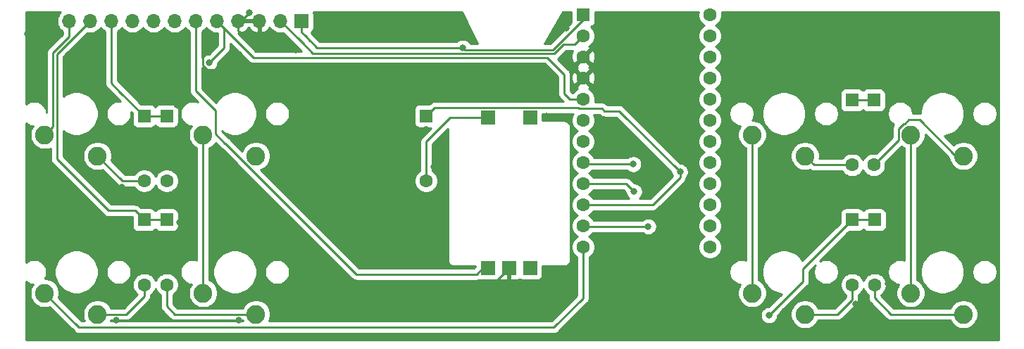
<source format=gbr>
%TF.GenerationSoftware,KiCad,Pcbnew,(5.1.6)-1*%
%TF.CreationDate,2022-02-07T12:47:34-06:00*%
%TF.ProjectId,Pikatea R26 Barebones Macropad,50696b61-7465-4612-9052-323620426172,rev?*%
%TF.SameCoordinates,Original*%
%TF.FileFunction,Copper,L1,Top*%
%TF.FilePolarity,Positive*%
%FSLAX46Y46*%
G04 Gerber Fmt 4.6, Leading zero omitted, Abs format (unit mm)*
G04 Created by KiCad (PCBNEW (5.1.6)-1) date 2022-02-07 12:47:34*
%MOMM*%
%LPD*%
G01*
G04 APERTURE LIST*
%TA.AperFunction,ComponentPad*%
%ADD10C,2.250000*%
%TD*%
%TA.AperFunction,ComponentPad*%
%ADD11C,1.600000*%
%TD*%
%TA.AperFunction,ComponentPad*%
%ADD12R,1.600000X1.600000*%
%TD*%
%TA.AperFunction,ComponentPad*%
%ADD13O,1.700000X1.700000*%
%TD*%
%TA.AperFunction,ComponentPad*%
%ADD14R,1.700000X1.700000*%
%TD*%
%TA.AperFunction,ViaPad*%
%ADD15C,0.800000*%
%TD*%
%TA.AperFunction,Conductor*%
%ADD16C,0.250000*%
%TD*%
%TA.AperFunction,Conductor*%
%ADD17C,0.254000*%
%TD*%
G04 APERTURE END LIST*
D10*
%TO.P,MX8,2*%
%TO.N,Net-(D7-Pad2)*%
X97591479Y-93403660D03*
%TO.P,MX8,1*%
%TO.N,/A4*%
X91241479Y-90863660D03*
%TD*%
%TO.P,MX7,2*%
%TO.N,Net-(D5-Pad2)*%
X116641480Y-93403660D03*
%TO.P,MX7,1*%
%TO.N,/D8*%
X110291480Y-90863660D03*
%TD*%
%TO.P,MX6,2*%
%TO.N,Net-(D3-Pad2)*%
X182641480Y-93403660D03*
%TO.P,MX6,1*%
%TO.N,/D7*%
X176291480Y-90863660D03*
%TD*%
%TO.P,MX5,2*%
%TO.N,Net-(D1-Pad2)*%
X201691480Y-93403660D03*
%TO.P,MX5,1*%
%TO.N,/D9*%
X195341480Y-90863660D03*
%TD*%
%TO.P,MX4,2*%
%TO.N,Net-(D8-Pad2)*%
X97591479Y-112453660D03*
%TO.P,MX4,1*%
%TO.N,/A4*%
X91241479Y-109913660D03*
%TD*%
%TO.P,MX3,2*%
%TO.N,Net-(D6-Pad2)*%
X116641480Y-112453659D03*
%TO.P,MX3,1*%
%TO.N,/D8*%
X110291480Y-109913659D03*
%TD*%
%TO.P,MX2,2*%
%TO.N,Net-(D4-Pad2)*%
X182641480Y-112453659D03*
%TO.P,MX2,1*%
%TO.N,/D7*%
X176291480Y-109913659D03*
%TD*%
%TO.P,MX1,2*%
%TO.N,Net-(D2-Pad2)*%
X201691480Y-112453659D03*
%TO.P,MX1,1*%
%TO.N,/D9*%
X195341480Y-109913659D03*
%TD*%
D11*
%TO.P,D1,2*%
%TO.N,Net-(D1-Pad2)*%
X190900000Y-94500000D03*
D12*
%TO.P,D1,1*%
%TO.N,/A3*%
X190900000Y-86700000D03*
%TD*%
D11*
%TO.P,D2,2*%
%TO.N,Net-(D2-Pad2)*%
X191000000Y-108900000D03*
D12*
%TO.P,D2,1*%
%TO.N,/A0*%
X191000000Y-101100000D03*
%TD*%
D11*
%TO.P,D3,2*%
%TO.N,Net-(D3-Pad2)*%
X188300000Y-94500000D03*
D12*
%TO.P,D3,1*%
%TO.N,/A3*%
X188300000Y-86700000D03*
%TD*%
D11*
%TO.P,D4,2*%
%TO.N,Net-(D4-Pad2)*%
X188300000Y-108900000D03*
D12*
%TO.P,D4,1*%
%TO.N,/A0*%
X188300000Y-101100000D03*
%TD*%
D11*
%TO.P,D5,2*%
%TO.N,Net-(D5-Pad2)*%
X105900000Y-96400000D03*
D12*
%TO.P,D5,1*%
%TO.N,/A3*%
X105900000Y-88600000D03*
%TD*%
D11*
%TO.P,D6,2*%
%TO.N,Net-(D6-Pad2)*%
X105900000Y-108900000D03*
D12*
%TO.P,D6,1*%
%TO.N,/A0*%
X105900000Y-101100000D03*
%TD*%
D11*
%TO.P,D7,2*%
%TO.N,Net-(D7-Pad2)*%
X103200000Y-96400000D03*
D12*
%TO.P,D7,1*%
%TO.N,/A3*%
X103200000Y-88600000D03*
%TD*%
D11*
%TO.P,D8,2*%
%TO.N,Net-(D8-Pad2)*%
X103200000Y-108900000D03*
D12*
%TO.P,D8,1*%
%TO.N,/A0*%
X103200000Y-101100000D03*
%TD*%
D11*
%TO.P,D9,2*%
%TO.N,Net-(D9-Pad2)*%
X137100000Y-96400000D03*
D12*
%TO.P,D9,1*%
%TO.N,/A3*%
X137100000Y-88600000D03*
%TD*%
D11*
%TO.P,U1,24*%
%TO.N,N/C*%
X171221400Y-76415900D03*
%TO.P,U1,23*%
X171221400Y-78955900D03*
%TO.P,U1,22*%
X171221400Y-81495900D03*
%TO.P,U1,21*%
X171221400Y-84035900D03*
%TO.P,U1,20*%
X171221400Y-86575900D03*
%TO.P,U1,19*%
X171221400Y-89115900D03*
%TO.P,U1,18*%
X171221400Y-91655900D03*
%TO.P,U1,17*%
X171221400Y-94195900D03*
%TO.P,U1,16*%
X171221400Y-96735900D03*
%TO.P,U1,15*%
X171221400Y-99275900D03*
%TO.P,U1,14*%
X171221400Y-101815900D03*
%TO.P,U1,13*%
X171221400Y-104355900D03*
%TO.P,U1,12*%
%TO.N,/A4*%
X155981400Y-104355900D03*
%TO.P,U1,11*%
%TO.N,/A0*%
X155981400Y-101815900D03*
%TO.P,U1,10*%
%TO.N,/A3*%
X155981400Y-99275900D03*
%TO.P,U1,9*%
%TO.N,/D9*%
X155981400Y-96735900D03*
%TO.P,U1,8*%
%TO.N,/D7*%
X155981400Y-94195900D03*
%TO.P,U1,7*%
%TO.N,/A*%
X155981400Y-91655900D03*
%TO.P,U1,6*%
%TO.N,/B*%
X155981400Y-89115900D03*
%TO.P,U1,5*%
%TO.N,/D8*%
X155981400Y-86575900D03*
%TO.P,U1,4*%
%TO.N,GND*%
X155981400Y-84035900D03*
%TO.P,U1,3*%
X155981400Y-81495900D03*
%TO.P,U1,2*%
%TO.N,Net-(J1-Pad2)*%
X155981400Y-78955900D03*
D12*
%TO.P,U1,1*%
%TO.N,/A10*%
X155981400Y-76415900D03*
%TD*%
D13*
%TO.P,J1,12*%
%TO.N,/A4*%
X94170500Y-77177900D03*
%TO.P,J1,11*%
%TO.N,/A0*%
X96710500Y-77177900D03*
%TO.P,J1,10*%
%TO.N,/A3*%
X99250500Y-77177900D03*
%TO.P,J1,9*%
%TO.N,/D9*%
X101790500Y-77177900D03*
%TO.P,J1,8*%
%TO.N,/D7*%
X104330500Y-77177900D03*
%TO.P,J1,7*%
%TO.N,/A*%
X106870500Y-77177900D03*
%TO.P,J1,6*%
%TO.N,/B*%
X109410500Y-77177900D03*
%TO.P,J1,5*%
%TO.N,/D8*%
X111950500Y-77177900D03*
%TO.P,J1,4*%
%TO.N,GND*%
X114490500Y-77177900D03*
%TO.P,J1,3*%
X117030500Y-77177900D03*
%TO.P,J1,2*%
%TO.N,Net-(J1-Pad2)*%
X119570500Y-77177900D03*
D14*
%TO.P,J1,1*%
%TO.N,/A10*%
X122110500Y-77177900D03*
%TD*%
%TO.P,SW3,S1*%
%TO.N,Net-(D9-Pad2)*%
X144531080Y-88798659D03*
%TO.P,SW3,S2*%
%TO.N,/A10*%
X149611080Y-88798659D03*
%TO.P,SW3,C*%
%TO.N,GND*%
X147071080Y-106898659D03*
%TO.P,SW3,B*%
%TO.N,/B*%
X144531080Y-106898659D03*
%TO.P,SW3,A*%
%TO.N,/A*%
X149611080Y-106898659D03*
%TD*%
D15*
%TO.N,/D9*%
X162100000Y-97700000D03*
%TO.N,/D7*%
X162000000Y-94400000D03*
%TO.N,/D8*%
X111018320Y-82204560D03*
%TO.N,/A3*%
X167620901Y-95320901D03*
%TO.N,/A0*%
X178307113Y-112600000D03*
X163800000Y-101900000D03*
%TO.N,GND*%
X115800000Y-76200000D03*
X157200000Y-82600000D03*
X107100000Y-87300000D03*
X107400000Y-97900000D03*
X100500000Y-97200000D03*
X103000000Y-86800000D03*
X107400000Y-110500000D03*
X101500000Y-109900000D03*
X101300000Y-101500000D03*
X107500000Y-101400000D03*
X151800000Y-110300000D03*
X142300000Y-109100000D03*
X154200000Y-108500000D03*
X188700000Y-111200000D03*
X192600000Y-108800000D03*
X187900000Y-102900000D03*
X191200000Y-102900000D03*
X188400000Y-89300000D03*
X190300000Y-89200000D03*
X191000000Y-92400000D03*
X188200000Y-92500000D03*
X157300000Y-103200000D03*
X118300000Y-92300000D03*
X95700000Y-92200000D03*
X94400000Y-111100000D03*
X113600000Y-111100000D03*
X151600000Y-88600000D03*
X137100000Y-90200000D03*
X138000000Y-94700000D03*
X153900000Y-78000000D03*
X120200000Y-79300000D03*
X100400000Y-84300000D03*
X89800000Y-94500000D03*
X161400000Y-100400000D03*
X157800000Y-95700000D03*
X90500000Y-113600000D03*
X89200000Y-78700000D03*
X157800000Y-98000000D03*
X111300000Y-79500000D03*
X113200000Y-83050000D03*
X121450000Y-80650000D03*
X124300000Y-77500000D03*
X179250000Y-92150000D03*
X198300000Y-92900000D03*
X198600000Y-111150000D03*
X180200000Y-112050000D03*
X142000000Y-78600000D03*
X99850000Y-113200000D03*
X104600000Y-112550000D03*
X114600000Y-113200000D03*
X93850000Y-82600000D03*
X92550000Y-78250000D03*
X97800000Y-78600000D03*
X105800000Y-78700000D03*
X103350000Y-91050000D03*
X105400000Y-94700000D03*
%TO.N,/A10*%
X141500000Y-80400000D03*
%TD*%
D16*
%TO.N,/D9*%
X195341480Y-107879661D02*
X195341480Y-109913659D01*
X195341480Y-90863660D02*
X195341480Y-107879661D01*
X161135900Y-96735900D02*
X155981400Y-96735900D01*
X162100000Y-97700000D02*
X161135900Y-96735900D01*
%TO.N,/D7*%
X176291480Y-107879661D02*
X176291480Y-109913659D01*
X176291480Y-90863660D02*
X176291480Y-107879661D01*
X156185500Y-94400000D02*
X155981400Y-94195900D01*
X162000000Y-94400000D02*
X156185500Y-94400000D01*
%TO.N,/D8*%
X110291480Y-109913659D02*
X110291480Y-90863660D01*
X111950500Y-77332678D02*
X111950500Y-77177900D01*
X115234957Y-80462357D02*
X111950500Y-77177900D01*
X154375900Y-86575900D02*
X153700000Y-85900000D01*
X155981400Y-86575900D02*
X154375900Y-86575900D01*
X112800499Y-80422381D02*
X111018320Y-82204560D01*
X111950500Y-77177900D02*
X112800499Y-78027899D01*
X112800499Y-78027899D02*
X112800499Y-80422381D01*
X153700000Y-83600000D02*
X151650021Y-81550021D01*
X153700000Y-85900000D02*
X153700000Y-83600000D01*
X116322621Y-81550021D02*
X115234957Y-80462357D01*
X151650021Y-81550021D02*
X116322621Y-81550021D01*
%TO.N,/A4*%
X155981400Y-110518600D02*
X155981400Y-104355900D01*
X155981400Y-110518600D02*
X152450000Y-114050000D01*
X95377819Y-114050000D02*
X91241479Y-109913660D01*
X152450000Y-114050000D02*
X95377819Y-114050000D01*
X94170500Y-77177900D02*
X94170500Y-79081490D01*
X94170500Y-79081490D02*
X92241470Y-81010520D01*
X92241470Y-89863669D02*
X91241479Y-90863660D01*
X92241470Y-81010520D02*
X92241470Y-89863669D01*
%TO.N,/A3*%
X105900000Y-88600000D02*
X103200000Y-88600000D01*
X103200000Y-88600000D02*
X100300000Y-85700000D01*
X99250500Y-84650500D02*
X100300000Y-85700000D01*
X99250500Y-77177900D02*
X99250500Y-84650500D01*
X137709101Y-87990899D02*
X137100000Y-88600000D01*
X167620901Y-95320901D02*
X167620901Y-95979099D01*
X164324100Y-99275900D02*
X155981400Y-99275900D01*
X167620901Y-95979099D02*
X164324100Y-99275900D01*
X167620901Y-95320901D02*
X160290899Y-87990899D01*
X155441399Y-87700901D02*
X158247299Y-87700901D01*
X155364156Y-87623658D02*
X155441399Y-87700901D01*
X137100000Y-88600000D02*
X138076342Y-87623658D01*
X138076342Y-87623658D02*
X155364156Y-87623658D01*
X158537297Y-87990899D02*
X160290899Y-87990899D01*
X158247299Y-87700901D02*
X158537297Y-87990899D01*
X188300000Y-86700000D02*
X190900000Y-86700000D01*
%TO.N,/A0*%
X191000000Y-101100000D02*
X188300000Y-101100000D01*
X103200000Y-101100000D02*
X105900000Y-101100000D01*
X182420381Y-108486732D02*
X182420381Y-106979619D01*
X178307113Y-112600000D02*
X178307113Y-112600000D01*
X182420381Y-106979619D02*
X188300000Y-101100000D01*
X178307113Y-112600000D02*
X182420381Y-108486732D01*
X156065500Y-101900000D02*
X155981400Y-101815900D01*
X163800000Y-101900000D02*
X156065500Y-101900000D01*
X102100000Y-100000000D02*
X98900000Y-100000000D01*
X103200000Y-101100000D02*
X102100000Y-100000000D01*
X98900000Y-100000000D02*
X92691480Y-93791480D01*
X93200000Y-80688400D02*
X96710500Y-77177900D01*
X92691480Y-93791480D02*
X92691480Y-81196920D01*
X92691480Y-81196920D02*
X93200000Y-80688400D01*
%TO.N,Net-(J1-Pad2)*%
X155981400Y-78955900D02*
X154924952Y-80012348D01*
X123492611Y-81100011D02*
X121896300Y-79503700D01*
X153597064Y-80012348D02*
X152509401Y-81100011D01*
X154924952Y-80012348D02*
X153597064Y-80012348D01*
X121896300Y-79503700D02*
X119570500Y-77177900D01*
X152509401Y-81100011D02*
X123492611Y-81100011D01*
X122404948Y-80012348D02*
X121896300Y-79503700D01*
%TO.N,GND*%
X117030500Y-77177900D02*
X114490500Y-77177900D01*
X114822100Y-77177900D02*
X115800000Y-76200000D01*
X114490500Y-77177900D02*
X114822100Y-77177900D01*
X114490500Y-77177900D02*
X114490500Y-78390500D01*
X115400000Y-79300000D02*
X120200000Y-79300000D01*
X114490500Y-78390500D02*
X115400000Y-79300000D01*
X144869739Y-109100000D02*
X142300000Y-109100000D01*
X147071080Y-106898659D02*
X144869739Y-109100000D01*
X110790758Y-83050000D02*
X113200000Y-83050000D01*
X110293319Y-82552561D02*
X110790758Y-83050000D01*
X111300000Y-79500000D02*
X110293319Y-80506681D01*
X110293319Y-80506681D02*
X110293319Y-82552561D01*
X120200000Y-79300000D02*
X120200000Y-79400000D01*
X120200000Y-79400000D02*
X121450000Y-80650000D01*
%TO.N,/B*%
X112991818Y-91900000D02*
X112900000Y-91900000D01*
X128721758Y-107629940D02*
X112991818Y-91900000D01*
X112900000Y-91900000D02*
X111741481Y-90741481D01*
X111741481Y-87941481D02*
X109410500Y-85610500D01*
X111741481Y-90741481D02*
X111741481Y-87941481D01*
X109410500Y-85610500D02*
X109410500Y-77177900D01*
X143901341Y-106898659D02*
X143170060Y-107629940D01*
X144531080Y-106898659D02*
X143901341Y-106898659D01*
X143170060Y-107629940D02*
X128721758Y-107629940D01*
%TO.N,/A10*%
X122110500Y-78510500D02*
X122110500Y-77177900D01*
X123975010Y-80375010D02*
X122500000Y-78900000D01*
X123162338Y-79562338D02*
X122500000Y-78900000D01*
X122500000Y-78900000D02*
X122110500Y-78510500D01*
X124000000Y-80400000D02*
X123975010Y-80375010D01*
X141500000Y-80400000D02*
X124000000Y-80400000D01*
X155981400Y-76991602D02*
X155981400Y-76415900D01*
X152323001Y-80650001D02*
X155981400Y-76991602D01*
X141500000Y-80400000D02*
X141750001Y-80650001D01*
X141750001Y-80650001D02*
X152323001Y-80650001D01*
%TO.N,Net-(D1-Pad2)*%
X200927482Y-93403660D02*
X201691480Y-93403660D01*
X196445846Y-89050000D02*
X200799506Y-93403660D01*
X200799506Y-93403660D02*
X201691480Y-93403660D01*
X194647481Y-89523661D02*
X195121142Y-89050000D01*
X195121142Y-89050000D02*
X196445846Y-89050000D01*
X193891479Y-90167659D02*
X194535477Y-89523661D01*
X193891479Y-91508521D02*
X193891479Y-90167659D01*
X194535477Y-89523661D02*
X194647481Y-89523661D01*
X190900000Y-94500000D02*
X193891479Y-91508521D01*
%TO.N,Net-(D2-Pad2)*%
X191000000Y-108900000D02*
X191000000Y-110500000D01*
X192953659Y-112453659D02*
X201691480Y-112453659D01*
X191000000Y-110500000D02*
X192953659Y-112453659D01*
%TO.N,Net-(D3-Pad2)*%
X183737820Y-94500000D02*
X182641480Y-93403660D01*
X188300000Y-94500000D02*
X183737820Y-94500000D01*
%TO.N,Net-(D4-Pad2)*%
X188300000Y-108900000D02*
X188300000Y-110700000D01*
X186546341Y-112453659D02*
X182641480Y-112453659D01*
X188300000Y-110700000D02*
X186546341Y-112453659D01*
%TO.N,Net-(D6-Pad2)*%
X105900000Y-108900000D02*
X105900000Y-111500000D01*
X106853659Y-112453659D02*
X116641480Y-112453659D01*
X105900000Y-111500000D02*
X106853659Y-112453659D01*
%TO.N,Net-(D7-Pad2)*%
X100587819Y-96400000D02*
X97591479Y-93403660D01*
X103200000Y-96400000D02*
X100587819Y-96400000D01*
%TO.N,Net-(D8-Pad2)*%
X103200000Y-108900000D02*
X103200000Y-110300000D01*
X101046340Y-112453660D02*
X97591479Y-112453660D01*
X103200000Y-110300000D02*
X101046340Y-112453660D01*
%TO.N,Net-(D9-Pad2)*%
X137100000Y-91700000D02*
X137100000Y-96400000D01*
X144531080Y-88798659D02*
X140001341Y-88798659D01*
X140001341Y-88798659D02*
X137100000Y-91700000D01*
%TD*%
D17*
%TO.N,GND*%
G36*
X169786400Y-76274565D02*
G01*
X169786400Y-76557235D01*
X169841547Y-76834474D01*
X169949720Y-77095627D01*
X170106763Y-77330659D01*
X170306641Y-77530537D01*
X170539159Y-77685900D01*
X170306641Y-77841263D01*
X170106763Y-78041141D01*
X169949720Y-78276173D01*
X169841547Y-78537326D01*
X169786400Y-78814565D01*
X169786400Y-79097235D01*
X169841547Y-79374474D01*
X169949720Y-79635627D01*
X170106763Y-79870659D01*
X170306641Y-80070537D01*
X170539159Y-80225900D01*
X170306641Y-80381263D01*
X170106763Y-80581141D01*
X169949720Y-80816173D01*
X169841547Y-81077326D01*
X169786400Y-81354565D01*
X169786400Y-81637235D01*
X169841547Y-81914474D01*
X169949720Y-82175627D01*
X170106763Y-82410659D01*
X170306641Y-82610537D01*
X170539159Y-82765900D01*
X170306641Y-82921263D01*
X170106763Y-83121141D01*
X169949720Y-83356173D01*
X169841547Y-83617326D01*
X169786400Y-83894565D01*
X169786400Y-84177235D01*
X169841547Y-84454474D01*
X169949720Y-84715627D01*
X170106763Y-84950659D01*
X170306641Y-85150537D01*
X170539159Y-85305900D01*
X170306641Y-85461263D01*
X170106763Y-85661141D01*
X169949720Y-85896173D01*
X169841547Y-86157326D01*
X169786400Y-86434565D01*
X169786400Y-86717235D01*
X169841547Y-86994474D01*
X169949720Y-87255627D01*
X170106763Y-87490659D01*
X170306641Y-87690537D01*
X170539159Y-87845900D01*
X170306641Y-88001263D01*
X170106763Y-88201141D01*
X169949720Y-88436173D01*
X169841547Y-88697326D01*
X169786400Y-88974565D01*
X169786400Y-89257235D01*
X169841547Y-89534474D01*
X169949720Y-89795627D01*
X170106763Y-90030659D01*
X170306641Y-90230537D01*
X170539159Y-90385900D01*
X170306641Y-90541263D01*
X170106763Y-90741141D01*
X169949720Y-90976173D01*
X169841547Y-91237326D01*
X169786400Y-91514565D01*
X169786400Y-91797235D01*
X169841547Y-92074474D01*
X169949720Y-92335627D01*
X170106763Y-92570659D01*
X170306641Y-92770537D01*
X170539159Y-92925900D01*
X170306641Y-93081263D01*
X170106763Y-93281141D01*
X169949720Y-93516173D01*
X169841547Y-93777326D01*
X169786400Y-94054565D01*
X169786400Y-94337235D01*
X169841547Y-94614474D01*
X169949720Y-94875627D01*
X170106763Y-95110659D01*
X170306641Y-95310537D01*
X170539159Y-95465900D01*
X170306641Y-95621263D01*
X170106763Y-95821141D01*
X169949720Y-96056173D01*
X169841547Y-96317326D01*
X169786400Y-96594565D01*
X169786400Y-96877235D01*
X169841547Y-97154474D01*
X169949720Y-97415627D01*
X170106763Y-97650659D01*
X170306641Y-97850537D01*
X170539159Y-98005900D01*
X170306641Y-98161263D01*
X170106763Y-98361141D01*
X169949720Y-98596173D01*
X169841547Y-98857326D01*
X169786400Y-99134565D01*
X169786400Y-99417235D01*
X169841547Y-99694474D01*
X169949720Y-99955627D01*
X170106763Y-100190659D01*
X170306641Y-100390537D01*
X170539159Y-100545900D01*
X170306641Y-100701263D01*
X170106763Y-100901141D01*
X169949720Y-101136173D01*
X169841547Y-101397326D01*
X169786400Y-101674565D01*
X169786400Y-101957235D01*
X169841547Y-102234474D01*
X169949720Y-102495627D01*
X170106763Y-102730659D01*
X170306641Y-102930537D01*
X170539159Y-103085900D01*
X170306641Y-103241263D01*
X170106763Y-103441141D01*
X169949720Y-103676173D01*
X169841547Y-103937326D01*
X169786400Y-104214565D01*
X169786400Y-104497235D01*
X169841547Y-104774474D01*
X169949720Y-105035627D01*
X170106763Y-105270659D01*
X170306641Y-105470537D01*
X170541673Y-105627580D01*
X170802826Y-105735753D01*
X171080065Y-105790900D01*
X171362735Y-105790900D01*
X171639974Y-105735753D01*
X171901127Y-105627580D01*
X172136159Y-105470537D01*
X172336037Y-105270659D01*
X172493080Y-105035627D01*
X172601253Y-104774474D01*
X172656400Y-104497235D01*
X172656400Y-104214565D01*
X172601253Y-103937326D01*
X172493080Y-103676173D01*
X172336037Y-103441141D01*
X172136159Y-103241263D01*
X171903641Y-103085900D01*
X172136159Y-102930537D01*
X172336037Y-102730659D01*
X172493080Y-102495627D01*
X172601253Y-102234474D01*
X172656400Y-101957235D01*
X172656400Y-101674565D01*
X172601253Y-101397326D01*
X172493080Y-101136173D01*
X172336037Y-100901141D01*
X172136159Y-100701263D01*
X171903641Y-100545900D01*
X172136159Y-100390537D01*
X172336037Y-100190659D01*
X172493080Y-99955627D01*
X172601253Y-99694474D01*
X172656400Y-99417235D01*
X172656400Y-99134565D01*
X172601253Y-98857326D01*
X172493080Y-98596173D01*
X172336037Y-98361141D01*
X172136159Y-98161263D01*
X171903641Y-98005900D01*
X172136159Y-97850537D01*
X172336037Y-97650659D01*
X172493080Y-97415627D01*
X172601253Y-97154474D01*
X172656400Y-96877235D01*
X172656400Y-96594565D01*
X172601253Y-96317326D01*
X172493080Y-96056173D01*
X172336037Y-95821141D01*
X172136159Y-95621263D01*
X171903641Y-95465900D01*
X172136159Y-95310537D01*
X172336037Y-95110659D01*
X172493080Y-94875627D01*
X172601253Y-94614474D01*
X172656400Y-94337235D01*
X172656400Y-94054565D01*
X172601253Y-93777326D01*
X172493080Y-93516173D01*
X172336037Y-93281141D01*
X172136159Y-93081263D01*
X171903641Y-92925900D01*
X172136159Y-92770537D01*
X172336037Y-92570659D01*
X172493080Y-92335627D01*
X172601253Y-92074474D01*
X172656400Y-91797235D01*
X172656400Y-91514565D01*
X172601253Y-91237326D01*
X172493080Y-90976173D01*
X172336037Y-90741141D01*
X172136159Y-90541263D01*
X171903641Y-90385900D01*
X172136159Y-90230537D01*
X172336037Y-90030659D01*
X172493080Y-89795627D01*
X172601253Y-89534474D01*
X172656400Y-89257235D01*
X172656400Y-88974565D01*
X172601253Y-88697326D01*
X172493080Y-88436173D01*
X172336037Y-88201141D01*
X172309834Y-88174938D01*
X173511480Y-88174938D01*
X173511480Y-88472382D01*
X173569509Y-88764111D01*
X173683336Y-89038913D01*
X173848587Y-89286229D01*
X174058911Y-89496553D01*
X174306227Y-89661804D01*
X174581029Y-89775631D01*
X174864118Y-89831941D01*
X174731788Y-90029987D01*
X174599116Y-90350287D01*
X174531480Y-90690315D01*
X174531480Y-91037005D01*
X174599116Y-91377033D01*
X174731788Y-91697333D01*
X174924399Y-91985595D01*
X175169545Y-92230741D01*
X175457807Y-92423352D01*
X175531480Y-92453868D01*
X175531481Y-105950497D01*
X175461931Y-105921688D01*
X175170202Y-105863659D01*
X174872758Y-105863659D01*
X174581029Y-105921688D01*
X174306227Y-106035515D01*
X174058911Y-106200766D01*
X173848587Y-106411090D01*
X173683336Y-106658406D01*
X173569509Y-106933208D01*
X173511480Y-107224937D01*
X173511480Y-107522381D01*
X173569509Y-107814110D01*
X173683336Y-108088912D01*
X173848587Y-108336228D01*
X174058911Y-108546552D01*
X174306227Y-108711803D01*
X174581029Y-108825630D01*
X174864118Y-108881940D01*
X174731788Y-109079986D01*
X174599116Y-109400286D01*
X174531480Y-109740314D01*
X174531480Y-110087004D01*
X174599116Y-110427032D01*
X174731788Y-110747332D01*
X174924399Y-111035594D01*
X175169545Y-111280740D01*
X175457807Y-111473351D01*
X175778107Y-111606023D01*
X176118135Y-111673659D01*
X176464825Y-111673659D01*
X176804853Y-111606023D01*
X177125153Y-111473351D01*
X177413415Y-111280740D01*
X177658561Y-111035594D01*
X177851172Y-110747332D01*
X177983844Y-110427032D01*
X178051480Y-110087004D01*
X178051480Y-109740314D01*
X177983844Y-109400286D01*
X177851172Y-109079986D01*
X177658561Y-108791724D01*
X177413415Y-108546578D01*
X177125153Y-108353967D01*
X177051480Y-108323451D01*
X177051480Y-93230315D01*
X180881480Y-93230315D01*
X180881480Y-93577005D01*
X180949116Y-93917033D01*
X181081788Y-94237333D01*
X181274399Y-94525595D01*
X181519545Y-94770741D01*
X181807807Y-94963352D01*
X182128107Y-95096024D01*
X182468135Y-95163660D01*
X182814825Y-95163660D01*
X183154853Y-95096024D01*
X183228774Y-95065405D01*
X183313543Y-95134974D01*
X183442563Y-95203937D01*
X183445573Y-95205546D01*
X183588834Y-95249003D01*
X183700487Y-95260000D01*
X183700497Y-95260000D01*
X183737820Y-95263676D01*
X183775143Y-95260000D01*
X187081957Y-95260000D01*
X187185363Y-95414759D01*
X187385241Y-95614637D01*
X187620273Y-95771680D01*
X187881426Y-95879853D01*
X188158665Y-95935000D01*
X188441335Y-95935000D01*
X188718574Y-95879853D01*
X188979727Y-95771680D01*
X189214759Y-95614637D01*
X189414637Y-95414759D01*
X189571680Y-95179727D01*
X189600000Y-95111356D01*
X189628320Y-95179727D01*
X189785363Y-95414759D01*
X189985241Y-95614637D01*
X190220273Y-95771680D01*
X190481426Y-95879853D01*
X190758665Y-95935000D01*
X191041335Y-95935000D01*
X191318574Y-95879853D01*
X191579727Y-95771680D01*
X191814759Y-95614637D01*
X192014637Y-95414759D01*
X192171680Y-95179727D01*
X192279853Y-94918574D01*
X192335000Y-94641335D01*
X192335000Y-94358665D01*
X192298688Y-94176114D01*
X194234241Y-92240561D01*
X194507807Y-92423352D01*
X194581480Y-92453868D01*
X194581481Y-105950497D01*
X194511931Y-105921688D01*
X194220202Y-105863659D01*
X193922758Y-105863659D01*
X193631029Y-105921688D01*
X193356227Y-106035515D01*
X193108911Y-106200766D01*
X192898587Y-106411090D01*
X192733336Y-106658406D01*
X192619509Y-106933208D01*
X192561480Y-107224937D01*
X192561480Y-107522381D01*
X192619509Y-107814110D01*
X192733336Y-108088912D01*
X192898587Y-108336228D01*
X193108911Y-108546552D01*
X193356227Y-108711803D01*
X193631029Y-108825630D01*
X193914118Y-108881940D01*
X193781788Y-109079986D01*
X193649116Y-109400286D01*
X193581480Y-109740314D01*
X193581480Y-110087004D01*
X193649116Y-110427032D01*
X193781788Y-110747332D01*
X193974399Y-111035594D01*
X194219545Y-111280740D01*
X194507807Y-111473351D01*
X194828107Y-111606023D01*
X195168135Y-111673659D01*
X195514825Y-111673659D01*
X195854853Y-111606023D01*
X196175153Y-111473351D01*
X196463415Y-111280740D01*
X196708561Y-111035594D01*
X196901172Y-110747332D01*
X197033844Y-110427032D01*
X197101480Y-110087004D01*
X197101480Y-109740314D01*
X197033844Y-109400286D01*
X196901172Y-109079986D01*
X196708561Y-108791724D01*
X196463415Y-108546578D01*
X196175153Y-108353967D01*
X196101480Y-108323451D01*
X196101480Y-107114735D01*
X196522580Y-107114735D01*
X196522580Y-107632583D01*
X196623607Y-108140481D01*
X196821779Y-108618910D01*
X197109480Y-109049485D01*
X197475654Y-109415659D01*
X197906229Y-109703360D01*
X198384658Y-109901532D01*
X198892556Y-110002559D01*
X199410404Y-110002559D01*
X199918302Y-109901532D01*
X200396731Y-109703360D01*
X200827306Y-109415659D01*
X201193480Y-109049485D01*
X201481181Y-108618910D01*
X201679353Y-108140481D01*
X201780380Y-107632583D01*
X201780380Y-107224937D01*
X202721480Y-107224937D01*
X202721480Y-107522381D01*
X202779509Y-107814110D01*
X202893336Y-108088912D01*
X203058587Y-108336228D01*
X203268911Y-108546552D01*
X203516227Y-108711803D01*
X203791029Y-108825630D01*
X204082758Y-108883659D01*
X204380202Y-108883659D01*
X204671931Y-108825630D01*
X204946733Y-108711803D01*
X205194049Y-108546552D01*
X205404373Y-108336228D01*
X205569624Y-108088912D01*
X205683451Y-107814110D01*
X205741480Y-107522381D01*
X205741480Y-107224937D01*
X205683451Y-106933208D01*
X205569624Y-106658406D01*
X205404373Y-106411090D01*
X205194049Y-106200766D01*
X204946733Y-106035515D01*
X204671931Y-105921688D01*
X204380202Y-105863659D01*
X204082758Y-105863659D01*
X203791029Y-105921688D01*
X203516227Y-106035515D01*
X203268911Y-106200766D01*
X203058587Y-106411090D01*
X202893336Y-106658406D01*
X202779509Y-106933208D01*
X202721480Y-107224937D01*
X201780380Y-107224937D01*
X201780380Y-107114735D01*
X201679353Y-106606837D01*
X201481181Y-106128408D01*
X201193480Y-105697833D01*
X200827306Y-105331659D01*
X200396731Y-105043958D01*
X199918302Y-104845786D01*
X199410404Y-104744759D01*
X198892556Y-104744759D01*
X198384658Y-104845786D01*
X197906229Y-105043958D01*
X197475654Y-105331659D01*
X197109480Y-105697833D01*
X196821779Y-106128408D01*
X196623607Y-106606837D01*
X196522580Y-107114735D01*
X196101480Y-107114735D01*
X196101480Y-92453868D01*
X196175153Y-92423352D01*
X196463415Y-92230741D01*
X196708561Y-91985595D01*
X196901172Y-91697333D01*
X197033844Y-91377033D01*
X197101480Y-91037005D01*
X197101480Y-90780435D01*
X199939781Y-93618737D01*
X199999116Y-93917033D01*
X200131788Y-94237333D01*
X200324399Y-94525595D01*
X200569545Y-94770741D01*
X200857807Y-94963352D01*
X201178107Y-95096024D01*
X201518135Y-95163660D01*
X201864825Y-95163660D01*
X202204853Y-95096024D01*
X202525153Y-94963352D01*
X202813415Y-94770741D01*
X203058561Y-94525595D01*
X203251172Y-94237333D01*
X203383844Y-93917033D01*
X203451480Y-93577005D01*
X203451480Y-93230315D01*
X203383844Y-92890287D01*
X203251172Y-92569987D01*
X203058561Y-92281725D01*
X202813415Y-92036579D01*
X202525153Y-91843968D01*
X202204853Y-91711296D01*
X201864825Y-91643660D01*
X201518135Y-91643660D01*
X201178107Y-91711296D01*
X200857807Y-91843968D01*
X200569545Y-92036579D01*
X200538386Y-92067738D01*
X199421083Y-90950436D01*
X199918302Y-90851533D01*
X200396731Y-90653361D01*
X200827306Y-90365660D01*
X201193480Y-89999486D01*
X201481181Y-89568911D01*
X201679353Y-89090482D01*
X201780380Y-88582584D01*
X201780380Y-88174938D01*
X202721480Y-88174938D01*
X202721480Y-88472382D01*
X202779509Y-88764111D01*
X202893336Y-89038913D01*
X203058587Y-89286229D01*
X203268911Y-89496553D01*
X203516227Y-89661804D01*
X203791029Y-89775631D01*
X204082758Y-89833660D01*
X204380202Y-89833660D01*
X204671931Y-89775631D01*
X204946733Y-89661804D01*
X205194049Y-89496553D01*
X205404373Y-89286229D01*
X205569624Y-89038913D01*
X205683451Y-88764111D01*
X205741480Y-88472382D01*
X205741480Y-88174938D01*
X205683451Y-87883209D01*
X205569624Y-87608407D01*
X205404373Y-87361091D01*
X205194049Y-87150767D01*
X204946733Y-86985516D01*
X204671931Y-86871689D01*
X204380202Y-86813660D01*
X204082758Y-86813660D01*
X203791029Y-86871689D01*
X203516227Y-86985516D01*
X203268911Y-87150767D01*
X203058587Y-87361091D01*
X202893336Y-87608407D01*
X202779509Y-87883209D01*
X202721480Y-88174938D01*
X201780380Y-88174938D01*
X201780380Y-88064736D01*
X201679353Y-87556838D01*
X201481181Y-87078409D01*
X201193480Y-86647834D01*
X200827306Y-86281660D01*
X200396731Y-85993959D01*
X199918302Y-85795787D01*
X199410404Y-85694760D01*
X198892556Y-85694760D01*
X198384658Y-85795787D01*
X197906229Y-85993959D01*
X197475654Y-86281660D01*
X197109480Y-86647834D01*
X196821779Y-87078409D01*
X196623607Y-87556838D01*
X196522580Y-88064736D01*
X196522580Y-88293881D01*
X196483179Y-88290000D01*
X196483168Y-88290000D01*
X196445846Y-88286324D01*
X196408524Y-88290000D01*
X195581480Y-88290000D01*
X195581480Y-88174938D01*
X195523451Y-87883209D01*
X195409624Y-87608407D01*
X195244373Y-87361091D01*
X195034049Y-87150767D01*
X194786733Y-86985516D01*
X194511931Y-86871689D01*
X194220202Y-86813660D01*
X193922758Y-86813660D01*
X193631029Y-86871689D01*
X193356227Y-86985516D01*
X193108911Y-87150767D01*
X192898587Y-87361091D01*
X192733336Y-87608407D01*
X192619509Y-87883209D01*
X192561480Y-88174938D01*
X192561480Y-88472382D01*
X192619509Y-88764111D01*
X192733336Y-89038913D01*
X192898587Y-89286229D01*
X193108911Y-89496553D01*
X193335062Y-89647662D01*
X193327681Y-89656656D01*
X193327680Y-89656657D01*
X193256505Y-89743383D01*
X193185933Y-89875413D01*
X193178171Y-89901002D01*
X193142477Y-90018673D01*
X193133023Y-90114657D01*
X193127803Y-90167659D01*
X193131480Y-90204991D01*
X193131479Y-91193719D01*
X191223886Y-93101312D01*
X191041335Y-93065000D01*
X190758665Y-93065000D01*
X190481426Y-93120147D01*
X190220273Y-93228320D01*
X189985241Y-93385363D01*
X189785363Y-93585241D01*
X189628320Y-93820273D01*
X189600000Y-93888644D01*
X189571680Y-93820273D01*
X189414637Y-93585241D01*
X189214759Y-93385363D01*
X188979727Y-93228320D01*
X188718574Y-93120147D01*
X188441335Y-93065000D01*
X188158665Y-93065000D01*
X187881426Y-93120147D01*
X187620273Y-93228320D01*
X187385241Y-93385363D01*
X187185363Y-93585241D01*
X187081957Y-93740000D01*
X184369058Y-93740000D01*
X184401480Y-93577005D01*
X184401480Y-93230315D01*
X184333844Y-92890287D01*
X184201172Y-92569987D01*
X184008561Y-92281725D01*
X183763415Y-92036579D01*
X183475153Y-91843968D01*
X183154853Y-91711296D01*
X182814825Y-91643660D01*
X182468135Y-91643660D01*
X182128107Y-91711296D01*
X181807807Y-91843968D01*
X181519545Y-92036579D01*
X181274399Y-92281725D01*
X181081788Y-92569987D01*
X180949116Y-92890287D01*
X180881480Y-93230315D01*
X177051480Y-93230315D01*
X177051480Y-92453868D01*
X177125153Y-92423352D01*
X177413415Y-92230741D01*
X177658561Y-91985595D01*
X177851172Y-91697333D01*
X177983844Y-91377033D01*
X178051480Y-91037005D01*
X178051480Y-90690315D01*
X177983844Y-90350287D01*
X177851172Y-90029987D01*
X177658561Y-89741725D01*
X177413415Y-89496579D01*
X177125153Y-89303968D01*
X176804853Y-89171296D01*
X176464825Y-89103660D01*
X176316362Y-89103660D01*
X176359624Y-89038913D01*
X176473451Y-88764111D01*
X176531480Y-88472382D01*
X176531480Y-88174938D01*
X176509560Y-88064736D01*
X177472580Y-88064736D01*
X177472580Y-88582584D01*
X177573607Y-89090482D01*
X177771779Y-89568911D01*
X178059480Y-89999486D01*
X178425654Y-90365660D01*
X178856229Y-90653361D01*
X179334658Y-90851533D01*
X179842556Y-90952560D01*
X180360404Y-90952560D01*
X180868302Y-90851533D01*
X181346731Y-90653361D01*
X181777306Y-90365660D01*
X182143480Y-89999486D01*
X182431181Y-89568911D01*
X182629353Y-89090482D01*
X182730380Y-88582584D01*
X182730380Y-88174938D01*
X183671480Y-88174938D01*
X183671480Y-88472382D01*
X183729509Y-88764111D01*
X183843336Y-89038913D01*
X184008587Y-89286229D01*
X184218911Y-89496553D01*
X184466227Y-89661804D01*
X184741029Y-89775631D01*
X185032758Y-89833660D01*
X185330202Y-89833660D01*
X185621931Y-89775631D01*
X185896733Y-89661804D01*
X186144049Y-89496553D01*
X186354373Y-89286229D01*
X186519624Y-89038913D01*
X186633451Y-88764111D01*
X186691480Y-88472382D01*
X186691480Y-88174938D01*
X186633451Y-87883209D01*
X186519624Y-87608407D01*
X186354373Y-87361091D01*
X186144049Y-87150767D01*
X185896733Y-86985516D01*
X185621931Y-86871689D01*
X185330202Y-86813660D01*
X185032758Y-86813660D01*
X184741029Y-86871689D01*
X184466227Y-86985516D01*
X184218911Y-87150767D01*
X184008587Y-87361091D01*
X183843336Y-87608407D01*
X183729509Y-87883209D01*
X183671480Y-88174938D01*
X182730380Y-88174938D01*
X182730380Y-88064736D01*
X182629353Y-87556838D01*
X182431181Y-87078409D01*
X182143480Y-86647834D01*
X181777306Y-86281660D01*
X181346731Y-85993959D01*
X181119895Y-85900000D01*
X186861928Y-85900000D01*
X186861928Y-87500000D01*
X186874188Y-87624482D01*
X186910498Y-87744180D01*
X186969463Y-87854494D01*
X187048815Y-87951185D01*
X187145506Y-88030537D01*
X187255820Y-88089502D01*
X187375518Y-88125812D01*
X187500000Y-88138072D01*
X189100000Y-88138072D01*
X189224482Y-88125812D01*
X189344180Y-88089502D01*
X189454494Y-88030537D01*
X189551185Y-87951185D01*
X189600000Y-87891704D01*
X189648815Y-87951185D01*
X189745506Y-88030537D01*
X189855820Y-88089502D01*
X189975518Y-88125812D01*
X190100000Y-88138072D01*
X191700000Y-88138072D01*
X191824482Y-88125812D01*
X191944180Y-88089502D01*
X192054494Y-88030537D01*
X192151185Y-87951185D01*
X192230537Y-87854494D01*
X192289502Y-87744180D01*
X192325812Y-87624482D01*
X192338072Y-87500000D01*
X192338072Y-85900000D01*
X192325812Y-85775518D01*
X192289502Y-85655820D01*
X192230537Y-85545506D01*
X192151185Y-85448815D01*
X192054494Y-85369463D01*
X191944180Y-85310498D01*
X191824482Y-85274188D01*
X191700000Y-85261928D01*
X190100000Y-85261928D01*
X189975518Y-85274188D01*
X189855820Y-85310498D01*
X189745506Y-85369463D01*
X189648815Y-85448815D01*
X189600000Y-85508296D01*
X189551185Y-85448815D01*
X189454494Y-85369463D01*
X189344180Y-85310498D01*
X189224482Y-85274188D01*
X189100000Y-85261928D01*
X187500000Y-85261928D01*
X187375518Y-85274188D01*
X187255820Y-85310498D01*
X187145506Y-85369463D01*
X187048815Y-85448815D01*
X186969463Y-85545506D01*
X186910498Y-85655820D01*
X186874188Y-85775518D01*
X186861928Y-85900000D01*
X181119895Y-85900000D01*
X180868302Y-85795787D01*
X180360404Y-85694760D01*
X179842556Y-85694760D01*
X179334658Y-85795787D01*
X178856229Y-85993959D01*
X178425654Y-86281660D01*
X178059480Y-86647834D01*
X177771779Y-87078409D01*
X177573607Y-87556838D01*
X177472580Y-88064736D01*
X176509560Y-88064736D01*
X176473451Y-87883209D01*
X176359624Y-87608407D01*
X176194373Y-87361091D01*
X175984049Y-87150767D01*
X175736733Y-86985516D01*
X175461931Y-86871689D01*
X175170202Y-86813660D01*
X174872758Y-86813660D01*
X174581029Y-86871689D01*
X174306227Y-86985516D01*
X174058911Y-87150767D01*
X173848587Y-87361091D01*
X173683336Y-87608407D01*
X173569509Y-87883209D01*
X173511480Y-88174938D01*
X172309834Y-88174938D01*
X172136159Y-88001263D01*
X171903641Y-87845900D01*
X172136159Y-87690537D01*
X172336037Y-87490659D01*
X172493080Y-87255627D01*
X172601253Y-86994474D01*
X172656400Y-86717235D01*
X172656400Y-86434565D01*
X172601253Y-86157326D01*
X172493080Y-85896173D01*
X172336037Y-85661141D01*
X172136159Y-85461263D01*
X171903641Y-85305900D01*
X172136159Y-85150537D01*
X172336037Y-84950659D01*
X172493080Y-84715627D01*
X172601253Y-84454474D01*
X172656400Y-84177235D01*
X172656400Y-83894565D01*
X172601253Y-83617326D01*
X172493080Y-83356173D01*
X172336037Y-83121141D01*
X172136159Y-82921263D01*
X171903641Y-82765900D01*
X172136159Y-82610537D01*
X172336037Y-82410659D01*
X172493080Y-82175627D01*
X172601253Y-81914474D01*
X172656400Y-81637235D01*
X172656400Y-81354565D01*
X172601253Y-81077326D01*
X172493080Y-80816173D01*
X172336037Y-80581141D01*
X172136159Y-80381263D01*
X171903641Y-80225900D01*
X172136159Y-80070537D01*
X172336037Y-79870659D01*
X172493080Y-79635627D01*
X172601253Y-79374474D01*
X172656400Y-79097235D01*
X172656400Y-78814565D01*
X172601253Y-78537326D01*
X172493080Y-78276173D01*
X172336037Y-78041141D01*
X172136159Y-77841263D01*
X171903641Y-77685900D01*
X172136159Y-77530537D01*
X172336037Y-77330659D01*
X172493080Y-77095627D01*
X172601253Y-76834474D01*
X172656400Y-76557235D01*
X172656400Y-76274565D01*
X172618693Y-76085000D01*
X205915001Y-76085000D01*
X205915000Y-115515000D01*
X88985000Y-115515000D01*
X88985000Y-108522643D01*
X89008910Y-108546553D01*
X89256226Y-108711804D01*
X89531028Y-108825631D01*
X89814117Y-108881941D01*
X89681787Y-109079987D01*
X89549115Y-109400287D01*
X89481479Y-109740315D01*
X89481479Y-110087005D01*
X89549115Y-110427033D01*
X89681787Y-110747333D01*
X89874398Y-111035595D01*
X90119544Y-111280741D01*
X90407806Y-111473352D01*
X90728106Y-111606024D01*
X91068134Y-111673660D01*
X91414824Y-111673660D01*
X91754852Y-111606024D01*
X91828525Y-111575508D01*
X94814020Y-114561003D01*
X94837818Y-114590001D01*
X94866816Y-114613799D01*
X94953542Y-114684974D01*
X95085572Y-114755546D01*
X95228833Y-114799003D01*
X95340486Y-114810000D01*
X95340495Y-114810000D01*
X95377818Y-114813676D01*
X95415141Y-114810000D01*
X152412678Y-114810000D01*
X152450000Y-114813676D01*
X152487322Y-114810000D01*
X152487333Y-114810000D01*
X152598986Y-114799003D01*
X152742247Y-114755546D01*
X152874276Y-114684974D01*
X152990001Y-114590001D01*
X153013804Y-114560997D01*
X155076740Y-112498061D01*
X177272113Y-112498061D01*
X177272113Y-112701939D01*
X177311887Y-112901898D01*
X177389908Y-113090256D01*
X177503176Y-113259774D01*
X177647339Y-113403937D01*
X177816857Y-113517205D01*
X178005215Y-113595226D01*
X178205174Y-113635000D01*
X178409052Y-113635000D01*
X178609011Y-113595226D01*
X178797369Y-113517205D01*
X178966887Y-113403937D01*
X179111050Y-113259774D01*
X179224318Y-113090256D01*
X179302339Y-112901898D01*
X179342113Y-112701939D01*
X179342113Y-112639801D01*
X179701600Y-112280314D01*
X180881480Y-112280314D01*
X180881480Y-112627004D01*
X180949116Y-112967032D01*
X181081788Y-113287332D01*
X181274399Y-113575594D01*
X181519545Y-113820740D01*
X181807807Y-114013351D01*
X182128107Y-114146023D01*
X182468135Y-114213659D01*
X182814825Y-114213659D01*
X183154853Y-114146023D01*
X183475153Y-114013351D01*
X183763415Y-113820740D01*
X184008561Y-113575594D01*
X184201172Y-113287332D01*
X184231688Y-113213659D01*
X186509019Y-113213659D01*
X186546341Y-113217335D01*
X186583663Y-113213659D01*
X186583674Y-113213659D01*
X186695327Y-113202662D01*
X186838588Y-113159205D01*
X186970617Y-113088633D01*
X187086342Y-112993660D01*
X187110145Y-112964656D01*
X188811003Y-111263799D01*
X188840001Y-111240001D01*
X188934974Y-111124276D01*
X189005546Y-110992247D01*
X189049003Y-110848986D01*
X189060000Y-110737333D01*
X189060000Y-110737324D01*
X189063676Y-110700001D01*
X189060000Y-110662678D01*
X189060000Y-110118043D01*
X189214759Y-110014637D01*
X189414637Y-109814759D01*
X189571680Y-109579727D01*
X189650000Y-109390646D01*
X189728320Y-109579727D01*
X189885363Y-109814759D01*
X190085241Y-110014637D01*
X190240001Y-110118044D01*
X190240001Y-110462668D01*
X190236324Y-110500000D01*
X190240001Y-110537333D01*
X190250998Y-110648986D01*
X190256640Y-110667585D01*
X190294454Y-110792246D01*
X190365026Y-110924276D01*
X190436201Y-111011002D01*
X190460000Y-111040001D01*
X190488998Y-111063799D01*
X192389860Y-112964662D01*
X192413658Y-112993660D01*
X192442656Y-113017458D01*
X192529382Y-113088633D01*
X192625484Y-113140001D01*
X192661412Y-113159205D01*
X192804673Y-113202662D01*
X192916326Y-113213659D01*
X192916335Y-113213659D01*
X192953658Y-113217335D01*
X192990981Y-113213659D01*
X200101272Y-113213659D01*
X200131788Y-113287332D01*
X200324399Y-113575594D01*
X200569545Y-113820740D01*
X200857807Y-114013351D01*
X201178107Y-114146023D01*
X201518135Y-114213659D01*
X201864825Y-114213659D01*
X202204853Y-114146023D01*
X202525153Y-114013351D01*
X202813415Y-113820740D01*
X203058561Y-113575594D01*
X203251172Y-113287332D01*
X203383844Y-112967032D01*
X203451480Y-112627004D01*
X203451480Y-112280314D01*
X203383844Y-111940286D01*
X203251172Y-111619986D01*
X203058561Y-111331724D01*
X202813415Y-111086578D01*
X202525153Y-110893967D01*
X202204853Y-110761295D01*
X201864825Y-110693659D01*
X201518135Y-110693659D01*
X201178107Y-110761295D01*
X200857807Y-110893967D01*
X200569545Y-111086578D01*
X200324399Y-111331724D01*
X200131788Y-111619986D01*
X200101272Y-111693659D01*
X193268461Y-111693659D01*
X191760000Y-110185199D01*
X191760000Y-110118043D01*
X191914759Y-110014637D01*
X192114637Y-109814759D01*
X192271680Y-109579727D01*
X192379853Y-109318574D01*
X192435000Y-109041335D01*
X192435000Y-108758665D01*
X192379853Y-108481426D01*
X192271680Y-108220273D01*
X192114637Y-107985241D01*
X191914759Y-107785363D01*
X191679727Y-107628320D01*
X191418574Y-107520147D01*
X191141335Y-107465000D01*
X190858665Y-107465000D01*
X190581426Y-107520147D01*
X190320273Y-107628320D01*
X190085241Y-107785363D01*
X189885363Y-107985241D01*
X189728320Y-108220273D01*
X189650000Y-108409354D01*
X189571680Y-108220273D01*
X189414637Y-107985241D01*
X189214759Y-107785363D01*
X188979727Y-107628320D01*
X188718574Y-107520147D01*
X188441335Y-107465000D01*
X188158665Y-107465000D01*
X187881426Y-107520147D01*
X187620273Y-107628320D01*
X187385241Y-107785363D01*
X187185363Y-107985241D01*
X187028320Y-108220273D01*
X186920147Y-108481426D01*
X186865000Y-108758665D01*
X186865000Y-109041335D01*
X186920147Y-109318574D01*
X187028320Y-109579727D01*
X187185363Y-109814759D01*
X187385241Y-110014637D01*
X187540001Y-110118044D01*
X187540001Y-110385197D01*
X186231540Y-111693659D01*
X184231688Y-111693659D01*
X184201172Y-111619986D01*
X184008561Y-111331724D01*
X183763415Y-111086578D01*
X183475153Y-110893967D01*
X183154853Y-110761295D01*
X182814825Y-110693659D01*
X182468135Y-110693659D01*
X182128107Y-110761295D01*
X181807807Y-110893967D01*
X181519545Y-111086578D01*
X181274399Y-111331724D01*
X181081788Y-111619986D01*
X180949116Y-111940286D01*
X180881480Y-112280314D01*
X179701600Y-112280314D01*
X182931390Y-109050526D01*
X182960382Y-109026733D01*
X182984176Y-108997740D01*
X182984180Y-108997736D01*
X183055354Y-108911009D01*
X183055355Y-108911008D01*
X183125927Y-108778979D01*
X183169384Y-108635718D01*
X183180381Y-108524065D01*
X183180381Y-108524056D01*
X183184057Y-108486733D01*
X183180381Y-108449410D01*
X183180381Y-107294420D01*
X183897586Y-106577215D01*
X183843336Y-106658406D01*
X183729509Y-106933208D01*
X183671480Y-107224937D01*
X183671480Y-107522381D01*
X183729509Y-107814110D01*
X183843336Y-108088912D01*
X184008587Y-108336228D01*
X184218911Y-108546552D01*
X184466227Y-108711803D01*
X184741029Y-108825630D01*
X185032758Y-108883659D01*
X185330202Y-108883659D01*
X185621931Y-108825630D01*
X185896733Y-108711803D01*
X186144049Y-108546552D01*
X186354373Y-108336228D01*
X186519624Y-108088912D01*
X186633451Y-107814110D01*
X186691480Y-107522381D01*
X186691480Y-107224937D01*
X186633451Y-106933208D01*
X186519624Y-106658406D01*
X186354373Y-106411090D01*
X186144049Y-106200766D01*
X185896733Y-106035515D01*
X185621931Y-105921688D01*
X185330202Y-105863659D01*
X185032758Y-105863659D01*
X184741029Y-105921688D01*
X184466227Y-106035515D01*
X184385037Y-106089765D01*
X187936730Y-102538072D01*
X189100000Y-102538072D01*
X189224482Y-102525812D01*
X189344180Y-102489502D01*
X189454494Y-102430537D01*
X189551185Y-102351185D01*
X189630537Y-102254494D01*
X189650000Y-102218082D01*
X189669463Y-102254494D01*
X189748815Y-102351185D01*
X189845506Y-102430537D01*
X189955820Y-102489502D01*
X190075518Y-102525812D01*
X190200000Y-102538072D01*
X191800000Y-102538072D01*
X191924482Y-102525812D01*
X192044180Y-102489502D01*
X192154494Y-102430537D01*
X192251185Y-102351185D01*
X192330537Y-102254494D01*
X192389502Y-102144180D01*
X192425812Y-102024482D01*
X192438072Y-101900000D01*
X192438072Y-100300000D01*
X192425812Y-100175518D01*
X192389502Y-100055820D01*
X192330537Y-99945506D01*
X192251185Y-99848815D01*
X192154494Y-99769463D01*
X192044180Y-99710498D01*
X191924482Y-99674188D01*
X191800000Y-99661928D01*
X190200000Y-99661928D01*
X190075518Y-99674188D01*
X189955820Y-99710498D01*
X189845506Y-99769463D01*
X189748815Y-99848815D01*
X189669463Y-99945506D01*
X189650000Y-99981918D01*
X189630537Y-99945506D01*
X189551185Y-99848815D01*
X189454494Y-99769463D01*
X189344180Y-99710498D01*
X189224482Y-99674188D01*
X189100000Y-99661928D01*
X187500000Y-99661928D01*
X187375518Y-99674188D01*
X187255820Y-99710498D01*
X187145506Y-99769463D01*
X187048815Y-99848815D01*
X186969463Y-99945506D01*
X186910498Y-100055820D01*
X186874188Y-100175518D01*
X186861928Y-100300000D01*
X186861928Y-101463270D01*
X182337298Y-105987901D01*
X182143480Y-105697833D01*
X181777306Y-105331659D01*
X181346731Y-105043958D01*
X180868302Y-104845786D01*
X180360404Y-104744759D01*
X179842556Y-104744759D01*
X179334658Y-104845786D01*
X178856229Y-105043958D01*
X178425654Y-105331659D01*
X178059480Y-105697833D01*
X177771779Y-106128408D01*
X177573607Y-106606837D01*
X177472580Y-107114735D01*
X177472580Y-107632583D01*
X177573607Y-108140481D01*
X177771779Y-108618910D01*
X178059480Y-109049485D01*
X178425654Y-109415659D01*
X178856229Y-109703360D01*
X179334658Y-109901532D01*
X179831876Y-110000435D01*
X178267312Y-111565000D01*
X178205174Y-111565000D01*
X178005215Y-111604774D01*
X177816857Y-111682795D01*
X177647339Y-111796063D01*
X177503176Y-111940226D01*
X177389908Y-112109744D01*
X177311887Y-112298102D01*
X177272113Y-112498061D01*
X155076740Y-112498061D01*
X156492404Y-111082398D01*
X156521401Y-111058601D01*
X156616374Y-110942876D01*
X156686946Y-110810847D01*
X156730403Y-110667586D01*
X156741400Y-110555933D01*
X156741400Y-110555925D01*
X156745076Y-110518600D01*
X156741400Y-110481275D01*
X156741400Y-105573943D01*
X156896159Y-105470537D01*
X157096037Y-105270659D01*
X157253080Y-105035627D01*
X157361253Y-104774474D01*
X157416400Y-104497235D01*
X157416400Y-104214565D01*
X157361253Y-103937326D01*
X157253080Y-103676173D01*
X157096037Y-103441141D01*
X156896159Y-103241263D01*
X156663641Y-103085900D01*
X156896159Y-102930537D01*
X157096037Y-102730659D01*
X157143250Y-102660000D01*
X163096289Y-102660000D01*
X163140226Y-102703937D01*
X163309744Y-102817205D01*
X163498102Y-102895226D01*
X163698061Y-102935000D01*
X163901939Y-102935000D01*
X164101898Y-102895226D01*
X164290256Y-102817205D01*
X164459774Y-102703937D01*
X164603937Y-102559774D01*
X164717205Y-102390256D01*
X164795226Y-102201898D01*
X164835000Y-102001939D01*
X164835000Y-101798061D01*
X164795226Y-101598102D01*
X164717205Y-101409744D01*
X164603937Y-101240226D01*
X164459774Y-101096063D01*
X164290256Y-100982795D01*
X164101898Y-100904774D01*
X163901939Y-100865000D01*
X163698061Y-100865000D01*
X163498102Y-100904774D01*
X163309744Y-100982795D01*
X163140226Y-101096063D01*
X163096289Y-101140000D01*
X157254665Y-101140000D01*
X157253080Y-101136173D01*
X157096037Y-100901141D01*
X156896159Y-100701263D01*
X156663641Y-100545900D01*
X156896159Y-100390537D01*
X157096037Y-100190659D01*
X157199443Y-100035900D01*
X164286778Y-100035900D01*
X164324100Y-100039576D01*
X164361422Y-100035900D01*
X164361433Y-100035900D01*
X164473086Y-100024903D01*
X164616347Y-99981446D01*
X164748376Y-99910874D01*
X164864101Y-99815901D01*
X164887904Y-99786897D01*
X168131904Y-96542898D01*
X168160902Y-96519100D01*
X168255875Y-96403375D01*
X168326447Y-96271346D01*
X168369904Y-96128085D01*
X168380007Y-96025506D01*
X168424838Y-95980675D01*
X168538106Y-95811157D01*
X168616127Y-95622799D01*
X168655901Y-95422840D01*
X168655901Y-95218962D01*
X168616127Y-95019003D01*
X168538106Y-94830645D01*
X168424838Y-94661127D01*
X168280675Y-94516964D01*
X168111157Y-94403696D01*
X167922799Y-94325675D01*
X167722840Y-94285901D01*
X167660703Y-94285901D01*
X160854703Y-87479902D01*
X160830900Y-87450898D01*
X160715175Y-87355925D01*
X160583146Y-87285353D01*
X160439885Y-87241896D01*
X160328232Y-87230899D01*
X160328221Y-87230899D01*
X160290899Y-87227223D01*
X160253577Y-87230899D01*
X158852098Y-87230899D01*
X158811103Y-87189904D01*
X158787300Y-87160900D01*
X158671575Y-87065927D01*
X158539546Y-86995355D01*
X158396285Y-86951898D01*
X158284632Y-86940901D01*
X158284621Y-86940901D01*
X158247299Y-86937225D01*
X158209977Y-86940901D01*
X157371909Y-86940901D01*
X157416400Y-86717235D01*
X157416400Y-86434565D01*
X157361253Y-86157326D01*
X157253080Y-85896173D01*
X157096037Y-85661141D01*
X156896159Y-85461263D01*
X156662272Y-85304985D01*
X156722914Y-85272571D01*
X156794497Y-85028602D01*
X155981400Y-84215505D01*
X155168303Y-85028602D01*
X155239886Y-85272571D01*
X155304392Y-85303094D01*
X155301673Y-85304220D01*
X155066641Y-85461263D01*
X154866763Y-85661141D01*
X154763357Y-85815900D01*
X154690702Y-85815900D01*
X154460000Y-85585199D01*
X154460000Y-84106412D01*
X154541183Y-84106412D01*
X154582613Y-84386030D01*
X154677797Y-84652192D01*
X154744729Y-84777414D01*
X154988698Y-84848997D01*
X155801795Y-84035900D01*
X156161005Y-84035900D01*
X156974102Y-84848997D01*
X157218071Y-84777414D01*
X157338971Y-84521904D01*
X157407700Y-84247716D01*
X157421617Y-83965388D01*
X157380187Y-83685770D01*
X157285003Y-83419608D01*
X157218071Y-83294386D01*
X156974102Y-83222803D01*
X156161005Y-84035900D01*
X155801795Y-84035900D01*
X154988698Y-83222803D01*
X154744729Y-83294386D01*
X154623829Y-83549896D01*
X154555100Y-83824084D01*
X154541183Y-84106412D01*
X154460000Y-84106412D01*
X154460000Y-83637322D01*
X154463676Y-83599999D01*
X154460000Y-83562676D01*
X154460000Y-83562667D01*
X154449003Y-83451014D01*
X154405546Y-83307753D01*
X154347836Y-83199786D01*
X154334974Y-83175723D01*
X154263799Y-83088997D01*
X154240001Y-83059999D01*
X154211003Y-83036201D01*
X153663404Y-82488602D01*
X155168303Y-82488602D01*
X155239886Y-82732571D01*
X155306036Y-82763871D01*
X155239886Y-82799229D01*
X155168303Y-83043198D01*
X155981400Y-83856295D01*
X156794497Y-83043198D01*
X156722914Y-82799229D01*
X156656764Y-82767929D01*
X156722914Y-82732571D01*
X156794497Y-82488602D01*
X155981400Y-81675505D01*
X155168303Y-82488602D01*
X153663404Y-82488602D01*
X152918108Y-81743307D01*
X152933677Y-81734985D01*
X153049402Y-81640012D01*
X153073205Y-81611009D01*
X153911866Y-80772348D01*
X154736230Y-80772348D01*
X154623829Y-81009896D01*
X154555100Y-81284084D01*
X154541183Y-81566412D01*
X154582613Y-81846030D01*
X154677797Y-82112192D01*
X154744729Y-82237414D01*
X154988698Y-82308997D01*
X155801795Y-81495900D01*
X156161005Y-81495900D01*
X156974102Y-82308997D01*
X157218071Y-82237414D01*
X157338971Y-81981904D01*
X157407700Y-81707716D01*
X157421617Y-81425388D01*
X157380187Y-81145770D01*
X157285003Y-80879608D01*
X157218071Y-80754386D01*
X156974102Y-80682803D01*
X156161005Y-81495900D01*
X155801795Y-81495900D01*
X155787653Y-81481758D01*
X155967258Y-81302153D01*
X155981400Y-81316295D01*
X156794497Y-80503198D01*
X156722914Y-80259229D01*
X156658408Y-80228706D01*
X156661127Y-80227580D01*
X156896159Y-80070537D01*
X157096037Y-79870659D01*
X157253080Y-79635627D01*
X157361253Y-79374474D01*
X157416400Y-79097235D01*
X157416400Y-78814565D01*
X157361253Y-78537326D01*
X157253080Y-78276173D01*
X157096037Y-78041141D01*
X156897439Y-77842543D01*
X156905882Y-77841712D01*
X157025580Y-77805402D01*
X157135894Y-77746437D01*
X157232585Y-77667085D01*
X157311937Y-77570394D01*
X157370902Y-77460080D01*
X157407212Y-77340382D01*
X157419472Y-77215900D01*
X157419472Y-76085000D01*
X169824107Y-76085000D01*
X169786400Y-76274565D01*
G37*
X169786400Y-76274565D02*
X169786400Y-76557235D01*
X169841547Y-76834474D01*
X169949720Y-77095627D01*
X170106763Y-77330659D01*
X170306641Y-77530537D01*
X170539159Y-77685900D01*
X170306641Y-77841263D01*
X170106763Y-78041141D01*
X169949720Y-78276173D01*
X169841547Y-78537326D01*
X169786400Y-78814565D01*
X169786400Y-79097235D01*
X169841547Y-79374474D01*
X169949720Y-79635627D01*
X170106763Y-79870659D01*
X170306641Y-80070537D01*
X170539159Y-80225900D01*
X170306641Y-80381263D01*
X170106763Y-80581141D01*
X169949720Y-80816173D01*
X169841547Y-81077326D01*
X169786400Y-81354565D01*
X169786400Y-81637235D01*
X169841547Y-81914474D01*
X169949720Y-82175627D01*
X170106763Y-82410659D01*
X170306641Y-82610537D01*
X170539159Y-82765900D01*
X170306641Y-82921263D01*
X170106763Y-83121141D01*
X169949720Y-83356173D01*
X169841547Y-83617326D01*
X169786400Y-83894565D01*
X169786400Y-84177235D01*
X169841547Y-84454474D01*
X169949720Y-84715627D01*
X170106763Y-84950659D01*
X170306641Y-85150537D01*
X170539159Y-85305900D01*
X170306641Y-85461263D01*
X170106763Y-85661141D01*
X169949720Y-85896173D01*
X169841547Y-86157326D01*
X169786400Y-86434565D01*
X169786400Y-86717235D01*
X169841547Y-86994474D01*
X169949720Y-87255627D01*
X170106763Y-87490659D01*
X170306641Y-87690537D01*
X170539159Y-87845900D01*
X170306641Y-88001263D01*
X170106763Y-88201141D01*
X169949720Y-88436173D01*
X169841547Y-88697326D01*
X169786400Y-88974565D01*
X169786400Y-89257235D01*
X169841547Y-89534474D01*
X169949720Y-89795627D01*
X170106763Y-90030659D01*
X170306641Y-90230537D01*
X170539159Y-90385900D01*
X170306641Y-90541263D01*
X170106763Y-90741141D01*
X169949720Y-90976173D01*
X169841547Y-91237326D01*
X169786400Y-91514565D01*
X169786400Y-91797235D01*
X169841547Y-92074474D01*
X169949720Y-92335627D01*
X170106763Y-92570659D01*
X170306641Y-92770537D01*
X170539159Y-92925900D01*
X170306641Y-93081263D01*
X170106763Y-93281141D01*
X169949720Y-93516173D01*
X169841547Y-93777326D01*
X169786400Y-94054565D01*
X169786400Y-94337235D01*
X169841547Y-94614474D01*
X169949720Y-94875627D01*
X170106763Y-95110659D01*
X170306641Y-95310537D01*
X170539159Y-95465900D01*
X170306641Y-95621263D01*
X170106763Y-95821141D01*
X169949720Y-96056173D01*
X169841547Y-96317326D01*
X169786400Y-96594565D01*
X169786400Y-96877235D01*
X169841547Y-97154474D01*
X169949720Y-97415627D01*
X170106763Y-97650659D01*
X170306641Y-97850537D01*
X170539159Y-98005900D01*
X170306641Y-98161263D01*
X170106763Y-98361141D01*
X169949720Y-98596173D01*
X169841547Y-98857326D01*
X169786400Y-99134565D01*
X169786400Y-99417235D01*
X169841547Y-99694474D01*
X169949720Y-99955627D01*
X170106763Y-100190659D01*
X170306641Y-100390537D01*
X170539159Y-100545900D01*
X170306641Y-100701263D01*
X170106763Y-100901141D01*
X169949720Y-101136173D01*
X169841547Y-101397326D01*
X169786400Y-101674565D01*
X169786400Y-101957235D01*
X169841547Y-102234474D01*
X169949720Y-102495627D01*
X170106763Y-102730659D01*
X170306641Y-102930537D01*
X170539159Y-103085900D01*
X170306641Y-103241263D01*
X170106763Y-103441141D01*
X169949720Y-103676173D01*
X169841547Y-103937326D01*
X169786400Y-104214565D01*
X169786400Y-104497235D01*
X169841547Y-104774474D01*
X169949720Y-105035627D01*
X170106763Y-105270659D01*
X170306641Y-105470537D01*
X170541673Y-105627580D01*
X170802826Y-105735753D01*
X171080065Y-105790900D01*
X171362735Y-105790900D01*
X171639974Y-105735753D01*
X171901127Y-105627580D01*
X172136159Y-105470537D01*
X172336037Y-105270659D01*
X172493080Y-105035627D01*
X172601253Y-104774474D01*
X172656400Y-104497235D01*
X172656400Y-104214565D01*
X172601253Y-103937326D01*
X172493080Y-103676173D01*
X172336037Y-103441141D01*
X172136159Y-103241263D01*
X171903641Y-103085900D01*
X172136159Y-102930537D01*
X172336037Y-102730659D01*
X172493080Y-102495627D01*
X172601253Y-102234474D01*
X172656400Y-101957235D01*
X172656400Y-101674565D01*
X172601253Y-101397326D01*
X172493080Y-101136173D01*
X172336037Y-100901141D01*
X172136159Y-100701263D01*
X171903641Y-100545900D01*
X172136159Y-100390537D01*
X172336037Y-100190659D01*
X172493080Y-99955627D01*
X172601253Y-99694474D01*
X172656400Y-99417235D01*
X172656400Y-99134565D01*
X172601253Y-98857326D01*
X172493080Y-98596173D01*
X172336037Y-98361141D01*
X172136159Y-98161263D01*
X171903641Y-98005900D01*
X172136159Y-97850537D01*
X172336037Y-97650659D01*
X172493080Y-97415627D01*
X172601253Y-97154474D01*
X172656400Y-96877235D01*
X172656400Y-96594565D01*
X172601253Y-96317326D01*
X172493080Y-96056173D01*
X172336037Y-95821141D01*
X172136159Y-95621263D01*
X171903641Y-95465900D01*
X172136159Y-95310537D01*
X172336037Y-95110659D01*
X172493080Y-94875627D01*
X172601253Y-94614474D01*
X172656400Y-94337235D01*
X172656400Y-94054565D01*
X172601253Y-93777326D01*
X172493080Y-93516173D01*
X172336037Y-93281141D01*
X172136159Y-93081263D01*
X171903641Y-92925900D01*
X172136159Y-92770537D01*
X172336037Y-92570659D01*
X172493080Y-92335627D01*
X172601253Y-92074474D01*
X172656400Y-91797235D01*
X172656400Y-91514565D01*
X172601253Y-91237326D01*
X172493080Y-90976173D01*
X172336037Y-90741141D01*
X172136159Y-90541263D01*
X171903641Y-90385900D01*
X172136159Y-90230537D01*
X172336037Y-90030659D01*
X172493080Y-89795627D01*
X172601253Y-89534474D01*
X172656400Y-89257235D01*
X172656400Y-88974565D01*
X172601253Y-88697326D01*
X172493080Y-88436173D01*
X172336037Y-88201141D01*
X172309834Y-88174938D01*
X173511480Y-88174938D01*
X173511480Y-88472382D01*
X173569509Y-88764111D01*
X173683336Y-89038913D01*
X173848587Y-89286229D01*
X174058911Y-89496553D01*
X174306227Y-89661804D01*
X174581029Y-89775631D01*
X174864118Y-89831941D01*
X174731788Y-90029987D01*
X174599116Y-90350287D01*
X174531480Y-90690315D01*
X174531480Y-91037005D01*
X174599116Y-91377033D01*
X174731788Y-91697333D01*
X174924399Y-91985595D01*
X175169545Y-92230741D01*
X175457807Y-92423352D01*
X175531480Y-92453868D01*
X175531481Y-105950497D01*
X175461931Y-105921688D01*
X175170202Y-105863659D01*
X174872758Y-105863659D01*
X174581029Y-105921688D01*
X174306227Y-106035515D01*
X174058911Y-106200766D01*
X173848587Y-106411090D01*
X173683336Y-106658406D01*
X173569509Y-106933208D01*
X173511480Y-107224937D01*
X173511480Y-107522381D01*
X173569509Y-107814110D01*
X173683336Y-108088912D01*
X173848587Y-108336228D01*
X174058911Y-108546552D01*
X174306227Y-108711803D01*
X174581029Y-108825630D01*
X174864118Y-108881940D01*
X174731788Y-109079986D01*
X174599116Y-109400286D01*
X174531480Y-109740314D01*
X174531480Y-110087004D01*
X174599116Y-110427032D01*
X174731788Y-110747332D01*
X174924399Y-111035594D01*
X175169545Y-111280740D01*
X175457807Y-111473351D01*
X175778107Y-111606023D01*
X176118135Y-111673659D01*
X176464825Y-111673659D01*
X176804853Y-111606023D01*
X177125153Y-111473351D01*
X177413415Y-111280740D01*
X177658561Y-111035594D01*
X177851172Y-110747332D01*
X177983844Y-110427032D01*
X178051480Y-110087004D01*
X178051480Y-109740314D01*
X177983844Y-109400286D01*
X177851172Y-109079986D01*
X177658561Y-108791724D01*
X177413415Y-108546578D01*
X177125153Y-108353967D01*
X177051480Y-108323451D01*
X177051480Y-93230315D01*
X180881480Y-93230315D01*
X180881480Y-93577005D01*
X180949116Y-93917033D01*
X181081788Y-94237333D01*
X181274399Y-94525595D01*
X181519545Y-94770741D01*
X181807807Y-94963352D01*
X182128107Y-95096024D01*
X182468135Y-95163660D01*
X182814825Y-95163660D01*
X183154853Y-95096024D01*
X183228774Y-95065405D01*
X183313543Y-95134974D01*
X183442563Y-95203937D01*
X183445573Y-95205546D01*
X183588834Y-95249003D01*
X183700487Y-95260000D01*
X183700497Y-95260000D01*
X183737820Y-95263676D01*
X183775143Y-95260000D01*
X187081957Y-95260000D01*
X187185363Y-95414759D01*
X187385241Y-95614637D01*
X187620273Y-95771680D01*
X187881426Y-95879853D01*
X188158665Y-95935000D01*
X188441335Y-95935000D01*
X188718574Y-95879853D01*
X188979727Y-95771680D01*
X189214759Y-95614637D01*
X189414637Y-95414759D01*
X189571680Y-95179727D01*
X189600000Y-95111356D01*
X189628320Y-95179727D01*
X189785363Y-95414759D01*
X189985241Y-95614637D01*
X190220273Y-95771680D01*
X190481426Y-95879853D01*
X190758665Y-95935000D01*
X191041335Y-95935000D01*
X191318574Y-95879853D01*
X191579727Y-95771680D01*
X191814759Y-95614637D01*
X192014637Y-95414759D01*
X192171680Y-95179727D01*
X192279853Y-94918574D01*
X192335000Y-94641335D01*
X192335000Y-94358665D01*
X192298688Y-94176114D01*
X194234241Y-92240561D01*
X194507807Y-92423352D01*
X194581480Y-92453868D01*
X194581481Y-105950497D01*
X194511931Y-105921688D01*
X194220202Y-105863659D01*
X193922758Y-105863659D01*
X193631029Y-105921688D01*
X193356227Y-106035515D01*
X193108911Y-106200766D01*
X192898587Y-106411090D01*
X192733336Y-106658406D01*
X192619509Y-106933208D01*
X192561480Y-107224937D01*
X192561480Y-107522381D01*
X192619509Y-107814110D01*
X192733336Y-108088912D01*
X192898587Y-108336228D01*
X193108911Y-108546552D01*
X193356227Y-108711803D01*
X193631029Y-108825630D01*
X193914118Y-108881940D01*
X193781788Y-109079986D01*
X193649116Y-109400286D01*
X193581480Y-109740314D01*
X193581480Y-110087004D01*
X193649116Y-110427032D01*
X193781788Y-110747332D01*
X193974399Y-111035594D01*
X194219545Y-111280740D01*
X194507807Y-111473351D01*
X194828107Y-111606023D01*
X195168135Y-111673659D01*
X195514825Y-111673659D01*
X195854853Y-111606023D01*
X196175153Y-111473351D01*
X196463415Y-111280740D01*
X196708561Y-111035594D01*
X196901172Y-110747332D01*
X197033844Y-110427032D01*
X197101480Y-110087004D01*
X197101480Y-109740314D01*
X197033844Y-109400286D01*
X196901172Y-109079986D01*
X196708561Y-108791724D01*
X196463415Y-108546578D01*
X196175153Y-108353967D01*
X196101480Y-108323451D01*
X196101480Y-107114735D01*
X196522580Y-107114735D01*
X196522580Y-107632583D01*
X196623607Y-108140481D01*
X196821779Y-108618910D01*
X197109480Y-109049485D01*
X197475654Y-109415659D01*
X197906229Y-109703360D01*
X198384658Y-109901532D01*
X198892556Y-110002559D01*
X199410404Y-110002559D01*
X199918302Y-109901532D01*
X200396731Y-109703360D01*
X200827306Y-109415659D01*
X201193480Y-109049485D01*
X201481181Y-108618910D01*
X201679353Y-108140481D01*
X201780380Y-107632583D01*
X201780380Y-107224937D01*
X202721480Y-107224937D01*
X202721480Y-107522381D01*
X202779509Y-107814110D01*
X202893336Y-108088912D01*
X203058587Y-108336228D01*
X203268911Y-108546552D01*
X203516227Y-108711803D01*
X203791029Y-108825630D01*
X204082758Y-108883659D01*
X204380202Y-108883659D01*
X204671931Y-108825630D01*
X204946733Y-108711803D01*
X205194049Y-108546552D01*
X205404373Y-108336228D01*
X205569624Y-108088912D01*
X205683451Y-107814110D01*
X205741480Y-107522381D01*
X205741480Y-107224937D01*
X205683451Y-106933208D01*
X205569624Y-106658406D01*
X205404373Y-106411090D01*
X205194049Y-106200766D01*
X204946733Y-106035515D01*
X204671931Y-105921688D01*
X204380202Y-105863659D01*
X204082758Y-105863659D01*
X203791029Y-105921688D01*
X203516227Y-106035515D01*
X203268911Y-106200766D01*
X203058587Y-106411090D01*
X202893336Y-106658406D01*
X202779509Y-106933208D01*
X202721480Y-107224937D01*
X201780380Y-107224937D01*
X201780380Y-107114735D01*
X201679353Y-106606837D01*
X201481181Y-106128408D01*
X201193480Y-105697833D01*
X200827306Y-105331659D01*
X200396731Y-105043958D01*
X199918302Y-104845786D01*
X199410404Y-104744759D01*
X198892556Y-104744759D01*
X198384658Y-104845786D01*
X197906229Y-105043958D01*
X197475654Y-105331659D01*
X197109480Y-105697833D01*
X196821779Y-106128408D01*
X196623607Y-106606837D01*
X196522580Y-107114735D01*
X196101480Y-107114735D01*
X196101480Y-92453868D01*
X196175153Y-92423352D01*
X196463415Y-92230741D01*
X196708561Y-91985595D01*
X196901172Y-91697333D01*
X197033844Y-91377033D01*
X197101480Y-91037005D01*
X197101480Y-90780435D01*
X199939781Y-93618737D01*
X199999116Y-93917033D01*
X200131788Y-94237333D01*
X200324399Y-94525595D01*
X200569545Y-94770741D01*
X200857807Y-94963352D01*
X201178107Y-95096024D01*
X201518135Y-95163660D01*
X201864825Y-95163660D01*
X202204853Y-95096024D01*
X202525153Y-94963352D01*
X202813415Y-94770741D01*
X203058561Y-94525595D01*
X203251172Y-94237333D01*
X203383844Y-93917033D01*
X203451480Y-93577005D01*
X203451480Y-93230315D01*
X203383844Y-92890287D01*
X203251172Y-92569987D01*
X203058561Y-92281725D01*
X202813415Y-92036579D01*
X202525153Y-91843968D01*
X202204853Y-91711296D01*
X201864825Y-91643660D01*
X201518135Y-91643660D01*
X201178107Y-91711296D01*
X200857807Y-91843968D01*
X200569545Y-92036579D01*
X200538386Y-92067738D01*
X199421083Y-90950436D01*
X199918302Y-90851533D01*
X200396731Y-90653361D01*
X200827306Y-90365660D01*
X201193480Y-89999486D01*
X201481181Y-89568911D01*
X201679353Y-89090482D01*
X201780380Y-88582584D01*
X201780380Y-88174938D01*
X202721480Y-88174938D01*
X202721480Y-88472382D01*
X202779509Y-88764111D01*
X202893336Y-89038913D01*
X203058587Y-89286229D01*
X203268911Y-89496553D01*
X203516227Y-89661804D01*
X203791029Y-89775631D01*
X204082758Y-89833660D01*
X204380202Y-89833660D01*
X204671931Y-89775631D01*
X204946733Y-89661804D01*
X205194049Y-89496553D01*
X205404373Y-89286229D01*
X205569624Y-89038913D01*
X205683451Y-88764111D01*
X205741480Y-88472382D01*
X205741480Y-88174938D01*
X205683451Y-87883209D01*
X205569624Y-87608407D01*
X205404373Y-87361091D01*
X205194049Y-87150767D01*
X204946733Y-86985516D01*
X204671931Y-86871689D01*
X204380202Y-86813660D01*
X204082758Y-86813660D01*
X203791029Y-86871689D01*
X203516227Y-86985516D01*
X203268911Y-87150767D01*
X203058587Y-87361091D01*
X202893336Y-87608407D01*
X202779509Y-87883209D01*
X202721480Y-88174938D01*
X201780380Y-88174938D01*
X201780380Y-88064736D01*
X201679353Y-87556838D01*
X201481181Y-87078409D01*
X201193480Y-86647834D01*
X200827306Y-86281660D01*
X200396731Y-85993959D01*
X199918302Y-85795787D01*
X199410404Y-85694760D01*
X198892556Y-85694760D01*
X198384658Y-85795787D01*
X197906229Y-85993959D01*
X197475654Y-86281660D01*
X197109480Y-86647834D01*
X196821779Y-87078409D01*
X196623607Y-87556838D01*
X196522580Y-88064736D01*
X196522580Y-88293881D01*
X196483179Y-88290000D01*
X196483168Y-88290000D01*
X196445846Y-88286324D01*
X196408524Y-88290000D01*
X195581480Y-88290000D01*
X195581480Y-88174938D01*
X195523451Y-87883209D01*
X195409624Y-87608407D01*
X195244373Y-87361091D01*
X195034049Y-87150767D01*
X194786733Y-86985516D01*
X194511931Y-86871689D01*
X194220202Y-86813660D01*
X193922758Y-86813660D01*
X193631029Y-86871689D01*
X193356227Y-86985516D01*
X193108911Y-87150767D01*
X192898587Y-87361091D01*
X192733336Y-87608407D01*
X192619509Y-87883209D01*
X192561480Y-88174938D01*
X192561480Y-88472382D01*
X192619509Y-88764111D01*
X192733336Y-89038913D01*
X192898587Y-89286229D01*
X193108911Y-89496553D01*
X193335062Y-89647662D01*
X193327681Y-89656656D01*
X193327680Y-89656657D01*
X193256505Y-89743383D01*
X193185933Y-89875413D01*
X193178171Y-89901002D01*
X193142477Y-90018673D01*
X193133023Y-90114657D01*
X193127803Y-90167659D01*
X193131480Y-90204991D01*
X193131479Y-91193719D01*
X191223886Y-93101312D01*
X191041335Y-93065000D01*
X190758665Y-93065000D01*
X190481426Y-93120147D01*
X190220273Y-93228320D01*
X189985241Y-93385363D01*
X189785363Y-93585241D01*
X189628320Y-93820273D01*
X189600000Y-93888644D01*
X189571680Y-93820273D01*
X189414637Y-93585241D01*
X189214759Y-93385363D01*
X188979727Y-93228320D01*
X188718574Y-93120147D01*
X188441335Y-93065000D01*
X188158665Y-93065000D01*
X187881426Y-93120147D01*
X187620273Y-93228320D01*
X187385241Y-93385363D01*
X187185363Y-93585241D01*
X187081957Y-93740000D01*
X184369058Y-93740000D01*
X184401480Y-93577005D01*
X184401480Y-93230315D01*
X184333844Y-92890287D01*
X184201172Y-92569987D01*
X184008561Y-92281725D01*
X183763415Y-92036579D01*
X183475153Y-91843968D01*
X183154853Y-91711296D01*
X182814825Y-91643660D01*
X182468135Y-91643660D01*
X182128107Y-91711296D01*
X181807807Y-91843968D01*
X181519545Y-92036579D01*
X181274399Y-92281725D01*
X181081788Y-92569987D01*
X180949116Y-92890287D01*
X180881480Y-93230315D01*
X177051480Y-93230315D01*
X177051480Y-92453868D01*
X177125153Y-92423352D01*
X177413415Y-92230741D01*
X177658561Y-91985595D01*
X177851172Y-91697333D01*
X177983844Y-91377033D01*
X178051480Y-91037005D01*
X178051480Y-90690315D01*
X177983844Y-90350287D01*
X177851172Y-90029987D01*
X177658561Y-89741725D01*
X177413415Y-89496579D01*
X177125153Y-89303968D01*
X176804853Y-89171296D01*
X176464825Y-89103660D01*
X176316362Y-89103660D01*
X176359624Y-89038913D01*
X176473451Y-88764111D01*
X176531480Y-88472382D01*
X176531480Y-88174938D01*
X176509560Y-88064736D01*
X177472580Y-88064736D01*
X177472580Y-88582584D01*
X177573607Y-89090482D01*
X177771779Y-89568911D01*
X178059480Y-89999486D01*
X178425654Y-90365660D01*
X178856229Y-90653361D01*
X179334658Y-90851533D01*
X179842556Y-90952560D01*
X180360404Y-90952560D01*
X180868302Y-90851533D01*
X181346731Y-90653361D01*
X181777306Y-90365660D01*
X182143480Y-89999486D01*
X182431181Y-89568911D01*
X182629353Y-89090482D01*
X182730380Y-88582584D01*
X182730380Y-88174938D01*
X183671480Y-88174938D01*
X183671480Y-88472382D01*
X183729509Y-88764111D01*
X183843336Y-89038913D01*
X184008587Y-89286229D01*
X184218911Y-89496553D01*
X184466227Y-89661804D01*
X184741029Y-89775631D01*
X185032758Y-89833660D01*
X185330202Y-89833660D01*
X185621931Y-89775631D01*
X185896733Y-89661804D01*
X186144049Y-89496553D01*
X186354373Y-89286229D01*
X186519624Y-89038913D01*
X186633451Y-88764111D01*
X186691480Y-88472382D01*
X186691480Y-88174938D01*
X186633451Y-87883209D01*
X186519624Y-87608407D01*
X186354373Y-87361091D01*
X186144049Y-87150767D01*
X185896733Y-86985516D01*
X185621931Y-86871689D01*
X185330202Y-86813660D01*
X185032758Y-86813660D01*
X184741029Y-86871689D01*
X184466227Y-86985516D01*
X184218911Y-87150767D01*
X184008587Y-87361091D01*
X183843336Y-87608407D01*
X183729509Y-87883209D01*
X183671480Y-88174938D01*
X182730380Y-88174938D01*
X182730380Y-88064736D01*
X182629353Y-87556838D01*
X182431181Y-87078409D01*
X182143480Y-86647834D01*
X181777306Y-86281660D01*
X181346731Y-85993959D01*
X181119895Y-85900000D01*
X186861928Y-85900000D01*
X186861928Y-87500000D01*
X186874188Y-87624482D01*
X186910498Y-87744180D01*
X186969463Y-87854494D01*
X187048815Y-87951185D01*
X187145506Y-88030537D01*
X187255820Y-88089502D01*
X187375518Y-88125812D01*
X187500000Y-88138072D01*
X189100000Y-88138072D01*
X189224482Y-88125812D01*
X189344180Y-88089502D01*
X189454494Y-88030537D01*
X189551185Y-87951185D01*
X189600000Y-87891704D01*
X189648815Y-87951185D01*
X189745506Y-88030537D01*
X189855820Y-88089502D01*
X189975518Y-88125812D01*
X190100000Y-88138072D01*
X191700000Y-88138072D01*
X191824482Y-88125812D01*
X191944180Y-88089502D01*
X192054494Y-88030537D01*
X192151185Y-87951185D01*
X192230537Y-87854494D01*
X192289502Y-87744180D01*
X192325812Y-87624482D01*
X192338072Y-87500000D01*
X192338072Y-85900000D01*
X192325812Y-85775518D01*
X192289502Y-85655820D01*
X192230537Y-85545506D01*
X192151185Y-85448815D01*
X192054494Y-85369463D01*
X191944180Y-85310498D01*
X191824482Y-85274188D01*
X191700000Y-85261928D01*
X190100000Y-85261928D01*
X189975518Y-85274188D01*
X189855820Y-85310498D01*
X189745506Y-85369463D01*
X189648815Y-85448815D01*
X189600000Y-85508296D01*
X189551185Y-85448815D01*
X189454494Y-85369463D01*
X189344180Y-85310498D01*
X189224482Y-85274188D01*
X189100000Y-85261928D01*
X187500000Y-85261928D01*
X187375518Y-85274188D01*
X187255820Y-85310498D01*
X187145506Y-85369463D01*
X187048815Y-85448815D01*
X186969463Y-85545506D01*
X186910498Y-85655820D01*
X186874188Y-85775518D01*
X186861928Y-85900000D01*
X181119895Y-85900000D01*
X180868302Y-85795787D01*
X180360404Y-85694760D01*
X179842556Y-85694760D01*
X179334658Y-85795787D01*
X178856229Y-85993959D01*
X178425654Y-86281660D01*
X178059480Y-86647834D01*
X177771779Y-87078409D01*
X177573607Y-87556838D01*
X177472580Y-88064736D01*
X176509560Y-88064736D01*
X176473451Y-87883209D01*
X176359624Y-87608407D01*
X176194373Y-87361091D01*
X175984049Y-87150767D01*
X175736733Y-86985516D01*
X175461931Y-86871689D01*
X175170202Y-86813660D01*
X174872758Y-86813660D01*
X174581029Y-86871689D01*
X174306227Y-86985516D01*
X174058911Y-87150767D01*
X173848587Y-87361091D01*
X173683336Y-87608407D01*
X173569509Y-87883209D01*
X173511480Y-88174938D01*
X172309834Y-88174938D01*
X172136159Y-88001263D01*
X171903641Y-87845900D01*
X172136159Y-87690537D01*
X172336037Y-87490659D01*
X172493080Y-87255627D01*
X172601253Y-86994474D01*
X172656400Y-86717235D01*
X172656400Y-86434565D01*
X172601253Y-86157326D01*
X172493080Y-85896173D01*
X172336037Y-85661141D01*
X172136159Y-85461263D01*
X171903641Y-85305900D01*
X172136159Y-85150537D01*
X172336037Y-84950659D01*
X172493080Y-84715627D01*
X172601253Y-84454474D01*
X172656400Y-84177235D01*
X172656400Y-83894565D01*
X172601253Y-83617326D01*
X172493080Y-83356173D01*
X172336037Y-83121141D01*
X172136159Y-82921263D01*
X171903641Y-82765900D01*
X172136159Y-82610537D01*
X172336037Y-82410659D01*
X172493080Y-82175627D01*
X172601253Y-81914474D01*
X172656400Y-81637235D01*
X172656400Y-81354565D01*
X172601253Y-81077326D01*
X172493080Y-80816173D01*
X172336037Y-80581141D01*
X172136159Y-80381263D01*
X171903641Y-80225900D01*
X172136159Y-80070537D01*
X172336037Y-79870659D01*
X172493080Y-79635627D01*
X172601253Y-79374474D01*
X172656400Y-79097235D01*
X172656400Y-78814565D01*
X172601253Y-78537326D01*
X172493080Y-78276173D01*
X172336037Y-78041141D01*
X172136159Y-77841263D01*
X171903641Y-77685900D01*
X172136159Y-77530537D01*
X172336037Y-77330659D01*
X172493080Y-77095627D01*
X172601253Y-76834474D01*
X172656400Y-76557235D01*
X172656400Y-76274565D01*
X172618693Y-76085000D01*
X205915001Y-76085000D01*
X205915000Y-115515000D01*
X88985000Y-115515000D01*
X88985000Y-108522643D01*
X89008910Y-108546553D01*
X89256226Y-108711804D01*
X89531028Y-108825631D01*
X89814117Y-108881941D01*
X89681787Y-109079987D01*
X89549115Y-109400287D01*
X89481479Y-109740315D01*
X89481479Y-110087005D01*
X89549115Y-110427033D01*
X89681787Y-110747333D01*
X89874398Y-111035595D01*
X90119544Y-111280741D01*
X90407806Y-111473352D01*
X90728106Y-111606024D01*
X91068134Y-111673660D01*
X91414824Y-111673660D01*
X91754852Y-111606024D01*
X91828525Y-111575508D01*
X94814020Y-114561003D01*
X94837818Y-114590001D01*
X94866816Y-114613799D01*
X94953542Y-114684974D01*
X95085572Y-114755546D01*
X95228833Y-114799003D01*
X95340486Y-114810000D01*
X95340495Y-114810000D01*
X95377818Y-114813676D01*
X95415141Y-114810000D01*
X152412678Y-114810000D01*
X152450000Y-114813676D01*
X152487322Y-114810000D01*
X152487333Y-114810000D01*
X152598986Y-114799003D01*
X152742247Y-114755546D01*
X152874276Y-114684974D01*
X152990001Y-114590001D01*
X153013804Y-114560997D01*
X155076740Y-112498061D01*
X177272113Y-112498061D01*
X177272113Y-112701939D01*
X177311887Y-112901898D01*
X177389908Y-113090256D01*
X177503176Y-113259774D01*
X177647339Y-113403937D01*
X177816857Y-113517205D01*
X178005215Y-113595226D01*
X178205174Y-113635000D01*
X178409052Y-113635000D01*
X178609011Y-113595226D01*
X178797369Y-113517205D01*
X178966887Y-113403937D01*
X179111050Y-113259774D01*
X179224318Y-113090256D01*
X179302339Y-112901898D01*
X179342113Y-112701939D01*
X179342113Y-112639801D01*
X179701600Y-112280314D01*
X180881480Y-112280314D01*
X180881480Y-112627004D01*
X180949116Y-112967032D01*
X181081788Y-113287332D01*
X181274399Y-113575594D01*
X181519545Y-113820740D01*
X181807807Y-114013351D01*
X182128107Y-114146023D01*
X182468135Y-114213659D01*
X182814825Y-114213659D01*
X183154853Y-114146023D01*
X183475153Y-114013351D01*
X183763415Y-113820740D01*
X184008561Y-113575594D01*
X184201172Y-113287332D01*
X184231688Y-113213659D01*
X186509019Y-113213659D01*
X186546341Y-113217335D01*
X186583663Y-113213659D01*
X186583674Y-113213659D01*
X186695327Y-113202662D01*
X186838588Y-113159205D01*
X186970617Y-113088633D01*
X187086342Y-112993660D01*
X187110145Y-112964656D01*
X188811003Y-111263799D01*
X188840001Y-111240001D01*
X188934974Y-111124276D01*
X189005546Y-110992247D01*
X189049003Y-110848986D01*
X189060000Y-110737333D01*
X189060000Y-110737324D01*
X189063676Y-110700001D01*
X189060000Y-110662678D01*
X189060000Y-110118043D01*
X189214759Y-110014637D01*
X189414637Y-109814759D01*
X189571680Y-109579727D01*
X189650000Y-109390646D01*
X189728320Y-109579727D01*
X189885363Y-109814759D01*
X190085241Y-110014637D01*
X190240001Y-110118044D01*
X190240001Y-110462668D01*
X190236324Y-110500000D01*
X190240001Y-110537333D01*
X190250998Y-110648986D01*
X190256640Y-110667585D01*
X190294454Y-110792246D01*
X190365026Y-110924276D01*
X190436201Y-111011002D01*
X190460000Y-111040001D01*
X190488998Y-111063799D01*
X192389860Y-112964662D01*
X192413658Y-112993660D01*
X192442656Y-113017458D01*
X192529382Y-113088633D01*
X192625484Y-113140001D01*
X192661412Y-113159205D01*
X192804673Y-113202662D01*
X192916326Y-113213659D01*
X192916335Y-113213659D01*
X192953658Y-113217335D01*
X192990981Y-113213659D01*
X200101272Y-113213659D01*
X200131788Y-113287332D01*
X200324399Y-113575594D01*
X200569545Y-113820740D01*
X200857807Y-114013351D01*
X201178107Y-114146023D01*
X201518135Y-114213659D01*
X201864825Y-114213659D01*
X202204853Y-114146023D01*
X202525153Y-114013351D01*
X202813415Y-113820740D01*
X203058561Y-113575594D01*
X203251172Y-113287332D01*
X203383844Y-112967032D01*
X203451480Y-112627004D01*
X203451480Y-112280314D01*
X203383844Y-111940286D01*
X203251172Y-111619986D01*
X203058561Y-111331724D01*
X202813415Y-111086578D01*
X202525153Y-110893967D01*
X202204853Y-110761295D01*
X201864825Y-110693659D01*
X201518135Y-110693659D01*
X201178107Y-110761295D01*
X200857807Y-110893967D01*
X200569545Y-111086578D01*
X200324399Y-111331724D01*
X200131788Y-111619986D01*
X200101272Y-111693659D01*
X193268461Y-111693659D01*
X191760000Y-110185199D01*
X191760000Y-110118043D01*
X191914759Y-110014637D01*
X192114637Y-109814759D01*
X192271680Y-109579727D01*
X192379853Y-109318574D01*
X192435000Y-109041335D01*
X192435000Y-108758665D01*
X192379853Y-108481426D01*
X192271680Y-108220273D01*
X192114637Y-107985241D01*
X191914759Y-107785363D01*
X191679727Y-107628320D01*
X191418574Y-107520147D01*
X191141335Y-107465000D01*
X190858665Y-107465000D01*
X190581426Y-107520147D01*
X190320273Y-107628320D01*
X190085241Y-107785363D01*
X189885363Y-107985241D01*
X189728320Y-108220273D01*
X189650000Y-108409354D01*
X189571680Y-108220273D01*
X189414637Y-107985241D01*
X189214759Y-107785363D01*
X188979727Y-107628320D01*
X188718574Y-107520147D01*
X188441335Y-107465000D01*
X188158665Y-107465000D01*
X187881426Y-107520147D01*
X187620273Y-107628320D01*
X187385241Y-107785363D01*
X187185363Y-107985241D01*
X187028320Y-108220273D01*
X186920147Y-108481426D01*
X186865000Y-108758665D01*
X186865000Y-109041335D01*
X186920147Y-109318574D01*
X187028320Y-109579727D01*
X187185363Y-109814759D01*
X187385241Y-110014637D01*
X187540001Y-110118044D01*
X187540001Y-110385197D01*
X186231540Y-111693659D01*
X184231688Y-111693659D01*
X184201172Y-111619986D01*
X184008561Y-111331724D01*
X183763415Y-111086578D01*
X183475153Y-110893967D01*
X183154853Y-110761295D01*
X182814825Y-110693659D01*
X182468135Y-110693659D01*
X182128107Y-110761295D01*
X181807807Y-110893967D01*
X181519545Y-111086578D01*
X181274399Y-111331724D01*
X181081788Y-111619986D01*
X180949116Y-111940286D01*
X180881480Y-112280314D01*
X179701600Y-112280314D01*
X182931390Y-109050526D01*
X182960382Y-109026733D01*
X182984176Y-108997740D01*
X182984180Y-108997736D01*
X183055354Y-108911009D01*
X183055355Y-108911008D01*
X183125927Y-108778979D01*
X183169384Y-108635718D01*
X183180381Y-108524065D01*
X183180381Y-108524056D01*
X183184057Y-108486733D01*
X183180381Y-108449410D01*
X183180381Y-107294420D01*
X183897586Y-106577215D01*
X183843336Y-106658406D01*
X183729509Y-106933208D01*
X183671480Y-107224937D01*
X183671480Y-107522381D01*
X183729509Y-107814110D01*
X183843336Y-108088912D01*
X184008587Y-108336228D01*
X184218911Y-108546552D01*
X184466227Y-108711803D01*
X184741029Y-108825630D01*
X185032758Y-108883659D01*
X185330202Y-108883659D01*
X185621931Y-108825630D01*
X185896733Y-108711803D01*
X186144049Y-108546552D01*
X186354373Y-108336228D01*
X186519624Y-108088912D01*
X186633451Y-107814110D01*
X186691480Y-107522381D01*
X186691480Y-107224937D01*
X186633451Y-106933208D01*
X186519624Y-106658406D01*
X186354373Y-106411090D01*
X186144049Y-106200766D01*
X185896733Y-106035515D01*
X185621931Y-105921688D01*
X185330202Y-105863659D01*
X185032758Y-105863659D01*
X184741029Y-105921688D01*
X184466227Y-106035515D01*
X184385037Y-106089765D01*
X187936730Y-102538072D01*
X189100000Y-102538072D01*
X189224482Y-102525812D01*
X189344180Y-102489502D01*
X189454494Y-102430537D01*
X189551185Y-102351185D01*
X189630537Y-102254494D01*
X189650000Y-102218082D01*
X189669463Y-102254494D01*
X189748815Y-102351185D01*
X189845506Y-102430537D01*
X189955820Y-102489502D01*
X190075518Y-102525812D01*
X190200000Y-102538072D01*
X191800000Y-102538072D01*
X191924482Y-102525812D01*
X192044180Y-102489502D01*
X192154494Y-102430537D01*
X192251185Y-102351185D01*
X192330537Y-102254494D01*
X192389502Y-102144180D01*
X192425812Y-102024482D01*
X192438072Y-101900000D01*
X192438072Y-100300000D01*
X192425812Y-100175518D01*
X192389502Y-100055820D01*
X192330537Y-99945506D01*
X192251185Y-99848815D01*
X192154494Y-99769463D01*
X192044180Y-99710498D01*
X191924482Y-99674188D01*
X191800000Y-99661928D01*
X190200000Y-99661928D01*
X190075518Y-99674188D01*
X189955820Y-99710498D01*
X189845506Y-99769463D01*
X189748815Y-99848815D01*
X189669463Y-99945506D01*
X189650000Y-99981918D01*
X189630537Y-99945506D01*
X189551185Y-99848815D01*
X189454494Y-99769463D01*
X189344180Y-99710498D01*
X189224482Y-99674188D01*
X189100000Y-99661928D01*
X187500000Y-99661928D01*
X187375518Y-99674188D01*
X187255820Y-99710498D01*
X187145506Y-99769463D01*
X187048815Y-99848815D01*
X186969463Y-99945506D01*
X186910498Y-100055820D01*
X186874188Y-100175518D01*
X186861928Y-100300000D01*
X186861928Y-101463270D01*
X182337298Y-105987901D01*
X182143480Y-105697833D01*
X181777306Y-105331659D01*
X181346731Y-105043958D01*
X180868302Y-104845786D01*
X180360404Y-104744759D01*
X179842556Y-104744759D01*
X179334658Y-104845786D01*
X178856229Y-105043958D01*
X178425654Y-105331659D01*
X178059480Y-105697833D01*
X177771779Y-106128408D01*
X177573607Y-106606837D01*
X177472580Y-107114735D01*
X177472580Y-107632583D01*
X177573607Y-108140481D01*
X177771779Y-108618910D01*
X178059480Y-109049485D01*
X178425654Y-109415659D01*
X178856229Y-109703360D01*
X179334658Y-109901532D01*
X179831876Y-110000435D01*
X178267312Y-111565000D01*
X178205174Y-111565000D01*
X178005215Y-111604774D01*
X177816857Y-111682795D01*
X177647339Y-111796063D01*
X177503176Y-111940226D01*
X177389908Y-112109744D01*
X177311887Y-112298102D01*
X177272113Y-112498061D01*
X155076740Y-112498061D01*
X156492404Y-111082398D01*
X156521401Y-111058601D01*
X156616374Y-110942876D01*
X156686946Y-110810847D01*
X156730403Y-110667586D01*
X156741400Y-110555933D01*
X156741400Y-110555925D01*
X156745076Y-110518600D01*
X156741400Y-110481275D01*
X156741400Y-105573943D01*
X156896159Y-105470537D01*
X157096037Y-105270659D01*
X157253080Y-105035627D01*
X157361253Y-104774474D01*
X157416400Y-104497235D01*
X157416400Y-104214565D01*
X157361253Y-103937326D01*
X157253080Y-103676173D01*
X157096037Y-103441141D01*
X156896159Y-103241263D01*
X156663641Y-103085900D01*
X156896159Y-102930537D01*
X157096037Y-102730659D01*
X157143250Y-102660000D01*
X163096289Y-102660000D01*
X163140226Y-102703937D01*
X163309744Y-102817205D01*
X163498102Y-102895226D01*
X163698061Y-102935000D01*
X163901939Y-102935000D01*
X164101898Y-102895226D01*
X164290256Y-102817205D01*
X164459774Y-102703937D01*
X164603937Y-102559774D01*
X164717205Y-102390256D01*
X164795226Y-102201898D01*
X164835000Y-102001939D01*
X164835000Y-101798061D01*
X164795226Y-101598102D01*
X164717205Y-101409744D01*
X164603937Y-101240226D01*
X164459774Y-101096063D01*
X164290256Y-100982795D01*
X164101898Y-100904774D01*
X163901939Y-100865000D01*
X163698061Y-100865000D01*
X163498102Y-100904774D01*
X163309744Y-100982795D01*
X163140226Y-101096063D01*
X163096289Y-101140000D01*
X157254665Y-101140000D01*
X157253080Y-101136173D01*
X157096037Y-100901141D01*
X156896159Y-100701263D01*
X156663641Y-100545900D01*
X156896159Y-100390537D01*
X157096037Y-100190659D01*
X157199443Y-100035900D01*
X164286778Y-100035900D01*
X164324100Y-100039576D01*
X164361422Y-100035900D01*
X164361433Y-100035900D01*
X164473086Y-100024903D01*
X164616347Y-99981446D01*
X164748376Y-99910874D01*
X164864101Y-99815901D01*
X164887904Y-99786897D01*
X168131904Y-96542898D01*
X168160902Y-96519100D01*
X168255875Y-96403375D01*
X168326447Y-96271346D01*
X168369904Y-96128085D01*
X168380007Y-96025506D01*
X168424838Y-95980675D01*
X168538106Y-95811157D01*
X168616127Y-95622799D01*
X168655901Y-95422840D01*
X168655901Y-95218962D01*
X168616127Y-95019003D01*
X168538106Y-94830645D01*
X168424838Y-94661127D01*
X168280675Y-94516964D01*
X168111157Y-94403696D01*
X167922799Y-94325675D01*
X167722840Y-94285901D01*
X167660703Y-94285901D01*
X160854703Y-87479902D01*
X160830900Y-87450898D01*
X160715175Y-87355925D01*
X160583146Y-87285353D01*
X160439885Y-87241896D01*
X160328232Y-87230899D01*
X160328221Y-87230899D01*
X160290899Y-87227223D01*
X160253577Y-87230899D01*
X158852098Y-87230899D01*
X158811103Y-87189904D01*
X158787300Y-87160900D01*
X158671575Y-87065927D01*
X158539546Y-86995355D01*
X158396285Y-86951898D01*
X158284632Y-86940901D01*
X158284621Y-86940901D01*
X158247299Y-86937225D01*
X158209977Y-86940901D01*
X157371909Y-86940901D01*
X157416400Y-86717235D01*
X157416400Y-86434565D01*
X157361253Y-86157326D01*
X157253080Y-85896173D01*
X157096037Y-85661141D01*
X156896159Y-85461263D01*
X156662272Y-85304985D01*
X156722914Y-85272571D01*
X156794497Y-85028602D01*
X155981400Y-84215505D01*
X155168303Y-85028602D01*
X155239886Y-85272571D01*
X155304392Y-85303094D01*
X155301673Y-85304220D01*
X155066641Y-85461263D01*
X154866763Y-85661141D01*
X154763357Y-85815900D01*
X154690702Y-85815900D01*
X154460000Y-85585199D01*
X154460000Y-84106412D01*
X154541183Y-84106412D01*
X154582613Y-84386030D01*
X154677797Y-84652192D01*
X154744729Y-84777414D01*
X154988698Y-84848997D01*
X155801795Y-84035900D01*
X156161005Y-84035900D01*
X156974102Y-84848997D01*
X157218071Y-84777414D01*
X157338971Y-84521904D01*
X157407700Y-84247716D01*
X157421617Y-83965388D01*
X157380187Y-83685770D01*
X157285003Y-83419608D01*
X157218071Y-83294386D01*
X156974102Y-83222803D01*
X156161005Y-84035900D01*
X155801795Y-84035900D01*
X154988698Y-83222803D01*
X154744729Y-83294386D01*
X154623829Y-83549896D01*
X154555100Y-83824084D01*
X154541183Y-84106412D01*
X154460000Y-84106412D01*
X154460000Y-83637322D01*
X154463676Y-83599999D01*
X154460000Y-83562676D01*
X154460000Y-83562667D01*
X154449003Y-83451014D01*
X154405546Y-83307753D01*
X154347836Y-83199786D01*
X154334974Y-83175723D01*
X154263799Y-83088997D01*
X154240001Y-83059999D01*
X154211003Y-83036201D01*
X153663404Y-82488602D01*
X155168303Y-82488602D01*
X155239886Y-82732571D01*
X155306036Y-82763871D01*
X155239886Y-82799229D01*
X155168303Y-83043198D01*
X155981400Y-83856295D01*
X156794497Y-83043198D01*
X156722914Y-82799229D01*
X156656764Y-82767929D01*
X156722914Y-82732571D01*
X156794497Y-82488602D01*
X155981400Y-81675505D01*
X155168303Y-82488602D01*
X153663404Y-82488602D01*
X152918108Y-81743307D01*
X152933677Y-81734985D01*
X153049402Y-81640012D01*
X153073205Y-81611009D01*
X153911866Y-80772348D01*
X154736230Y-80772348D01*
X154623829Y-81009896D01*
X154555100Y-81284084D01*
X154541183Y-81566412D01*
X154582613Y-81846030D01*
X154677797Y-82112192D01*
X154744729Y-82237414D01*
X154988698Y-82308997D01*
X155801795Y-81495900D01*
X156161005Y-81495900D01*
X156974102Y-82308997D01*
X157218071Y-82237414D01*
X157338971Y-81981904D01*
X157407700Y-81707716D01*
X157421617Y-81425388D01*
X157380187Y-81145770D01*
X157285003Y-80879608D01*
X157218071Y-80754386D01*
X156974102Y-80682803D01*
X156161005Y-81495900D01*
X155801795Y-81495900D01*
X155787653Y-81481758D01*
X155967258Y-81302153D01*
X155981400Y-81316295D01*
X156794497Y-80503198D01*
X156722914Y-80259229D01*
X156658408Y-80228706D01*
X156661127Y-80227580D01*
X156896159Y-80070537D01*
X157096037Y-79870659D01*
X157253080Y-79635627D01*
X157361253Y-79374474D01*
X157416400Y-79097235D01*
X157416400Y-78814565D01*
X157361253Y-78537326D01*
X157253080Y-78276173D01*
X157096037Y-78041141D01*
X156897439Y-77842543D01*
X156905882Y-77841712D01*
X157025580Y-77805402D01*
X157135894Y-77746437D01*
X157232585Y-77667085D01*
X157311937Y-77570394D01*
X157370902Y-77460080D01*
X157407212Y-77340382D01*
X157419472Y-77215900D01*
X157419472Y-76085000D01*
X169824107Y-76085000D01*
X169786400Y-76274565D01*
G36*
X108257025Y-78124532D02*
G01*
X108463868Y-78331375D01*
X108650501Y-78456079D01*
X108650500Y-85573178D01*
X108646824Y-85610500D01*
X108650500Y-85647822D01*
X108650500Y-85647832D01*
X108661497Y-85759485D01*
X108681946Y-85826897D01*
X108704954Y-85902746D01*
X108775526Y-86034776D01*
X108800246Y-86064897D01*
X108870499Y-86150501D01*
X108899503Y-86174304D01*
X109692317Y-86967118D01*
X109461931Y-86871689D01*
X109170202Y-86813660D01*
X108872758Y-86813660D01*
X108581029Y-86871689D01*
X108306227Y-86985516D01*
X108058911Y-87150767D01*
X107848587Y-87361091D01*
X107683336Y-87608407D01*
X107569509Y-87883209D01*
X107511480Y-88174938D01*
X107511480Y-88472382D01*
X107569509Y-88764111D01*
X107683336Y-89038913D01*
X107848587Y-89286229D01*
X108058911Y-89496553D01*
X108306227Y-89661804D01*
X108581029Y-89775631D01*
X108864118Y-89831941D01*
X108731788Y-90029987D01*
X108599116Y-90350287D01*
X108531480Y-90690315D01*
X108531480Y-91037005D01*
X108599116Y-91377033D01*
X108731788Y-91697333D01*
X108924399Y-91985595D01*
X109169545Y-92230741D01*
X109457807Y-92423352D01*
X109531481Y-92453869D01*
X109531480Y-105950496D01*
X109461931Y-105921688D01*
X109170202Y-105863659D01*
X108872758Y-105863659D01*
X108581029Y-105921688D01*
X108306227Y-106035515D01*
X108058911Y-106200766D01*
X107848587Y-106411090D01*
X107683336Y-106658406D01*
X107569509Y-106933208D01*
X107511480Y-107224937D01*
X107511480Y-107522381D01*
X107569509Y-107814110D01*
X107683336Y-108088912D01*
X107848587Y-108336228D01*
X108058911Y-108546552D01*
X108306227Y-108711803D01*
X108581029Y-108825630D01*
X108864118Y-108881940D01*
X108731788Y-109079986D01*
X108599116Y-109400286D01*
X108531480Y-109740314D01*
X108531480Y-110087004D01*
X108599116Y-110427032D01*
X108731788Y-110747332D01*
X108924399Y-111035594D01*
X109169545Y-111280740D01*
X109457807Y-111473351D01*
X109778107Y-111606023D01*
X110118135Y-111673659D01*
X110464825Y-111673659D01*
X110804853Y-111606023D01*
X111125153Y-111473351D01*
X111413415Y-111280740D01*
X111658561Y-111035594D01*
X111851172Y-110747332D01*
X111983844Y-110427032D01*
X112051480Y-110087004D01*
X112051480Y-109740314D01*
X111983844Y-109400286D01*
X111851172Y-109079986D01*
X111658561Y-108791724D01*
X111413415Y-108546578D01*
X111125153Y-108353967D01*
X111051480Y-108323451D01*
X111051480Y-107114735D01*
X111472580Y-107114735D01*
X111472580Y-107632583D01*
X111573607Y-108140481D01*
X111771779Y-108618910D01*
X112059480Y-109049485D01*
X112425654Y-109415659D01*
X112856229Y-109703360D01*
X113334658Y-109901532D01*
X113842556Y-110002559D01*
X114360404Y-110002559D01*
X114868302Y-109901532D01*
X115346731Y-109703360D01*
X115777306Y-109415659D01*
X116143480Y-109049485D01*
X116431181Y-108618910D01*
X116629353Y-108140481D01*
X116730380Y-107632583D01*
X116730380Y-107224937D01*
X117671480Y-107224937D01*
X117671480Y-107522381D01*
X117729509Y-107814110D01*
X117843336Y-108088912D01*
X118008587Y-108336228D01*
X118218911Y-108546552D01*
X118466227Y-108711803D01*
X118741029Y-108825630D01*
X119032758Y-108883659D01*
X119330202Y-108883659D01*
X119621931Y-108825630D01*
X119896733Y-108711803D01*
X120144049Y-108546552D01*
X120354373Y-108336228D01*
X120519624Y-108088912D01*
X120633451Y-107814110D01*
X120691480Y-107522381D01*
X120691480Y-107224937D01*
X120633451Y-106933208D01*
X120519624Y-106658406D01*
X120354373Y-106411090D01*
X120144049Y-106200766D01*
X119896733Y-106035515D01*
X119621931Y-105921688D01*
X119330202Y-105863659D01*
X119032758Y-105863659D01*
X118741029Y-105921688D01*
X118466227Y-106035515D01*
X118218911Y-106200766D01*
X118008587Y-106411090D01*
X117843336Y-106658406D01*
X117729509Y-106933208D01*
X117671480Y-107224937D01*
X116730380Y-107224937D01*
X116730380Y-107114735D01*
X116629353Y-106606837D01*
X116431181Y-106128408D01*
X116143480Y-105697833D01*
X115777306Y-105331659D01*
X115346731Y-105043958D01*
X114868302Y-104845786D01*
X114360404Y-104744759D01*
X113842556Y-104744759D01*
X113334658Y-104845786D01*
X112856229Y-105043958D01*
X112425654Y-105331659D01*
X112059480Y-105697833D01*
X111771779Y-106128408D01*
X111573607Y-106606837D01*
X111472580Y-107114735D01*
X111051480Y-107114735D01*
X111051480Y-92453868D01*
X111125153Y-92423352D01*
X111413415Y-92230741D01*
X111658561Y-91985595D01*
X111759591Y-91834393D01*
X112336200Y-92411002D01*
X112359999Y-92440001D01*
X112475724Y-92534974D01*
X112607753Y-92605546D01*
X112629012Y-92611995D01*
X128157963Y-108140948D01*
X128181757Y-108169941D01*
X128210750Y-108193735D01*
X128210754Y-108193739D01*
X128281443Y-108251751D01*
X128297482Y-108264914D01*
X128429511Y-108335486D01*
X128572772Y-108378943D01*
X128684425Y-108389940D01*
X128684434Y-108389940D01*
X128721757Y-108393616D01*
X128759080Y-108389940D01*
X143132738Y-108389940D01*
X143170060Y-108393616D01*
X143207382Y-108389940D01*
X143207393Y-108389940D01*
X143319046Y-108378943D01*
X143445194Y-108340677D01*
X143556598Y-108374471D01*
X143681080Y-108386731D01*
X145381080Y-108386731D01*
X145505562Y-108374471D01*
X145625260Y-108338161D01*
X145735574Y-108279196D01*
X145801080Y-108225437D01*
X145866586Y-108279196D01*
X145976900Y-108338161D01*
X146096598Y-108374471D01*
X146221080Y-108386731D01*
X146785330Y-108383659D01*
X146944080Y-108224909D01*
X146944080Y-107025659D01*
X146924080Y-107025659D01*
X146924080Y-106771659D01*
X146944080Y-106771659D01*
X146944080Y-106751659D01*
X147198080Y-106751659D01*
X147198080Y-106771659D01*
X147218080Y-106771659D01*
X147218080Y-107025659D01*
X147198080Y-107025659D01*
X147198080Y-108224909D01*
X147356830Y-108383659D01*
X147921080Y-108386731D01*
X148045562Y-108374471D01*
X148165260Y-108338161D01*
X148275574Y-108279196D01*
X148341080Y-108225437D01*
X148406586Y-108279196D01*
X148516900Y-108338161D01*
X148636598Y-108374471D01*
X148761080Y-108386731D01*
X150461080Y-108386731D01*
X150585562Y-108374471D01*
X150705260Y-108338161D01*
X150815574Y-108279196D01*
X150912265Y-108199844D01*
X150991617Y-108103153D01*
X151050582Y-107992839D01*
X151086892Y-107873141D01*
X151099152Y-107748659D01*
X151099152Y-106685000D01*
X153699053Y-106685000D01*
X153732700Y-106688314D01*
X153866983Y-106675088D01*
X153996106Y-106635919D01*
X154115107Y-106572312D01*
X154219411Y-106486711D01*
X154305012Y-106382407D01*
X154368619Y-106263406D01*
X154407788Y-106134283D01*
X154417700Y-106033647D01*
X154417700Y-106033646D01*
X154421014Y-106000000D01*
X154417700Y-105966353D01*
X154417700Y-89883647D01*
X154421014Y-89850000D01*
X154407788Y-89715717D01*
X154368619Y-89586594D01*
X154305012Y-89467593D01*
X154219411Y-89363289D01*
X154115107Y-89277688D01*
X153996106Y-89214081D01*
X153866983Y-89174912D01*
X153766347Y-89165000D01*
X153732700Y-89161686D01*
X153699053Y-89165000D01*
X151099152Y-89165000D01*
X151099152Y-88383658D01*
X154744809Y-88383658D01*
X154709720Y-88436173D01*
X154601547Y-88697326D01*
X154546400Y-88974565D01*
X154546400Y-89257235D01*
X154601547Y-89534474D01*
X154709720Y-89795627D01*
X154866763Y-90030659D01*
X155066641Y-90230537D01*
X155299159Y-90385900D01*
X155066641Y-90541263D01*
X154866763Y-90741141D01*
X154709720Y-90976173D01*
X154601547Y-91237326D01*
X154546400Y-91514565D01*
X154546400Y-91797235D01*
X154601547Y-92074474D01*
X154709720Y-92335627D01*
X154866763Y-92570659D01*
X155066641Y-92770537D01*
X155299159Y-92925900D01*
X155066641Y-93081263D01*
X154866763Y-93281141D01*
X154709720Y-93516173D01*
X154601547Y-93777326D01*
X154546400Y-94054565D01*
X154546400Y-94337235D01*
X154601547Y-94614474D01*
X154709720Y-94875627D01*
X154866763Y-95110659D01*
X155066641Y-95310537D01*
X155299159Y-95465900D01*
X155066641Y-95621263D01*
X154866763Y-95821141D01*
X154709720Y-96056173D01*
X154601547Y-96317326D01*
X154546400Y-96594565D01*
X154546400Y-96877235D01*
X154601547Y-97154474D01*
X154709720Y-97415627D01*
X154866763Y-97650659D01*
X155066641Y-97850537D01*
X155299159Y-98005900D01*
X155066641Y-98161263D01*
X154866763Y-98361141D01*
X154709720Y-98596173D01*
X154601547Y-98857326D01*
X154546400Y-99134565D01*
X154546400Y-99417235D01*
X154601547Y-99694474D01*
X154709720Y-99955627D01*
X154866763Y-100190659D01*
X155066641Y-100390537D01*
X155299159Y-100545900D01*
X155066641Y-100701263D01*
X154866763Y-100901141D01*
X154709720Y-101136173D01*
X154601547Y-101397326D01*
X154546400Y-101674565D01*
X154546400Y-101957235D01*
X154601547Y-102234474D01*
X154709720Y-102495627D01*
X154866763Y-102730659D01*
X155066641Y-102930537D01*
X155299159Y-103085900D01*
X155066641Y-103241263D01*
X154866763Y-103441141D01*
X154709720Y-103676173D01*
X154601547Y-103937326D01*
X154546400Y-104214565D01*
X154546400Y-104497235D01*
X154601547Y-104774474D01*
X154709720Y-105035627D01*
X154866763Y-105270659D01*
X155066641Y-105470537D01*
X155221401Y-105573944D01*
X155221400Y-110203798D01*
X152135199Y-113290000D01*
X118199389Y-113290000D01*
X118201172Y-113287332D01*
X118333844Y-112967032D01*
X118401480Y-112627004D01*
X118401480Y-112280314D01*
X118333844Y-111940286D01*
X118201172Y-111619986D01*
X118008561Y-111331724D01*
X117763415Y-111086578D01*
X117475153Y-110893967D01*
X117154853Y-110761295D01*
X116814825Y-110693659D01*
X116468135Y-110693659D01*
X116128107Y-110761295D01*
X115807807Y-110893967D01*
X115519545Y-111086578D01*
X115274399Y-111331724D01*
X115081788Y-111619986D01*
X115051272Y-111693659D01*
X107168462Y-111693659D01*
X106660000Y-111185199D01*
X106660000Y-110118043D01*
X106814759Y-110014637D01*
X107014637Y-109814759D01*
X107171680Y-109579727D01*
X107279853Y-109318574D01*
X107335000Y-109041335D01*
X107335000Y-108758665D01*
X107279853Y-108481426D01*
X107171680Y-108220273D01*
X107014637Y-107985241D01*
X106814759Y-107785363D01*
X106579727Y-107628320D01*
X106318574Y-107520147D01*
X106041335Y-107465000D01*
X105758665Y-107465000D01*
X105481426Y-107520147D01*
X105220273Y-107628320D01*
X104985241Y-107785363D01*
X104785363Y-107985241D01*
X104628320Y-108220273D01*
X104550000Y-108409354D01*
X104471680Y-108220273D01*
X104314637Y-107985241D01*
X104114759Y-107785363D01*
X103879727Y-107628320D01*
X103618574Y-107520147D01*
X103341335Y-107465000D01*
X103058665Y-107465000D01*
X102781426Y-107520147D01*
X102520273Y-107628320D01*
X102285241Y-107785363D01*
X102085363Y-107985241D01*
X101928320Y-108220273D01*
X101820147Y-108481426D01*
X101765000Y-108758665D01*
X101765000Y-109041335D01*
X101820147Y-109318574D01*
X101928320Y-109579727D01*
X102085363Y-109814759D01*
X102285241Y-110014637D01*
X102360365Y-110064833D01*
X100731539Y-111693660D01*
X99181687Y-111693660D01*
X99151171Y-111619987D01*
X98958560Y-111331725D01*
X98713414Y-111086579D01*
X98425152Y-110893968D01*
X98104852Y-110761296D01*
X97764824Y-110693660D01*
X97418134Y-110693660D01*
X97078106Y-110761296D01*
X96757806Y-110893968D01*
X96469544Y-111086579D01*
X96224398Y-111331725D01*
X96031787Y-111619987D01*
X95899115Y-111940287D01*
X95831479Y-112280315D01*
X95831479Y-112627005D01*
X95899115Y-112967033D01*
X96031787Y-113287333D01*
X96033569Y-113290000D01*
X95692621Y-113290000D01*
X92903327Y-110500706D01*
X92933843Y-110427033D01*
X93001479Y-110087005D01*
X93001479Y-109740315D01*
X92933843Y-109400287D01*
X92801171Y-109079987D01*
X92608560Y-108791725D01*
X92363414Y-108546579D01*
X92075152Y-108353968D01*
X91754852Y-108221296D01*
X91414824Y-108153660D01*
X91266361Y-108153660D01*
X91309623Y-108088913D01*
X91423450Y-107814111D01*
X91481479Y-107522382D01*
X91481479Y-107224938D01*
X91459559Y-107114736D01*
X92422579Y-107114736D01*
X92422579Y-107632584D01*
X92523606Y-108140482D01*
X92721778Y-108618911D01*
X93009479Y-109049486D01*
X93375653Y-109415660D01*
X93806228Y-109703361D01*
X94284657Y-109901533D01*
X94792555Y-110002560D01*
X95310403Y-110002560D01*
X95818301Y-109901533D01*
X96296730Y-109703361D01*
X96727305Y-109415660D01*
X97093479Y-109049486D01*
X97381180Y-108618911D01*
X97579352Y-108140482D01*
X97680379Y-107632584D01*
X97680379Y-107224938D01*
X98621479Y-107224938D01*
X98621479Y-107522382D01*
X98679508Y-107814111D01*
X98793335Y-108088913D01*
X98958586Y-108336229D01*
X99168910Y-108546553D01*
X99416226Y-108711804D01*
X99691028Y-108825631D01*
X99982757Y-108883660D01*
X100280201Y-108883660D01*
X100571930Y-108825631D01*
X100846732Y-108711804D01*
X101094048Y-108546553D01*
X101304372Y-108336229D01*
X101469623Y-108088913D01*
X101583450Y-107814111D01*
X101641479Y-107522382D01*
X101641479Y-107224938D01*
X101583450Y-106933209D01*
X101469623Y-106658407D01*
X101304372Y-106411091D01*
X101094048Y-106200767D01*
X100846732Y-106035516D01*
X100571930Y-105921689D01*
X100280201Y-105863660D01*
X99982757Y-105863660D01*
X99691028Y-105921689D01*
X99416226Y-106035516D01*
X99168910Y-106200767D01*
X98958586Y-106411091D01*
X98793335Y-106658407D01*
X98679508Y-106933209D01*
X98621479Y-107224938D01*
X97680379Y-107224938D01*
X97680379Y-107114736D01*
X97579352Y-106606838D01*
X97381180Y-106128409D01*
X97093479Y-105697834D01*
X96727305Y-105331660D01*
X96296730Y-105043959D01*
X95818301Y-104845787D01*
X95310403Y-104744760D01*
X94792555Y-104744760D01*
X94284657Y-104845787D01*
X93806228Y-105043959D01*
X93375653Y-105331660D01*
X93009479Y-105697834D01*
X92721778Y-106128409D01*
X92523606Y-106606838D01*
X92422579Y-107114736D01*
X91459559Y-107114736D01*
X91423450Y-106933209D01*
X91309623Y-106658407D01*
X91144372Y-106411091D01*
X90934048Y-106200767D01*
X90686732Y-106035516D01*
X90411930Y-105921689D01*
X90120201Y-105863660D01*
X89822757Y-105863660D01*
X89531028Y-105921689D01*
X89256226Y-106035516D01*
X89008910Y-106200767D01*
X88985000Y-106224677D01*
X88985000Y-89472643D01*
X89008910Y-89496553D01*
X89256226Y-89661804D01*
X89531028Y-89775631D01*
X89814117Y-89831941D01*
X89681787Y-90029987D01*
X89549115Y-90350287D01*
X89481479Y-90690315D01*
X89481479Y-91037005D01*
X89549115Y-91377033D01*
X89681787Y-91697333D01*
X89874398Y-91985595D01*
X90119544Y-92230741D01*
X90407806Y-92423352D01*
X90728106Y-92556024D01*
X91068134Y-92623660D01*
X91414824Y-92623660D01*
X91754852Y-92556024D01*
X91931480Y-92482863D01*
X91931480Y-93754158D01*
X91927804Y-93791480D01*
X91931480Y-93828802D01*
X91931480Y-93828812D01*
X91942477Y-93940465D01*
X91972256Y-94038634D01*
X91985934Y-94083726D01*
X92056506Y-94215756D01*
X92074214Y-94237333D01*
X92151479Y-94331481D01*
X92180483Y-94355284D01*
X98336200Y-100511002D01*
X98359999Y-100540001D01*
X98475724Y-100634974D01*
X98607753Y-100705546D01*
X98751014Y-100749003D01*
X98862667Y-100760000D01*
X98862676Y-100760000D01*
X98899999Y-100763676D01*
X98937322Y-100760000D01*
X101761928Y-100760000D01*
X101761928Y-101900000D01*
X101774188Y-102024482D01*
X101810498Y-102144180D01*
X101869463Y-102254494D01*
X101948815Y-102351185D01*
X102045506Y-102430537D01*
X102155820Y-102489502D01*
X102275518Y-102525812D01*
X102400000Y-102538072D01*
X104000000Y-102538072D01*
X104124482Y-102525812D01*
X104244180Y-102489502D01*
X104354494Y-102430537D01*
X104451185Y-102351185D01*
X104530537Y-102254494D01*
X104550000Y-102218082D01*
X104569463Y-102254494D01*
X104648815Y-102351185D01*
X104745506Y-102430537D01*
X104855820Y-102489502D01*
X104975518Y-102525812D01*
X105100000Y-102538072D01*
X106700000Y-102538072D01*
X106824482Y-102525812D01*
X106944180Y-102489502D01*
X107054494Y-102430537D01*
X107151185Y-102351185D01*
X107230537Y-102254494D01*
X107289502Y-102144180D01*
X107325812Y-102024482D01*
X107338072Y-101900000D01*
X107338072Y-100300000D01*
X107325812Y-100175518D01*
X107289502Y-100055820D01*
X107230537Y-99945506D01*
X107151185Y-99848815D01*
X107054494Y-99769463D01*
X106944180Y-99710498D01*
X106824482Y-99674188D01*
X106700000Y-99661928D01*
X105100000Y-99661928D01*
X104975518Y-99674188D01*
X104855820Y-99710498D01*
X104745506Y-99769463D01*
X104648815Y-99848815D01*
X104569463Y-99945506D01*
X104550000Y-99981918D01*
X104530537Y-99945506D01*
X104451185Y-99848815D01*
X104354494Y-99769463D01*
X104244180Y-99710498D01*
X104124482Y-99674188D01*
X104000000Y-99661928D01*
X102836729Y-99661928D01*
X102663804Y-99489002D01*
X102640001Y-99459999D01*
X102524276Y-99365026D01*
X102392247Y-99294454D01*
X102248986Y-99250997D01*
X102137333Y-99240000D01*
X102137322Y-99240000D01*
X102100000Y-99236324D01*
X102062678Y-99240000D01*
X99214802Y-99240000D01*
X93451480Y-93476679D01*
X93451480Y-93230315D01*
X95831479Y-93230315D01*
X95831479Y-93577005D01*
X95899115Y-93917033D01*
X96031787Y-94237333D01*
X96224398Y-94525595D01*
X96469544Y-94770741D01*
X96757806Y-94963352D01*
X97078106Y-95096024D01*
X97418134Y-95163660D01*
X97764824Y-95163660D01*
X98104852Y-95096024D01*
X98178525Y-95065508D01*
X100024020Y-96911003D01*
X100047818Y-96940001D01*
X100163543Y-97034974D01*
X100295572Y-97105546D01*
X100438833Y-97149003D01*
X100550486Y-97160000D01*
X100550494Y-97160000D01*
X100587819Y-97163676D01*
X100625144Y-97160000D01*
X101981957Y-97160000D01*
X102085363Y-97314759D01*
X102285241Y-97514637D01*
X102520273Y-97671680D01*
X102781426Y-97779853D01*
X103058665Y-97835000D01*
X103341335Y-97835000D01*
X103618574Y-97779853D01*
X103879727Y-97671680D01*
X104114759Y-97514637D01*
X104314637Y-97314759D01*
X104471680Y-97079727D01*
X104550000Y-96890646D01*
X104628320Y-97079727D01*
X104785363Y-97314759D01*
X104985241Y-97514637D01*
X105220273Y-97671680D01*
X105481426Y-97779853D01*
X105758665Y-97835000D01*
X106041335Y-97835000D01*
X106318574Y-97779853D01*
X106579727Y-97671680D01*
X106814759Y-97514637D01*
X107014637Y-97314759D01*
X107171680Y-97079727D01*
X107279853Y-96818574D01*
X107335000Y-96541335D01*
X107335000Y-96258665D01*
X107279853Y-95981426D01*
X107171680Y-95720273D01*
X107014637Y-95485241D01*
X106814759Y-95285363D01*
X106579727Y-95128320D01*
X106318574Y-95020147D01*
X106041335Y-94965000D01*
X105758665Y-94965000D01*
X105481426Y-95020147D01*
X105220273Y-95128320D01*
X104985241Y-95285363D01*
X104785363Y-95485241D01*
X104628320Y-95720273D01*
X104550000Y-95909354D01*
X104471680Y-95720273D01*
X104314637Y-95485241D01*
X104114759Y-95285363D01*
X103879727Y-95128320D01*
X103618574Y-95020147D01*
X103341335Y-94965000D01*
X103058665Y-94965000D01*
X102781426Y-95020147D01*
X102520273Y-95128320D01*
X102285241Y-95285363D01*
X102085363Y-95485241D01*
X101981957Y-95640000D01*
X100902621Y-95640000D01*
X99253327Y-93990706D01*
X99283843Y-93917033D01*
X99351479Y-93577005D01*
X99351479Y-93230315D01*
X99283843Y-92890287D01*
X99151171Y-92569987D01*
X98958560Y-92281725D01*
X98713414Y-92036579D01*
X98425152Y-91843968D01*
X98104852Y-91711296D01*
X97764824Y-91643660D01*
X97418134Y-91643660D01*
X97078106Y-91711296D01*
X96757806Y-91843968D01*
X96469544Y-92036579D01*
X96224398Y-92281725D01*
X96031787Y-92569987D01*
X95899115Y-92890287D01*
X95831479Y-93230315D01*
X93451480Y-93230315D01*
X93451480Y-90416326D01*
X93806228Y-90653361D01*
X94284657Y-90851533D01*
X94792555Y-90952560D01*
X95310403Y-90952560D01*
X95818301Y-90851533D01*
X96296730Y-90653361D01*
X96727305Y-90365660D01*
X97093479Y-89999486D01*
X97381180Y-89568911D01*
X97579352Y-89090482D01*
X97680379Y-88582584D01*
X97680379Y-88064736D01*
X97579352Y-87556838D01*
X97381180Y-87078409D01*
X97093479Y-86647834D01*
X96727305Y-86281660D01*
X96296730Y-85993959D01*
X95818301Y-85795787D01*
X95310403Y-85694760D01*
X94792555Y-85694760D01*
X94284657Y-85795787D01*
X93806228Y-85993959D01*
X93451480Y-86230994D01*
X93451480Y-81511721D01*
X93763799Y-81199402D01*
X96344092Y-78619110D01*
X96564240Y-78662900D01*
X96856760Y-78662900D01*
X97143658Y-78605832D01*
X97413911Y-78493890D01*
X97657132Y-78331375D01*
X97863975Y-78124532D01*
X97980500Y-77950140D01*
X98097025Y-78124532D01*
X98303868Y-78331375D01*
X98490500Y-78456079D01*
X98490501Y-84613168D01*
X98486824Y-84650500D01*
X98501498Y-84799485D01*
X98544954Y-84942746D01*
X98615526Y-85074776D01*
X98685468Y-85159999D01*
X98710500Y-85190501D01*
X98739498Y-85214299D01*
X99788997Y-86263799D01*
X99789002Y-86263803D01*
X100353424Y-86828225D01*
X100280201Y-86813660D01*
X99982757Y-86813660D01*
X99691028Y-86871689D01*
X99416226Y-86985516D01*
X99168910Y-87150767D01*
X98958586Y-87361091D01*
X98793335Y-87608407D01*
X98679508Y-87883209D01*
X98621479Y-88174938D01*
X98621479Y-88472382D01*
X98679508Y-88764111D01*
X98793335Y-89038913D01*
X98958586Y-89286229D01*
X99168910Y-89496553D01*
X99416226Y-89661804D01*
X99691028Y-89775631D01*
X99982757Y-89833660D01*
X100280201Y-89833660D01*
X100571930Y-89775631D01*
X100846732Y-89661804D01*
X101094048Y-89496553D01*
X101304372Y-89286229D01*
X101469623Y-89038913D01*
X101583450Y-88764111D01*
X101641479Y-88472382D01*
X101641479Y-88174938D01*
X101626914Y-88101716D01*
X101761928Y-88236730D01*
X101761928Y-89400000D01*
X101774188Y-89524482D01*
X101810498Y-89644180D01*
X101869463Y-89754494D01*
X101948815Y-89851185D01*
X102045506Y-89930537D01*
X102155820Y-89989502D01*
X102275518Y-90025812D01*
X102400000Y-90038072D01*
X104000000Y-90038072D01*
X104124482Y-90025812D01*
X104244180Y-89989502D01*
X104354494Y-89930537D01*
X104451185Y-89851185D01*
X104530537Y-89754494D01*
X104550000Y-89718082D01*
X104569463Y-89754494D01*
X104648815Y-89851185D01*
X104745506Y-89930537D01*
X104855820Y-89989502D01*
X104975518Y-90025812D01*
X105100000Y-90038072D01*
X106700000Y-90038072D01*
X106824482Y-90025812D01*
X106944180Y-89989502D01*
X107054494Y-89930537D01*
X107151185Y-89851185D01*
X107230537Y-89754494D01*
X107289502Y-89644180D01*
X107325812Y-89524482D01*
X107338072Y-89400000D01*
X107338072Y-87800000D01*
X107325812Y-87675518D01*
X107289502Y-87555820D01*
X107230537Y-87445506D01*
X107151185Y-87348815D01*
X107054494Y-87269463D01*
X106944180Y-87210498D01*
X106824482Y-87174188D01*
X106700000Y-87161928D01*
X105100000Y-87161928D01*
X104975518Y-87174188D01*
X104855820Y-87210498D01*
X104745506Y-87269463D01*
X104648815Y-87348815D01*
X104569463Y-87445506D01*
X104550000Y-87481918D01*
X104530537Y-87445506D01*
X104451185Y-87348815D01*
X104354494Y-87269463D01*
X104244180Y-87210498D01*
X104124482Y-87174188D01*
X104000000Y-87161928D01*
X102836730Y-87161928D01*
X100863803Y-85189002D01*
X100863799Y-85188997D01*
X100010500Y-84335699D01*
X100010500Y-78456078D01*
X100197132Y-78331375D01*
X100403975Y-78124532D01*
X100520500Y-77950140D01*
X100637025Y-78124532D01*
X100843868Y-78331375D01*
X101087089Y-78493890D01*
X101357342Y-78605832D01*
X101644240Y-78662900D01*
X101936760Y-78662900D01*
X102223658Y-78605832D01*
X102493911Y-78493890D01*
X102737132Y-78331375D01*
X102943975Y-78124532D01*
X103060500Y-77950140D01*
X103177025Y-78124532D01*
X103383868Y-78331375D01*
X103627089Y-78493890D01*
X103897342Y-78605832D01*
X104184240Y-78662900D01*
X104476760Y-78662900D01*
X104763658Y-78605832D01*
X105033911Y-78493890D01*
X105277132Y-78331375D01*
X105483975Y-78124532D01*
X105600500Y-77950140D01*
X105717025Y-78124532D01*
X105923868Y-78331375D01*
X106167089Y-78493890D01*
X106437342Y-78605832D01*
X106724240Y-78662900D01*
X107016760Y-78662900D01*
X107303658Y-78605832D01*
X107573911Y-78493890D01*
X107817132Y-78331375D01*
X108023975Y-78124532D01*
X108140500Y-77950140D01*
X108257025Y-78124532D01*
G37*
X108257025Y-78124532D02*
X108463868Y-78331375D01*
X108650501Y-78456079D01*
X108650500Y-85573178D01*
X108646824Y-85610500D01*
X108650500Y-85647822D01*
X108650500Y-85647832D01*
X108661497Y-85759485D01*
X108681946Y-85826897D01*
X108704954Y-85902746D01*
X108775526Y-86034776D01*
X108800246Y-86064897D01*
X108870499Y-86150501D01*
X108899503Y-86174304D01*
X109692317Y-86967118D01*
X109461931Y-86871689D01*
X109170202Y-86813660D01*
X108872758Y-86813660D01*
X108581029Y-86871689D01*
X108306227Y-86985516D01*
X108058911Y-87150767D01*
X107848587Y-87361091D01*
X107683336Y-87608407D01*
X107569509Y-87883209D01*
X107511480Y-88174938D01*
X107511480Y-88472382D01*
X107569509Y-88764111D01*
X107683336Y-89038913D01*
X107848587Y-89286229D01*
X108058911Y-89496553D01*
X108306227Y-89661804D01*
X108581029Y-89775631D01*
X108864118Y-89831941D01*
X108731788Y-90029987D01*
X108599116Y-90350287D01*
X108531480Y-90690315D01*
X108531480Y-91037005D01*
X108599116Y-91377033D01*
X108731788Y-91697333D01*
X108924399Y-91985595D01*
X109169545Y-92230741D01*
X109457807Y-92423352D01*
X109531481Y-92453869D01*
X109531480Y-105950496D01*
X109461931Y-105921688D01*
X109170202Y-105863659D01*
X108872758Y-105863659D01*
X108581029Y-105921688D01*
X108306227Y-106035515D01*
X108058911Y-106200766D01*
X107848587Y-106411090D01*
X107683336Y-106658406D01*
X107569509Y-106933208D01*
X107511480Y-107224937D01*
X107511480Y-107522381D01*
X107569509Y-107814110D01*
X107683336Y-108088912D01*
X107848587Y-108336228D01*
X108058911Y-108546552D01*
X108306227Y-108711803D01*
X108581029Y-108825630D01*
X108864118Y-108881940D01*
X108731788Y-109079986D01*
X108599116Y-109400286D01*
X108531480Y-109740314D01*
X108531480Y-110087004D01*
X108599116Y-110427032D01*
X108731788Y-110747332D01*
X108924399Y-111035594D01*
X109169545Y-111280740D01*
X109457807Y-111473351D01*
X109778107Y-111606023D01*
X110118135Y-111673659D01*
X110464825Y-111673659D01*
X110804853Y-111606023D01*
X111125153Y-111473351D01*
X111413415Y-111280740D01*
X111658561Y-111035594D01*
X111851172Y-110747332D01*
X111983844Y-110427032D01*
X112051480Y-110087004D01*
X112051480Y-109740314D01*
X111983844Y-109400286D01*
X111851172Y-109079986D01*
X111658561Y-108791724D01*
X111413415Y-108546578D01*
X111125153Y-108353967D01*
X111051480Y-108323451D01*
X111051480Y-107114735D01*
X111472580Y-107114735D01*
X111472580Y-107632583D01*
X111573607Y-108140481D01*
X111771779Y-108618910D01*
X112059480Y-109049485D01*
X112425654Y-109415659D01*
X112856229Y-109703360D01*
X113334658Y-109901532D01*
X113842556Y-110002559D01*
X114360404Y-110002559D01*
X114868302Y-109901532D01*
X115346731Y-109703360D01*
X115777306Y-109415659D01*
X116143480Y-109049485D01*
X116431181Y-108618910D01*
X116629353Y-108140481D01*
X116730380Y-107632583D01*
X116730380Y-107224937D01*
X117671480Y-107224937D01*
X117671480Y-107522381D01*
X117729509Y-107814110D01*
X117843336Y-108088912D01*
X118008587Y-108336228D01*
X118218911Y-108546552D01*
X118466227Y-108711803D01*
X118741029Y-108825630D01*
X119032758Y-108883659D01*
X119330202Y-108883659D01*
X119621931Y-108825630D01*
X119896733Y-108711803D01*
X120144049Y-108546552D01*
X120354373Y-108336228D01*
X120519624Y-108088912D01*
X120633451Y-107814110D01*
X120691480Y-107522381D01*
X120691480Y-107224937D01*
X120633451Y-106933208D01*
X120519624Y-106658406D01*
X120354373Y-106411090D01*
X120144049Y-106200766D01*
X119896733Y-106035515D01*
X119621931Y-105921688D01*
X119330202Y-105863659D01*
X119032758Y-105863659D01*
X118741029Y-105921688D01*
X118466227Y-106035515D01*
X118218911Y-106200766D01*
X118008587Y-106411090D01*
X117843336Y-106658406D01*
X117729509Y-106933208D01*
X117671480Y-107224937D01*
X116730380Y-107224937D01*
X116730380Y-107114735D01*
X116629353Y-106606837D01*
X116431181Y-106128408D01*
X116143480Y-105697833D01*
X115777306Y-105331659D01*
X115346731Y-105043958D01*
X114868302Y-104845786D01*
X114360404Y-104744759D01*
X113842556Y-104744759D01*
X113334658Y-104845786D01*
X112856229Y-105043958D01*
X112425654Y-105331659D01*
X112059480Y-105697833D01*
X111771779Y-106128408D01*
X111573607Y-106606837D01*
X111472580Y-107114735D01*
X111051480Y-107114735D01*
X111051480Y-92453868D01*
X111125153Y-92423352D01*
X111413415Y-92230741D01*
X111658561Y-91985595D01*
X111759591Y-91834393D01*
X112336200Y-92411002D01*
X112359999Y-92440001D01*
X112475724Y-92534974D01*
X112607753Y-92605546D01*
X112629012Y-92611995D01*
X128157963Y-108140948D01*
X128181757Y-108169941D01*
X128210750Y-108193735D01*
X128210754Y-108193739D01*
X128281443Y-108251751D01*
X128297482Y-108264914D01*
X128429511Y-108335486D01*
X128572772Y-108378943D01*
X128684425Y-108389940D01*
X128684434Y-108389940D01*
X128721757Y-108393616D01*
X128759080Y-108389940D01*
X143132738Y-108389940D01*
X143170060Y-108393616D01*
X143207382Y-108389940D01*
X143207393Y-108389940D01*
X143319046Y-108378943D01*
X143445194Y-108340677D01*
X143556598Y-108374471D01*
X143681080Y-108386731D01*
X145381080Y-108386731D01*
X145505562Y-108374471D01*
X145625260Y-108338161D01*
X145735574Y-108279196D01*
X145801080Y-108225437D01*
X145866586Y-108279196D01*
X145976900Y-108338161D01*
X146096598Y-108374471D01*
X146221080Y-108386731D01*
X146785330Y-108383659D01*
X146944080Y-108224909D01*
X146944080Y-107025659D01*
X146924080Y-107025659D01*
X146924080Y-106771659D01*
X146944080Y-106771659D01*
X146944080Y-106751659D01*
X147198080Y-106751659D01*
X147198080Y-106771659D01*
X147218080Y-106771659D01*
X147218080Y-107025659D01*
X147198080Y-107025659D01*
X147198080Y-108224909D01*
X147356830Y-108383659D01*
X147921080Y-108386731D01*
X148045562Y-108374471D01*
X148165260Y-108338161D01*
X148275574Y-108279196D01*
X148341080Y-108225437D01*
X148406586Y-108279196D01*
X148516900Y-108338161D01*
X148636598Y-108374471D01*
X148761080Y-108386731D01*
X150461080Y-108386731D01*
X150585562Y-108374471D01*
X150705260Y-108338161D01*
X150815574Y-108279196D01*
X150912265Y-108199844D01*
X150991617Y-108103153D01*
X151050582Y-107992839D01*
X151086892Y-107873141D01*
X151099152Y-107748659D01*
X151099152Y-106685000D01*
X153699053Y-106685000D01*
X153732700Y-106688314D01*
X153866983Y-106675088D01*
X153996106Y-106635919D01*
X154115107Y-106572312D01*
X154219411Y-106486711D01*
X154305012Y-106382407D01*
X154368619Y-106263406D01*
X154407788Y-106134283D01*
X154417700Y-106033647D01*
X154417700Y-106033646D01*
X154421014Y-106000000D01*
X154417700Y-105966353D01*
X154417700Y-89883647D01*
X154421014Y-89850000D01*
X154407788Y-89715717D01*
X154368619Y-89586594D01*
X154305012Y-89467593D01*
X154219411Y-89363289D01*
X154115107Y-89277688D01*
X153996106Y-89214081D01*
X153866983Y-89174912D01*
X153766347Y-89165000D01*
X153732700Y-89161686D01*
X153699053Y-89165000D01*
X151099152Y-89165000D01*
X151099152Y-88383658D01*
X154744809Y-88383658D01*
X154709720Y-88436173D01*
X154601547Y-88697326D01*
X154546400Y-88974565D01*
X154546400Y-89257235D01*
X154601547Y-89534474D01*
X154709720Y-89795627D01*
X154866763Y-90030659D01*
X155066641Y-90230537D01*
X155299159Y-90385900D01*
X155066641Y-90541263D01*
X154866763Y-90741141D01*
X154709720Y-90976173D01*
X154601547Y-91237326D01*
X154546400Y-91514565D01*
X154546400Y-91797235D01*
X154601547Y-92074474D01*
X154709720Y-92335627D01*
X154866763Y-92570659D01*
X155066641Y-92770537D01*
X155299159Y-92925900D01*
X155066641Y-93081263D01*
X154866763Y-93281141D01*
X154709720Y-93516173D01*
X154601547Y-93777326D01*
X154546400Y-94054565D01*
X154546400Y-94337235D01*
X154601547Y-94614474D01*
X154709720Y-94875627D01*
X154866763Y-95110659D01*
X155066641Y-95310537D01*
X155299159Y-95465900D01*
X155066641Y-95621263D01*
X154866763Y-95821141D01*
X154709720Y-96056173D01*
X154601547Y-96317326D01*
X154546400Y-96594565D01*
X154546400Y-96877235D01*
X154601547Y-97154474D01*
X154709720Y-97415627D01*
X154866763Y-97650659D01*
X155066641Y-97850537D01*
X155299159Y-98005900D01*
X155066641Y-98161263D01*
X154866763Y-98361141D01*
X154709720Y-98596173D01*
X154601547Y-98857326D01*
X154546400Y-99134565D01*
X154546400Y-99417235D01*
X154601547Y-99694474D01*
X154709720Y-99955627D01*
X154866763Y-100190659D01*
X155066641Y-100390537D01*
X155299159Y-100545900D01*
X155066641Y-100701263D01*
X154866763Y-100901141D01*
X154709720Y-101136173D01*
X154601547Y-101397326D01*
X154546400Y-101674565D01*
X154546400Y-101957235D01*
X154601547Y-102234474D01*
X154709720Y-102495627D01*
X154866763Y-102730659D01*
X155066641Y-102930537D01*
X155299159Y-103085900D01*
X155066641Y-103241263D01*
X154866763Y-103441141D01*
X154709720Y-103676173D01*
X154601547Y-103937326D01*
X154546400Y-104214565D01*
X154546400Y-104497235D01*
X154601547Y-104774474D01*
X154709720Y-105035627D01*
X154866763Y-105270659D01*
X155066641Y-105470537D01*
X155221401Y-105573944D01*
X155221400Y-110203798D01*
X152135199Y-113290000D01*
X118199389Y-113290000D01*
X118201172Y-113287332D01*
X118333844Y-112967032D01*
X118401480Y-112627004D01*
X118401480Y-112280314D01*
X118333844Y-111940286D01*
X118201172Y-111619986D01*
X118008561Y-111331724D01*
X117763415Y-111086578D01*
X117475153Y-110893967D01*
X117154853Y-110761295D01*
X116814825Y-110693659D01*
X116468135Y-110693659D01*
X116128107Y-110761295D01*
X115807807Y-110893967D01*
X115519545Y-111086578D01*
X115274399Y-111331724D01*
X115081788Y-111619986D01*
X115051272Y-111693659D01*
X107168462Y-111693659D01*
X106660000Y-111185199D01*
X106660000Y-110118043D01*
X106814759Y-110014637D01*
X107014637Y-109814759D01*
X107171680Y-109579727D01*
X107279853Y-109318574D01*
X107335000Y-109041335D01*
X107335000Y-108758665D01*
X107279853Y-108481426D01*
X107171680Y-108220273D01*
X107014637Y-107985241D01*
X106814759Y-107785363D01*
X106579727Y-107628320D01*
X106318574Y-107520147D01*
X106041335Y-107465000D01*
X105758665Y-107465000D01*
X105481426Y-107520147D01*
X105220273Y-107628320D01*
X104985241Y-107785363D01*
X104785363Y-107985241D01*
X104628320Y-108220273D01*
X104550000Y-108409354D01*
X104471680Y-108220273D01*
X104314637Y-107985241D01*
X104114759Y-107785363D01*
X103879727Y-107628320D01*
X103618574Y-107520147D01*
X103341335Y-107465000D01*
X103058665Y-107465000D01*
X102781426Y-107520147D01*
X102520273Y-107628320D01*
X102285241Y-107785363D01*
X102085363Y-107985241D01*
X101928320Y-108220273D01*
X101820147Y-108481426D01*
X101765000Y-108758665D01*
X101765000Y-109041335D01*
X101820147Y-109318574D01*
X101928320Y-109579727D01*
X102085363Y-109814759D01*
X102285241Y-110014637D01*
X102360365Y-110064833D01*
X100731539Y-111693660D01*
X99181687Y-111693660D01*
X99151171Y-111619987D01*
X98958560Y-111331725D01*
X98713414Y-111086579D01*
X98425152Y-110893968D01*
X98104852Y-110761296D01*
X97764824Y-110693660D01*
X97418134Y-110693660D01*
X97078106Y-110761296D01*
X96757806Y-110893968D01*
X96469544Y-111086579D01*
X96224398Y-111331725D01*
X96031787Y-111619987D01*
X95899115Y-111940287D01*
X95831479Y-112280315D01*
X95831479Y-112627005D01*
X95899115Y-112967033D01*
X96031787Y-113287333D01*
X96033569Y-113290000D01*
X95692621Y-113290000D01*
X92903327Y-110500706D01*
X92933843Y-110427033D01*
X93001479Y-110087005D01*
X93001479Y-109740315D01*
X92933843Y-109400287D01*
X92801171Y-109079987D01*
X92608560Y-108791725D01*
X92363414Y-108546579D01*
X92075152Y-108353968D01*
X91754852Y-108221296D01*
X91414824Y-108153660D01*
X91266361Y-108153660D01*
X91309623Y-108088913D01*
X91423450Y-107814111D01*
X91481479Y-107522382D01*
X91481479Y-107224938D01*
X91459559Y-107114736D01*
X92422579Y-107114736D01*
X92422579Y-107632584D01*
X92523606Y-108140482D01*
X92721778Y-108618911D01*
X93009479Y-109049486D01*
X93375653Y-109415660D01*
X93806228Y-109703361D01*
X94284657Y-109901533D01*
X94792555Y-110002560D01*
X95310403Y-110002560D01*
X95818301Y-109901533D01*
X96296730Y-109703361D01*
X96727305Y-109415660D01*
X97093479Y-109049486D01*
X97381180Y-108618911D01*
X97579352Y-108140482D01*
X97680379Y-107632584D01*
X97680379Y-107224938D01*
X98621479Y-107224938D01*
X98621479Y-107522382D01*
X98679508Y-107814111D01*
X98793335Y-108088913D01*
X98958586Y-108336229D01*
X99168910Y-108546553D01*
X99416226Y-108711804D01*
X99691028Y-108825631D01*
X99982757Y-108883660D01*
X100280201Y-108883660D01*
X100571930Y-108825631D01*
X100846732Y-108711804D01*
X101094048Y-108546553D01*
X101304372Y-108336229D01*
X101469623Y-108088913D01*
X101583450Y-107814111D01*
X101641479Y-107522382D01*
X101641479Y-107224938D01*
X101583450Y-106933209D01*
X101469623Y-106658407D01*
X101304372Y-106411091D01*
X101094048Y-106200767D01*
X100846732Y-106035516D01*
X100571930Y-105921689D01*
X100280201Y-105863660D01*
X99982757Y-105863660D01*
X99691028Y-105921689D01*
X99416226Y-106035516D01*
X99168910Y-106200767D01*
X98958586Y-106411091D01*
X98793335Y-106658407D01*
X98679508Y-106933209D01*
X98621479Y-107224938D01*
X97680379Y-107224938D01*
X97680379Y-107114736D01*
X97579352Y-106606838D01*
X97381180Y-106128409D01*
X97093479Y-105697834D01*
X96727305Y-105331660D01*
X96296730Y-105043959D01*
X95818301Y-104845787D01*
X95310403Y-104744760D01*
X94792555Y-104744760D01*
X94284657Y-104845787D01*
X93806228Y-105043959D01*
X93375653Y-105331660D01*
X93009479Y-105697834D01*
X92721778Y-106128409D01*
X92523606Y-106606838D01*
X92422579Y-107114736D01*
X91459559Y-107114736D01*
X91423450Y-106933209D01*
X91309623Y-106658407D01*
X91144372Y-106411091D01*
X90934048Y-106200767D01*
X90686732Y-106035516D01*
X90411930Y-105921689D01*
X90120201Y-105863660D01*
X89822757Y-105863660D01*
X89531028Y-105921689D01*
X89256226Y-106035516D01*
X89008910Y-106200767D01*
X88985000Y-106224677D01*
X88985000Y-89472643D01*
X89008910Y-89496553D01*
X89256226Y-89661804D01*
X89531028Y-89775631D01*
X89814117Y-89831941D01*
X89681787Y-90029987D01*
X89549115Y-90350287D01*
X89481479Y-90690315D01*
X89481479Y-91037005D01*
X89549115Y-91377033D01*
X89681787Y-91697333D01*
X89874398Y-91985595D01*
X90119544Y-92230741D01*
X90407806Y-92423352D01*
X90728106Y-92556024D01*
X91068134Y-92623660D01*
X91414824Y-92623660D01*
X91754852Y-92556024D01*
X91931480Y-92482863D01*
X91931480Y-93754158D01*
X91927804Y-93791480D01*
X91931480Y-93828802D01*
X91931480Y-93828812D01*
X91942477Y-93940465D01*
X91972256Y-94038634D01*
X91985934Y-94083726D01*
X92056506Y-94215756D01*
X92074214Y-94237333D01*
X92151479Y-94331481D01*
X92180483Y-94355284D01*
X98336200Y-100511002D01*
X98359999Y-100540001D01*
X98475724Y-100634974D01*
X98607753Y-100705546D01*
X98751014Y-100749003D01*
X98862667Y-100760000D01*
X98862676Y-100760000D01*
X98899999Y-100763676D01*
X98937322Y-100760000D01*
X101761928Y-100760000D01*
X101761928Y-101900000D01*
X101774188Y-102024482D01*
X101810498Y-102144180D01*
X101869463Y-102254494D01*
X101948815Y-102351185D01*
X102045506Y-102430537D01*
X102155820Y-102489502D01*
X102275518Y-102525812D01*
X102400000Y-102538072D01*
X104000000Y-102538072D01*
X104124482Y-102525812D01*
X104244180Y-102489502D01*
X104354494Y-102430537D01*
X104451185Y-102351185D01*
X104530537Y-102254494D01*
X104550000Y-102218082D01*
X104569463Y-102254494D01*
X104648815Y-102351185D01*
X104745506Y-102430537D01*
X104855820Y-102489502D01*
X104975518Y-102525812D01*
X105100000Y-102538072D01*
X106700000Y-102538072D01*
X106824482Y-102525812D01*
X106944180Y-102489502D01*
X107054494Y-102430537D01*
X107151185Y-102351185D01*
X107230537Y-102254494D01*
X107289502Y-102144180D01*
X107325812Y-102024482D01*
X107338072Y-101900000D01*
X107338072Y-100300000D01*
X107325812Y-100175518D01*
X107289502Y-100055820D01*
X107230537Y-99945506D01*
X107151185Y-99848815D01*
X107054494Y-99769463D01*
X106944180Y-99710498D01*
X106824482Y-99674188D01*
X106700000Y-99661928D01*
X105100000Y-99661928D01*
X104975518Y-99674188D01*
X104855820Y-99710498D01*
X104745506Y-99769463D01*
X104648815Y-99848815D01*
X104569463Y-99945506D01*
X104550000Y-99981918D01*
X104530537Y-99945506D01*
X104451185Y-99848815D01*
X104354494Y-99769463D01*
X104244180Y-99710498D01*
X104124482Y-99674188D01*
X104000000Y-99661928D01*
X102836729Y-99661928D01*
X102663804Y-99489002D01*
X102640001Y-99459999D01*
X102524276Y-99365026D01*
X102392247Y-99294454D01*
X102248986Y-99250997D01*
X102137333Y-99240000D01*
X102137322Y-99240000D01*
X102100000Y-99236324D01*
X102062678Y-99240000D01*
X99214802Y-99240000D01*
X93451480Y-93476679D01*
X93451480Y-93230315D01*
X95831479Y-93230315D01*
X95831479Y-93577005D01*
X95899115Y-93917033D01*
X96031787Y-94237333D01*
X96224398Y-94525595D01*
X96469544Y-94770741D01*
X96757806Y-94963352D01*
X97078106Y-95096024D01*
X97418134Y-95163660D01*
X97764824Y-95163660D01*
X98104852Y-95096024D01*
X98178525Y-95065508D01*
X100024020Y-96911003D01*
X100047818Y-96940001D01*
X100163543Y-97034974D01*
X100295572Y-97105546D01*
X100438833Y-97149003D01*
X100550486Y-97160000D01*
X100550494Y-97160000D01*
X100587819Y-97163676D01*
X100625144Y-97160000D01*
X101981957Y-97160000D01*
X102085363Y-97314759D01*
X102285241Y-97514637D01*
X102520273Y-97671680D01*
X102781426Y-97779853D01*
X103058665Y-97835000D01*
X103341335Y-97835000D01*
X103618574Y-97779853D01*
X103879727Y-97671680D01*
X104114759Y-97514637D01*
X104314637Y-97314759D01*
X104471680Y-97079727D01*
X104550000Y-96890646D01*
X104628320Y-97079727D01*
X104785363Y-97314759D01*
X104985241Y-97514637D01*
X105220273Y-97671680D01*
X105481426Y-97779853D01*
X105758665Y-97835000D01*
X106041335Y-97835000D01*
X106318574Y-97779853D01*
X106579727Y-97671680D01*
X106814759Y-97514637D01*
X107014637Y-97314759D01*
X107171680Y-97079727D01*
X107279853Y-96818574D01*
X107335000Y-96541335D01*
X107335000Y-96258665D01*
X107279853Y-95981426D01*
X107171680Y-95720273D01*
X107014637Y-95485241D01*
X106814759Y-95285363D01*
X106579727Y-95128320D01*
X106318574Y-95020147D01*
X106041335Y-94965000D01*
X105758665Y-94965000D01*
X105481426Y-95020147D01*
X105220273Y-95128320D01*
X104985241Y-95285363D01*
X104785363Y-95485241D01*
X104628320Y-95720273D01*
X104550000Y-95909354D01*
X104471680Y-95720273D01*
X104314637Y-95485241D01*
X104114759Y-95285363D01*
X103879727Y-95128320D01*
X103618574Y-95020147D01*
X103341335Y-94965000D01*
X103058665Y-94965000D01*
X102781426Y-95020147D01*
X102520273Y-95128320D01*
X102285241Y-95285363D01*
X102085363Y-95485241D01*
X101981957Y-95640000D01*
X100902621Y-95640000D01*
X99253327Y-93990706D01*
X99283843Y-93917033D01*
X99351479Y-93577005D01*
X99351479Y-93230315D01*
X99283843Y-92890287D01*
X99151171Y-92569987D01*
X98958560Y-92281725D01*
X98713414Y-92036579D01*
X98425152Y-91843968D01*
X98104852Y-91711296D01*
X97764824Y-91643660D01*
X97418134Y-91643660D01*
X97078106Y-91711296D01*
X96757806Y-91843968D01*
X96469544Y-92036579D01*
X96224398Y-92281725D01*
X96031787Y-92569987D01*
X95899115Y-92890287D01*
X95831479Y-93230315D01*
X93451480Y-93230315D01*
X93451480Y-90416326D01*
X93806228Y-90653361D01*
X94284657Y-90851533D01*
X94792555Y-90952560D01*
X95310403Y-90952560D01*
X95818301Y-90851533D01*
X96296730Y-90653361D01*
X96727305Y-90365660D01*
X97093479Y-89999486D01*
X97381180Y-89568911D01*
X97579352Y-89090482D01*
X97680379Y-88582584D01*
X97680379Y-88064736D01*
X97579352Y-87556838D01*
X97381180Y-87078409D01*
X97093479Y-86647834D01*
X96727305Y-86281660D01*
X96296730Y-85993959D01*
X95818301Y-85795787D01*
X95310403Y-85694760D01*
X94792555Y-85694760D01*
X94284657Y-85795787D01*
X93806228Y-85993959D01*
X93451480Y-86230994D01*
X93451480Y-81511721D01*
X93763799Y-81199402D01*
X96344092Y-78619110D01*
X96564240Y-78662900D01*
X96856760Y-78662900D01*
X97143658Y-78605832D01*
X97413911Y-78493890D01*
X97657132Y-78331375D01*
X97863975Y-78124532D01*
X97980500Y-77950140D01*
X98097025Y-78124532D01*
X98303868Y-78331375D01*
X98490500Y-78456079D01*
X98490501Y-84613168D01*
X98486824Y-84650500D01*
X98501498Y-84799485D01*
X98544954Y-84942746D01*
X98615526Y-85074776D01*
X98685468Y-85159999D01*
X98710500Y-85190501D01*
X98739498Y-85214299D01*
X99788997Y-86263799D01*
X99789002Y-86263803D01*
X100353424Y-86828225D01*
X100280201Y-86813660D01*
X99982757Y-86813660D01*
X99691028Y-86871689D01*
X99416226Y-86985516D01*
X99168910Y-87150767D01*
X98958586Y-87361091D01*
X98793335Y-87608407D01*
X98679508Y-87883209D01*
X98621479Y-88174938D01*
X98621479Y-88472382D01*
X98679508Y-88764111D01*
X98793335Y-89038913D01*
X98958586Y-89286229D01*
X99168910Y-89496553D01*
X99416226Y-89661804D01*
X99691028Y-89775631D01*
X99982757Y-89833660D01*
X100280201Y-89833660D01*
X100571930Y-89775631D01*
X100846732Y-89661804D01*
X101094048Y-89496553D01*
X101304372Y-89286229D01*
X101469623Y-89038913D01*
X101583450Y-88764111D01*
X101641479Y-88472382D01*
X101641479Y-88174938D01*
X101626914Y-88101716D01*
X101761928Y-88236730D01*
X101761928Y-89400000D01*
X101774188Y-89524482D01*
X101810498Y-89644180D01*
X101869463Y-89754494D01*
X101948815Y-89851185D01*
X102045506Y-89930537D01*
X102155820Y-89989502D01*
X102275518Y-90025812D01*
X102400000Y-90038072D01*
X104000000Y-90038072D01*
X104124482Y-90025812D01*
X104244180Y-89989502D01*
X104354494Y-89930537D01*
X104451185Y-89851185D01*
X104530537Y-89754494D01*
X104550000Y-89718082D01*
X104569463Y-89754494D01*
X104648815Y-89851185D01*
X104745506Y-89930537D01*
X104855820Y-89989502D01*
X104975518Y-90025812D01*
X105100000Y-90038072D01*
X106700000Y-90038072D01*
X106824482Y-90025812D01*
X106944180Y-89989502D01*
X107054494Y-89930537D01*
X107151185Y-89851185D01*
X107230537Y-89754494D01*
X107289502Y-89644180D01*
X107325812Y-89524482D01*
X107338072Y-89400000D01*
X107338072Y-87800000D01*
X107325812Y-87675518D01*
X107289502Y-87555820D01*
X107230537Y-87445506D01*
X107151185Y-87348815D01*
X107054494Y-87269463D01*
X106944180Y-87210498D01*
X106824482Y-87174188D01*
X106700000Y-87161928D01*
X105100000Y-87161928D01*
X104975518Y-87174188D01*
X104855820Y-87210498D01*
X104745506Y-87269463D01*
X104648815Y-87348815D01*
X104569463Y-87445506D01*
X104550000Y-87481918D01*
X104530537Y-87445506D01*
X104451185Y-87348815D01*
X104354494Y-87269463D01*
X104244180Y-87210498D01*
X104124482Y-87174188D01*
X104000000Y-87161928D01*
X102836730Y-87161928D01*
X100863803Y-85189002D01*
X100863799Y-85188997D01*
X100010500Y-84335699D01*
X100010500Y-78456078D01*
X100197132Y-78331375D01*
X100403975Y-78124532D01*
X100520500Y-77950140D01*
X100637025Y-78124532D01*
X100843868Y-78331375D01*
X101087089Y-78493890D01*
X101357342Y-78605832D01*
X101644240Y-78662900D01*
X101936760Y-78662900D01*
X102223658Y-78605832D01*
X102493911Y-78493890D01*
X102737132Y-78331375D01*
X102943975Y-78124532D01*
X103060500Y-77950140D01*
X103177025Y-78124532D01*
X103383868Y-78331375D01*
X103627089Y-78493890D01*
X103897342Y-78605832D01*
X104184240Y-78662900D01*
X104476760Y-78662900D01*
X104763658Y-78605832D01*
X105033911Y-78493890D01*
X105277132Y-78331375D01*
X105483975Y-78124532D01*
X105600500Y-77950140D01*
X105717025Y-78124532D01*
X105923868Y-78331375D01*
X106167089Y-78493890D01*
X106437342Y-78605832D01*
X106724240Y-78662900D01*
X107016760Y-78662900D01*
X107303658Y-78605832D01*
X107573911Y-78493890D01*
X107817132Y-78331375D01*
X108023975Y-78124532D01*
X108140500Y-77950140D01*
X108257025Y-78124532D01*
G36*
X104628320Y-109579727D02*
G01*
X104785363Y-109814759D01*
X104985241Y-110014637D01*
X105140000Y-110118044D01*
X105140001Y-111462668D01*
X105136324Y-111500000D01*
X105140001Y-111537333D01*
X105146767Y-111606023D01*
X105150998Y-111648985D01*
X105194454Y-111792246D01*
X105265026Y-111924276D01*
X105336201Y-112011002D01*
X105360000Y-112040001D01*
X105388998Y-112063799D01*
X106289864Y-112964667D01*
X106313658Y-112993660D01*
X106342651Y-113017454D01*
X106342655Y-113017458D01*
X106413344Y-113075470D01*
X106429383Y-113088633D01*
X106561412Y-113159205D01*
X106704673Y-113202662D01*
X106816326Y-113213659D01*
X106816335Y-113213659D01*
X106853658Y-113217335D01*
X106890981Y-113213659D01*
X115051272Y-113213659D01*
X115081788Y-113287332D01*
X115083571Y-113290000D01*
X99149389Y-113290000D01*
X99151171Y-113287333D01*
X99181687Y-113213660D01*
X101009018Y-113213660D01*
X101046340Y-113217336D01*
X101083662Y-113213660D01*
X101083673Y-113213660D01*
X101195326Y-113202663D01*
X101338587Y-113159206D01*
X101470616Y-113088634D01*
X101586341Y-112993661D01*
X101610144Y-112964657D01*
X103711003Y-110863799D01*
X103740001Y-110840001D01*
X103834974Y-110724276D01*
X103905546Y-110592247D01*
X103949003Y-110448986D01*
X103960000Y-110337333D01*
X103960000Y-110337324D01*
X103963676Y-110300001D01*
X103960000Y-110262678D01*
X103960000Y-110118043D01*
X104114759Y-110014637D01*
X104314637Y-109814759D01*
X104471680Y-109579727D01*
X104550000Y-109390646D01*
X104628320Y-109579727D01*
G37*
X104628320Y-109579727D02*
X104785363Y-109814759D01*
X104985241Y-110014637D01*
X105140000Y-110118044D01*
X105140001Y-111462668D01*
X105136324Y-111500000D01*
X105140001Y-111537333D01*
X105146767Y-111606023D01*
X105150998Y-111648985D01*
X105194454Y-111792246D01*
X105265026Y-111924276D01*
X105336201Y-112011002D01*
X105360000Y-112040001D01*
X105388998Y-112063799D01*
X106289864Y-112964667D01*
X106313658Y-112993660D01*
X106342651Y-113017454D01*
X106342655Y-113017458D01*
X106413344Y-113075470D01*
X106429383Y-113088633D01*
X106561412Y-113159205D01*
X106704673Y-113202662D01*
X106816326Y-113213659D01*
X106816335Y-113213659D01*
X106853658Y-113217335D01*
X106890981Y-113213659D01*
X115051272Y-113213659D01*
X115081788Y-113287332D01*
X115083571Y-113290000D01*
X99149389Y-113290000D01*
X99151171Y-113287333D01*
X99181687Y-113213660D01*
X101009018Y-113213660D01*
X101046340Y-113217336D01*
X101083662Y-113213660D01*
X101083673Y-113213660D01*
X101195326Y-113202663D01*
X101338587Y-113159206D01*
X101470616Y-113088634D01*
X101586341Y-112993661D01*
X101610144Y-112964657D01*
X103711003Y-110863799D01*
X103740001Y-110840001D01*
X103834974Y-110724276D01*
X103905546Y-110592247D01*
X103949003Y-110448986D01*
X103960000Y-110337333D01*
X103960000Y-110337324D01*
X103963676Y-110300001D01*
X103960000Y-110262678D01*
X103960000Y-110118043D01*
X104114759Y-110014637D01*
X104314637Y-109814759D01*
X104471680Y-109579727D01*
X104550000Y-109390646D01*
X104628320Y-109579727D01*
G36*
X114723954Y-81026156D02*
G01*
X114723959Y-81026160D01*
X115758821Y-82061023D01*
X115782620Y-82090022D01*
X115898345Y-82184995D01*
X116030374Y-82255567D01*
X116173635Y-82299024D01*
X116285288Y-82310021D01*
X116285297Y-82310021D01*
X116322620Y-82313697D01*
X116359943Y-82310021D01*
X151335220Y-82310021D01*
X152940001Y-83914803D01*
X152940000Y-85862677D01*
X152936324Y-85900000D01*
X152940000Y-85937322D01*
X152940000Y-85937332D01*
X152950997Y-86048985D01*
X152984672Y-86159999D01*
X152994454Y-86192246D01*
X153065026Y-86324276D01*
X153104871Y-86372826D01*
X153159999Y-86440001D01*
X153189002Y-86463803D01*
X153588856Y-86863658D01*
X138113664Y-86863658D01*
X138076341Y-86859982D01*
X138039018Y-86863658D01*
X138039009Y-86863658D01*
X137927356Y-86874655D01*
X137784095Y-86918112D01*
X137652065Y-86988684D01*
X137568425Y-87057326D01*
X137536341Y-87083657D01*
X137512543Y-87112655D01*
X137463270Y-87161928D01*
X136300000Y-87161928D01*
X136175518Y-87174188D01*
X136055820Y-87210498D01*
X135945506Y-87269463D01*
X135848815Y-87348815D01*
X135769463Y-87445506D01*
X135710498Y-87555820D01*
X135674188Y-87675518D01*
X135661928Y-87800000D01*
X135661928Y-89400000D01*
X135674188Y-89524482D01*
X135710498Y-89644180D01*
X135769463Y-89754494D01*
X135848815Y-89851185D01*
X135945506Y-89930537D01*
X136055820Y-89989502D01*
X136175518Y-90025812D01*
X136300000Y-90038072D01*
X137687127Y-90038072D01*
X136589003Y-91136196D01*
X136559999Y-91159999D01*
X136531723Y-91194454D01*
X136465026Y-91275724D01*
X136458499Y-91287936D01*
X136394454Y-91407754D01*
X136350997Y-91551015D01*
X136340000Y-91662668D01*
X136340000Y-91662678D01*
X136336324Y-91700000D01*
X136340000Y-91737323D01*
X136340001Y-95181956D01*
X136185241Y-95285363D01*
X135985363Y-95485241D01*
X135828320Y-95720273D01*
X135720147Y-95981426D01*
X135665000Y-96258665D01*
X135665000Y-96541335D01*
X135720147Y-96818574D01*
X135828320Y-97079727D01*
X135985363Y-97314759D01*
X136185241Y-97514637D01*
X136420273Y-97671680D01*
X136681426Y-97779853D01*
X136958665Y-97835000D01*
X137241335Y-97835000D01*
X137518574Y-97779853D01*
X137779727Y-97671680D01*
X138014759Y-97514637D01*
X138214637Y-97314759D01*
X138371680Y-97079727D01*
X138479853Y-96818574D01*
X138535000Y-96541335D01*
X138535000Y-96258665D01*
X138479853Y-95981426D01*
X138371680Y-95720273D01*
X138214637Y-95485241D01*
X138014759Y-95285363D01*
X137860000Y-95181957D01*
X137860000Y-92014801D01*
X139715001Y-90159801D01*
X139715000Y-105966353D01*
X139711686Y-106000000D01*
X139724912Y-106134283D01*
X139764081Y-106263406D01*
X139827688Y-106382407D01*
X139913289Y-106486711D01*
X140017593Y-106572312D01*
X140136594Y-106635919D01*
X140265717Y-106675088D01*
X140400000Y-106688314D01*
X140433647Y-106685000D01*
X143040198Y-106685000D01*
X142855259Y-106869940D01*
X129036561Y-106869940D01*
X117231072Y-95064453D01*
X117475153Y-94963352D01*
X117763415Y-94770741D01*
X118008561Y-94525595D01*
X118201172Y-94237333D01*
X118333844Y-93917033D01*
X118401480Y-93577005D01*
X118401480Y-93230315D01*
X118333844Y-92890287D01*
X118201172Y-92569987D01*
X118008561Y-92281725D01*
X117763415Y-92036579D01*
X117475153Y-91843968D01*
X117154853Y-91711296D01*
X116814825Y-91643660D01*
X116468135Y-91643660D01*
X116128107Y-91711296D01*
X115807807Y-91843968D01*
X115519545Y-92036579D01*
X115274399Y-92281725D01*
X115081788Y-92569987D01*
X114980687Y-92814068D01*
X113555622Y-91389003D01*
X113531819Y-91359999D01*
X113416094Y-91265026D01*
X113284065Y-91194454D01*
X113262808Y-91188006D01*
X112501481Y-90426680D01*
X112501481Y-90416326D01*
X112856229Y-90653361D01*
X113334658Y-90851533D01*
X113842556Y-90952560D01*
X114360404Y-90952560D01*
X114868302Y-90851533D01*
X115346731Y-90653361D01*
X115777306Y-90365660D01*
X116143480Y-89999486D01*
X116431181Y-89568911D01*
X116629353Y-89090482D01*
X116730380Y-88582584D01*
X116730380Y-88174938D01*
X117671480Y-88174938D01*
X117671480Y-88472382D01*
X117729509Y-88764111D01*
X117843336Y-89038913D01*
X118008587Y-89286229D01*
X118218911Y-89496553D01*
X118466227Y-89661804D01*
X118741029Y-89775631D01*
X119032758Y-89833660D01*
X119330202Y-89833660D01*
X119621931Y-89775631D01*
X119896733Y-89661804D01*
X120144049Y-89496553D01*
X120354373Y-89286229D01*
X120519624Y-89038913D01*
X120633451Y-88764111D01*
X120691480Y-88472382D01*
X120691480Y-88174938D01*
X120633451Y-87883209D01*
X120519624Y-87608407D01*
X120354373Y-87361091D01*
X120144049Y-87150767D01*
X119896733Y-86985516D01*
X119621931Y-86871689D01*
X119330202Y-86813660D01*
X119032758Y-86813660D01*
X118741029Y-86871689D01*
X118466227Y-86985516D01*
X118218911Y-87150767D01*
X118008587Y-87361091D01*
X117843336Y-87608407D01*
X117729509Y-87883209D01*
X117671480Y-88174938D01*
X116730380Y-88174938D01*
X116730380Y-88064736D01*
X116629353Y-87556838D01*
X116431181Y-87078409D01*
X116143480Y-86647834D01*
X115777306Y-86281660D01*
X115346731Y-85993959D01*
X114868302Y-85795787D01*
X114360404Y-85694760D01*
X113842556Y-85694760D01*
X113334658Y-85795787D01*
X112856229Y-85993959D01*
X112425654Y-86281660D01*
X112059480Y-86647834D01*
X111844450Y-86969649D01*
X110170500Y-85295699D01*
X110170500Y-82798658D01*
X110214383Y-82864334D01*
X110358546Y-83008497D01*
X110528064Y-83121765D01*
X110716422Y-83199786D01*
X110916381Y-83239560D01*
X111120259Y-83239560D01*
X111320218Y-83199786D01*
X111508576Y-83121765D01*
X111678094Y-83008497D01*
X111822257Y-82864334D01*
X111935525Y-82694816D01*
X112013546Y-82506458D01*
X112053320Y-82306499D01*
X112053320Y-82244361D01*
X113311502Y-80986180D01*
X113340500Y-80962382D01*
X113435473Y-80846657D01*
X113506045Y-80714628D01*
X113549502Y-80571367D01*
X113560499Y-80459714D01*
X113560499Y-80459706D01*
X113564175Y-80422381D01*
X113560499Y-80385056D01*
X113560499Y-79862701D01*
X114723954Y-81026156D01*
G37*
X114723954Y-81026156D02*
X114723959Y-81026160D01*
X115758821Y-82061023D01*
X115782620Y-82090022D01*
X115898345Y-82184995D01*
X116030374Y-82255567D01*
X116173635Y-82299024D01*
X116285288Y-82310021D01*
X116285297Y-82310021D01*
X116322620Y-82313697D01*
X116359943Y-82310021D01*
X151335220Y-82310021D01*
X152940001Y-83914803D01*
X152940000Y-85862677D01*
X152936324Y-85900000D01*
X152940000Y-85937322D01*
X152940000Y-85937332D01*
X152950997Y-86048985D01*
X152984672Y-86159999D01*
X152994454Y-86192246D01*
X153065026Y-86324276D01*
X153104871Y-86372826D01*
X153159999Y-86440001D01*
X153189002Y-86463803D01*
X153588856Y-86863658D01*
X138113664Y-86863658D01*
X138076341Y-86859982D01*
X138039018Y-86863658D01*
X138039009Y-86863658D01*
X137927356Y-86874655D01*
X137784095Y-86918112D01*
X137652065Y-86988684D01*
X137568425Y-87057326D01*
X137536341Y-87083657D01*
X137512543Y-87112655D01*
X137463270Y-87161928D01*
X136300000Y-87161928D01*
X136175518Y-87174188D01*
X136055820Y-87210498D01*
X135945506Y-87269463D01*
X135848815Y-87348815D01*
X135769463Y-87445506D01*
X135710498Y-87555820D01*
X135674188Y-87675518D01*
X135661928Y-87800000D01*
X135661928Y-89400000D01*
X135674188Y-89524482D01*
X135710498Y-89644180D01*
X135769463Y-89754494D01*
X135848815Y-89851185D01*
X135945506Y-89930537D01*
X136055820Y-89989502D01*
X136175518Y-90025812D01*
X136300000Y-90038072D01*
X137687127Y-90038072D01*
X136589003Y-91136196D01*
X136559999Y-91159999D01*
X136531723Y-91194454D01*
X136465026Y-91275724D01*
X136458499Y-91287936D01*
X136394454Y-91407754D01*
X136350997Y-91551015D01*
X136340000Y-91662668D01*
X136340000Y-91662678D01*
X136336324Y-91700000D01*
X136340000Y-91737323D01*
X136340001Y-95181956D01*
X136185241Y-95285363D01*
X135985363Y-95485241D01*
X135828320Y-95720273D01*
X135720147Y-95981426D01*
X135665000Y-96258665D01*
X135665000Y-96541335D01*
X135720147Y-96818574D01*
X135828320Y-97079727D01*
X135985363Y-97314759D01*
X136185241Y-97514637D01*
X136420273Y-97671680D01*
X136681426Y-97779853D01*
X136958665Y-97835000D01*
X137241335Y-97835000D01*
X137518574Y-97779853D01*
X137779727Y-97671680D01*
X138014759Y-97514637D01*
X138214637Y-97314759D01*
X138371680Y-97079727D01*
X138479853Y-96818574D01*
X138535000Y-96541335D01*
X138535000Y-96258665D01*
X138479853Y-95981426D01*
X138371680Y-95720273D01*
X138214637Y-95485241D01*
X138014759Y-95285363D01*
X137860000Y-95181957D01*
X137860000Y-92014801D01*
X139715001Y-90159801D01*
X139715000Y-105966353D01*
X139711686Y-106000000D01*
X139724912Y-106134283D01*
X139764081Y-106263406D01*
X139827688Y-106382407D01*
X139913289Y-106486711D01*
X140017593Y-106572312D01*
X140136594Y-106635919D01*
X140265717Y-106675088D01*
X140400000Y-106688314D01*
X140433647Y-106685000D01*
X143040198Y-106685000D01*
X142855259Y-106869940D01*
X129036561Y-106869940D01*
X117231072Y-95064453D01*
X117475153Y-94963352D01*
X117763415Y-94770741D01*
X118008561Y-94525595D01*
X118201172Y-94237333D01*
X118333844Y-93917033D01*
X118401480Y-93577005D01*
X118401480Y-93230315D01*
X118333844Y-92890287D01*
X118201172Y-92569987D01*
X118008561Y-92281725D01*
X117763415Y-92036579D01*
X117475153Y-91843968D01*
X117154853Y-91711296D01*
X116814825Y-91643660D01*
X116468135Y-91643660D01*
X116128107Y-91711296D01*
X115807807Y-91843968D01*
X115519545Y-92036579D01*
X115274399Y-92281725D01*
X115081788Y-92569987D01*
X114980687Y-92814068D01*
X113555622Y-91389003D01*
X113531819Y-91359999D01*
X113416094Y-91265026D01*
X113284065Y-91194454D01*
X113262808Y-91188006D01*
X112501481Y-90426680D01*
X112501481Y-90416326D01*
X112856229Y-90653361D01*
X113334658Y-90851533D01*
X113842556Y-90952560D01*
X114360404Y-90952560D01*
X114868302Y-90851533D01*
X115346731Y-90653361D01*
X115777306Y-90365660D01*
X116143480Y-89999486D01*
X116431181Y-89568911D01*
X116629353Y-89090482D01*
X116730380Y-88582584D01*
X116730380Y-88174938D01*
X117671480Y-88174938D01*
X117671480Y-88472382D01*
X117729509Y-88764111D01*
X117843336Y-89038913D01*
X118008587Y-89286229D01*
X118218911Y-89496553D01*
X118466227Y-89661804D01*
X118741029Y-89775631D01*
X119032758Y-89833660D01*
X119330202Y-89833660D01*
X119621931Y-89775631D01*
X119896733Y-89661804D01*
X120144049Y-89496553D01*
X120354373Y-89286229D01*
X120519624Y-89038913D01*
X120633451Y-88764111D01*
X120691480Y-88472382D01*
X120691480Y-88174938D01*
X120633451Y-87883209D01*
X120519624Y-87608407D01*
X120354373Y-87361091D01*
X120144049Y-87150767D01*
X119896733Y-86985516D01*
X119621931Y-86871689D01*
X119330202Y-86813660D01*
X119032758Y-86813660D01*
X118741029Y-86871689D01*
X118466227Y-86985516D01*
X118218911Y-87150767D01*
X118008587Y-87361091D01*
X117843336Y-87608407D01*
X117729509Y-87883209D01*
X117671480Y-88174938D01*
X116730380Y-88174938D01*
X116730380Y-88064736D01*
X116629353Y-87556838D01*
X116431181Y-87078409D01*
X116143480Y-86647834D01*
X115777306Y-86281660D01*
X115346731Y-85993959D01*
X114868302Y-85795787D01*
X114360404Y-85694760D01*
X113842556Y-85694760D01*
X113334658Y-85795787D01*
X112856229Y-85993959D01*
X112425654Y-86281660D01*
X112059480Y-86647834D01*
X111844450Y-86969649D01*
X110170500Y-85295699D01*
X110170500Y-82798658D01*
X110214383Y-82864334D01*
X110358546Y-83008497D01*
X110528064Y-83121765D01*
X110716422Y-83199786D01*
X110916381Y-83239560D01*
X111120259Y-83239560D01*
X111320218Y-83199786D01*
X111508576Y-83121765D01*
X111678094Y-83008497D01*
X111822257Y-82864334D01*
X111935525Y-82694816D01*
X112013546Y-82506458D01*
X112053320Y-82306499D01*
X112053320Y-82244361D01*
X113311502Y-80986180D01*
X113340500Y-80962382D01*
X113435473Y-80846657D01*
X113506045Y-80714628D01*
X113549502Y-80571367D01*
X113560499Y-80459714D01*
X113560499Y-80459706D01*
X113564175Y-80422381D01*
X113560499Y-80385056D01*
X113560499Y-79862701D01*
X114723954Y-81026156D01*
G36*
X161065000Y-97739801D02*
G01*
X161065000Y-97801939D01*
X161104774Y-98001898D01*
X161182795Y-98190256D01*
X161296063Y-98359774D01*
X161440226Y-98503937D01*
X161458130Y-98515900D01*
X157199443Y-98515900D01*
X157096037Y-98361141D01*
X156896159Y-98161263D01*
X156663641Y-98005900D01*
X156896159Y-97850537D01*
X157096037Y-97650659D01*
X157199443Y-97495900D01*
X160821099Y-97495900D01*
X161065000Y-97739801D01*
G37*
X161065000Y-97739801D02*
X161065000Y-97801939D01*
X161104774Y-98001898D01*
X161182795Y-98190256D01*
X161296063Y-98359774D01*
X161440226Y-98503937D01*
X161458130Y-98515900D01*
X157199443Y-98515900D01*
X157096037Y-98361141D01*
X156896159Y-98161263D01*
X156663641Y-98005900D01*
X156896159Y-97850537D01*
X157096037Y-97650659D01*
X157199443Y-97495900D01*
X160821099Y-97495900D01*
X161065000Y-97739801D01*
G36*
X157973493Y-88501896D02*
G01*
X157997296Y-88530900D01*
X158113021Y-88625873D01*
X158245050Y-88696445D01*
X158388311Y-88739902D01*
X158499964Y-88750899D01*
X158499973Y-88750899D01*
X158537296Y-88754575D01*
X158574619Y-88750899D01*
X159976098Y-88750899D01*
X166585901Y-95360703D01*
X166585901Y-95422840D01*
X166625675Y-95622799D01*
X166703696Y-95811157D01*
X166707840Y-95817358D01*
X164009299Y-98515900D01*
X162741870Y-98515900D01*
X162759774Y-98503937D01*
X162903937Y-98359774D01*
X163017205Y-98190256D01*
X163095226Y-98001898D01*
X163135000Y-97801939D01*
X163135000Y-97598061D01*
X163095226Y-97398102D01*
X163017205Y-97209744D01*
X162903937Y-97040226D01*
X162759774Y-96896063D01*
X162590256Y-96782795D01*
X162401898Y-96704774D01*
X162201939Y-96665000D01*
X162139801Y-96665000D01*
X161699704Y-96224902D01*
X161675901Y-96195899D01*
X161560176Y-96100926D01*
X161428147Y-96030354D01*
X161284886Y-95986897D01*
X161173233Y-95975900D01*
X161173222Y-95975900D01*
X161135900Y-95972224D01*
X161098578Y-95975900D01*
X157199443Y-95975900D01*
X157096037Y-95821141D01*
X156896159Y-95621263D01*
X156663641Y-95465900D01*
X156896159Y-95310537D01*
X157046696Y-95160000D01*
X161296289Y-95160000D01*
X161340226Y-95203937D01*
X161509744Y-95317205D01*
X161698102Y-95395226D01*
X161898061Y-95435000D01*
X162101939Y-95435000D01*
X162301898Y-95395226D01*
X162490256Y-95317205D01*
X162659774Y-95203937D01*
X162803937Y-95059774D01*
X162917205Y-94890256D01*
X162995226Y-94701898D01*
X163035000Y-94501939D01*
X163035000Y-94298061D01*
X162995226Y-94098102D01*
X162917205Y-93909744D01*
X162803937Y-93740226D01*
X162659774Y-93596063D01*
X162490256Y-93482795D01*
X162301898Y-93404774D01*
X162101939Y-93365000D01*
X161898061Y-93365000D01*
X161698102Y-93404774D01*
X161509744Y-93482795D01*
X161340226Y-93596063D01*
X161296289Y-93640000D01*
X157304371Y-93640000D01*
X157253080Y-93516173D01*
X157096037Y-93281141D01*
X156896159Y-93081263D01*
X156663641Y-92925900D01*
X156896159Y-92770537D01*
X157096037Y-92570659D01*
X157253080Y-92335627D01*
X157361253Y-92074474D01*
X157416400Y-91797235D01*
X157416400Y-91514565D01*
X157361253Y-91237326D01*
X157253080Y-90976173D01*
X157096037Y-90741141D01*
X156896159Y-90541263D01*
X156663641Y-90385900D01*
X156896159Y-90230537D01*
X157096037Y-90030659D01*
X157253080Y-89795627D01*
X157361253Y-89534474D01*
X157416400Y-89257235D01*
X157416400Y-88974565D01*
X157361253Y-88697326D01*
X157263323Y-88460901D01*
X157932498Y-88460901D01*
X157973493Y-88501896D01*
G37*
X157973493Y-88501896D02*
X157997296Y-88530900D01*
X158113021Y-88625873D01*
X158245050Y-88696445D01*
X158388311Y-88739902D01*
X158499964Y-88750899D01*
X158499973Y-88750899D01*
X158537296Y-88754575D01*
X158574619Y-88750899D01*
X159976098Y-88750899D01*
X166585901Y-95360703D01*
X166585901Y-95422840D01*
X166625675Y-95622799D01*
X166703696Y-95811157D01*
X166707840Y-95817358D01*
X164009299Y-98515900D01*
X162741870Y-98515900D01*
X162759774Y-98503937D01*
X162903937Y-98359774D01*
X163017205Y-98190256D01*
X163095226Y-98001898D01*
X163135000Y-97801939D01*
X163135000Y-97598061D01*
X163095226Y-97398102D01*
X163017205Y-97209744D01*
X162903937Y-97040226D01*
X162759774Y-96896063D01*
X162590256Y-96782795D01*
X162401898Y-96704774D01*
X162201939Y-96665000D01*
X162139801Y-96665000D01*
X161699704Y-96224902D01*
X161675901Y-96195899D01*
X161560176Y-96100926D01*
X161428147Y-96030354D01*
X161284886Y-95986897D01*
X161173233Y-95975900D01*
X161173222Y-95975900D01*
X161135900Y-95972224D01*
X161098578Y-95975900D01*
X157199443Y-95975900D01*
X157096037Y-95821141D01*
X156896159Y-95621263D01*
X156663641Y-95465900D01*
X156896159Y-95310537D01*
X157046696Y-95160000D01*
X161296289Y-95160000D01*
X161340226Y-95203937D01*
X161509744Y-95317205D01*
X161698102Y-95395226D01*
X161898061Y-95435000D01*
X162101939Y-95435000D01*
X162301898Y-95395226D01*
X162490256Y-95317205D01*
X162659774Y-95203937D01*
X162803937Y-95059774D01*
X162917205Y-94890256D01*
X162995226Y-94701898D01*
X163035000Y-94501939D01*
X163035000Y-94298061D01*
X162995226Y-94098102D01*
X162917205Y-93909744D01*
X162803937Y-93740226D01*
X162659774Y-93596063D01*
X162490256Y-93482795D01*
X162301898Y-93404774D01*
X162101939Y-93365000D01*
X161898061Y-93365000D01*
X161698102Y-93404774D01*
X161509744Y-93482795D01*
X161340226Y-93596063D01*
X161296289Y-93640000D01*
X157304371Y-93640000D01*
X157253080Y-93516173D01*
X157096037Y-93281141D01*
X156896159Y-93081263D01*
X156663641Y-92925900D01*
X156896159Y-92770537D01*
X157096037Y-92570659D01*
X157253080Y-92335627D01*
X157361253Y-92074474D01*
X157416400Y-91797235D01*
X157416400Y-91514565D01*
X157361253Y-91237326D01*
X157253080Y-90976173D01*
X157096037Y-90741141D01*
X156896159Y-90541263D01*
X156663641Y-90385900D01*
X156896159Y-90230537D01*
X157096037Y-90030659D01*
X157253080Y-89795627D01*
X157361253Y-89534474D01*
X157416400Y-89257235D01*
X157416400Y-88974565D01*
X157361253Y-88697326D01*
X157263323Y-88460901D01*
X157932498Y-88460901D01*
X157973493Y-88501896D01*
G36*
X93017025Y-76231268D02*
G01*
X92854510Y-76474489D01*
X92742568Y-76744742D01*
X92685500Y-77031640D01*
X92685500Y-77324160D01*
X92742568Y-77611058D01*
X92854510Y-77881311D01*
X93017025Y-78124532D01*
X93223868Y-78331375D01*
X93410501Y-78456079D01*
X93410501Y-78766686D01*
X91730472Y-80446716D01*
X91701469Y-80470519D01*
X91657583Y-80523995D01*
X91606496Y-80586244D01*
X91553219Y-80685918D01*
X91535924Y-80718274D01*
X91492467Y-80861535D01*
X91481470Y-80973188D01*
X91481470Y-80973198D01*
X91477794Y-81010520D01*
X91481470Y-81047842D01*
X91481471Y-88174897D01*
X91423450Y-87883209D01*
X91309623Y-87608407D01*
X91144372Y-87361091D01*
X90934048Y-87150767D01*
X90686732Y-86985516D01*
X90411930Y-86871689D01*
X90120201Y-86813660D01*
X89822757Y-86813660D01*
X89531028Y-86871689D01*
X89256226Y-86985516D01*
X89008910Y-87150767D01*
X88985000Y-87174677D01*
X88985000Y-76085000D01*
X93163293Y-76085000D01*
X93017025Y-76231268D01*
G37*
X93017025Y-76231268D02*
X92854510Y-76474489D01*
X92742568Y-76744742D01*
X92685500Y-77031640D01*
X92685500Y-77324160D01*
X92742568Y-77611058D01*
X92854510Y-77881311D01*
X93017025Y-78124532D01*
X93223868Y-78331375D01*
X93410501Y-78456079D01*
X93410501Y-78766686D01*
X91730472Y-80446716D01*
X91701469Y-80470519D01*
X91657583Y-80523995D01*
X91606496Y-80586244D01*
X91553219Y-80685918D01*
X91535924Y-80718274D01*
X91492467Y-80861535D01*
X91481470Y-80973188D01*
X91481470Y-80973198D01*
X91477794Y-81010520D01*
X91481470Y-81047842D01*
X91481471Y-88174897D01*
X91423450Y-87883209D01*
X91309623Y-87608407D01*
X91144372Y-87361091D01*
X90934048Y-87150767D01*
X90686732Y-86985516D01*
X90411930Y-86871689D01*
X90120201Y-86813660D01*
X89822757Y-86813660D01*
X89531028Y-86871689D01*
X89256226Y-86985516D01*
X89008910Y-87150767D01*
X88985000Y-87174677D01*
X88985000Y-76085000D01*
X93163293Y-76085000D01*
X93017025Y-76231268D01*
G36*
X110797025Y-78124532D02*
G01*
X111003868Y-78331375D01*
X111247089Y-78493890D01*
X111517342Y-78605832D01*
X111804240Y-78662900D01*
X112040499Y-78662900D01*
X112040500Y-80107578D01*
X110978519Y-81169560D01*
X110916381Y-81169560D01*
X110716422Y-81209334D01*
X110528064Y-81287355D01*
X110358546Y-81400623D01*
X110214383Y-81544786D01*
X110170500Y-81610462D01*
X110170500Y-78456078D01*
X110357132Y-78331375D01*
X110563975Y-78124532D01*
X110680500Y-77950140D01*
X110797025Y-78124532D01*
G37*
X110797025Y-78124532D02*
X111003868Y-78331375D01*
X111247089Y-78493890D01*
X111517342Y-78605832D01*
X111804240Y-78662900D01*
X112040499Y-78662900D01*
X112040500Y-80107578D01*
X110978519Y-81169560D01*
X110916381Y-81169560D01*
X110716422Y-81209334D01*
X110528064Y-81287355D01*
X110358546Y-81400623D01*
X110214383Y-81544786D01*
X110170500Y-81610462D01*
X110170500Y-78456078D01*
X110357132Y-78331375D01*
X110563975Y-78124532D01*
X110680500Y-77950140D01*
X110797025Y-78124532D01*
G36*
X114617500Y-77050900D02*
G01*
X116903500Y-77050900D01*
X116903500Y-77030900D01*
X117157500Y-77030900D01*
X117157500Y-77050900D01*
X117177500Y-77050900D01*
X117177500Y-77304900D01*
X117157500Y-77304900D01*
X117157500Y-78498055D01*
X117387390Y-78619376D01*
X117534599Y-78574725D01*
X117797420Y-78449541D01*
X118030769Y-78275488D01*
X118225678Y-78059255D01*
X118295305Y-77942366D01*
X118417025Y-78124532D01*
X118623868Y-78331375D01*
X118867089Y-78493890D01*
X119137342Y-78605832D01*
X119424240Y-78662900D01*
X119716760Y-78662900D01*
X119936908Y-78619109D01*
X121385297Y-80067499D01*
X121385302Y-80067503D01*
X122107820Y-80790021D01*
X116637423Y-80790021D01*
X115798760Y-79951359D01*
X115798756Y-79951354D01*
X114510301Y-78662900D01*
X114617502Y-78662900D01*
X114617502Y-78498056D01*
X114847390Y-78619376D01*
X114994599Y-78574725D01*
X115257420Y-78449541D01*
X115490769Y-78275488D01*
X115685678Y-78059255D01*
X115760500Y-77933645D01*
X115835322Y-78059255D01*
X116030231Y-78275488D01*
X116263580Y-78449541D01*
X116526401Y-78574725D01*
X116673610Y-78619376D01*
X116903500Y-78498055D01*
X116903500Y-77304900D01*
X114617500Y-77304900D01*
X114617500Y-77324900D01*
X114363500Y-77324900D01*
X114363500Y-77304900D01*
X114343500Y-77304900D01*
X114343500Y-77050900D01*
X114363500Y-77050900D01*
X114363500Y-77030900D01*
X114617500Y-77030900D01*
X114617500Y-77050900D01*
G37*
X114617500Y-77050900D02*
X116903500Y-77050900D01*
X116903500Y-77030900D01*
X117157500Y-77030900D01*
X117157500Y-77050900D01*
X117177500Y-77050900D01*
X117177500Y-77304900D01*
X117157500Y-77304900D01*
X117157500Y-78498055D01*
X117387390Y-78619376D01*
X117534599Y-78574725D01*
X117797420Y-78449541D01*
X118030769Y-78275488D01*
X118225678Y-78059255D01*
X118295305Y-77942366D01*
X118417025Y-78124532D01*
X118623868Y-78331375D01*
X118867089Y-78493890D01*
X119137342Y-78605832D01*
X119424240Y-78662900D01*
X119716760Y-78662900D01*
X119936908Y-78619109D01*
X121385297Y-80067499D01*
X121385302Y-80067503D01*
X122107820Y-80790021D01*
X116637423Y-80790021D01*
X115798760Y-79951359D01*
X115798756Y-79951354D01*
X114510301Y-78662900D01*
X114617502Y-78662900D01*
X114617502Y-78498056D01*
X114847390Y-78619376D01*
X114994599Y-78574725D01*
X115257420Y-78449541D01*
X115490769Y-78275488D01*
X115685678Y-78059255D01*
X115760500Y-77933645D01*
X115835322Y-78059255D01*
X116030231Y-78275488D01*
X116263580Y-78449541D01*
X116526401Y-78574725D01*
X116673610Y-78619376D01*
X116903500Y-78498055D01*
X116903500Y-77304900D01*
X114617500Y-77304900D01*
X114617500Y-77324900D01*
X114363500Y-77324900D01*
X114363500Y-77304900D01*
X114343500Y-77304900D01*
X114343500Y-77050900D01*
X114363500Y-77050900D01*
X114363500Y-77030900D01*
X114617500Y-77030900D01*
X114617500Y-77050900D01*
G36*
X143238081Y-79890001D02*
G01*
X142404013Y-79890001D01*
X142303937Y-79740226D01*
X142159774Y-79596063D01*
X141990256Y-79482795D01*
X141801898Y-79404774D01*
X141601939Y-79365000D01*
X141398061Y-79365000D01*
X141198102Y-79404774D01*
X141009744Y-79482795D01*
X140840226Y-79596063D01*
X140796289Y-79640000D01*
X124314802Y-79640000D01*
X123726144Y-79051343D01*
X123726137Y-79051334D01*
X123261717Y-78586915D01*
X123314994Y-78558437D01*
X123411685Y-78479085D01*
X123491037Y-78382394D01*
X123550002Y-78272080D01*
X123586312Y-78152382D01*
X123598572Y-78027900D01*
X123598572Y-76327900D01*
X123586312Y-76203418D01*
X123550390Y-76085000D01*
X141418299Y-76085000D01*
X143238081Y-79890001D01*
G37*
X143238081Y-79890001D02*
X142404013Y-79890001D01*
X142303937Y-79740226D01*
X142159774Y-79596063D01*
X141990256Y-79482795D01*
X141801898Y-79404774D01*
X141601939Y-79365000D01*
X141398061Y-79365000D01*
X141198102Y-79404774D01*
X141009744Y-79482795D01*
X140840226Y-79596063D01*
X140796289Y-79640000D01*
X124314802Y-79640000D01*
X123726144Y-79051343D01*
X123726137Y-79051334D01*
X123261717Y-78586915D01*
X123314994Y-78558437D01*
X123411685Y-78479085D01*
X123491037Y-78382394D01*
X123550002Y-78272080D01*
X123586312Y-78152382D01*
X123598572Y-78027900D01*
X123598572Y-76327900D01*
X123586312Y-76203418D01*
X123550390Y-76085000D01*
X141418299Y-76085000D01*
X143238081Y-79890001D01*
G36*
X154543328Y-77215900D02*
G01*
X154555588Y-77340382D01*
X154556107Y-77342093D01*
X152008200Y-79890001D01*
X151349020Y-79890001D01*
X153499673Y-76085000D01*
X154543328Y-76085000D01*
X154543328Y-77215900D01*
G37*
X154543328Y-77215900D02*
X154555588Y-77340382D01*
X154556107Y-77342093D01*
X152008200Y-79890001D01*
X151349020Y-79890001D01*
X153499673Y-76085000D01*
X154543328Y-76085000D01*
X154543328Y-77215900D01*
G36*
X115835322Y-76296545D02*
G01*
X115760500Y-76422155D01*
X115685678Y-76296545D01*
X115494995Y-76085000D01*
X116026005Y-76085000D01*
X115835322Y-76296545D01*
G37*
X115835322Y-76296545D02*
X115760500Y-76422155D01*
X115685678Y-76296545D01*
X115494995Y-76085000D01*
X116026005Y-76085000D01*
X115835322Y-76296545D01*
%TD*%
M02*

</source>
